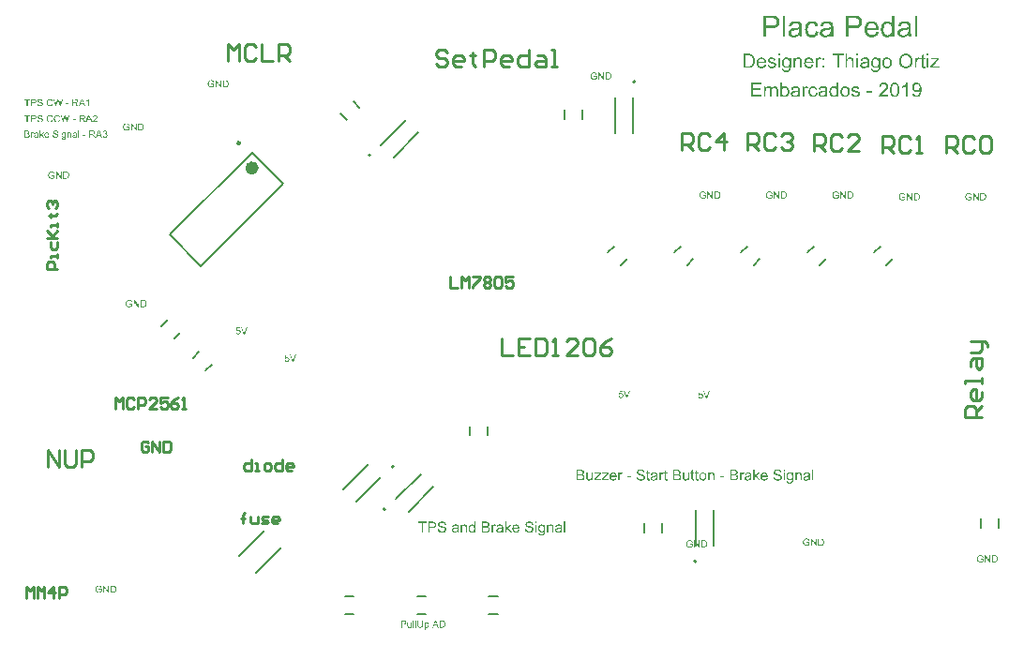
<source format=gto>
G04*
G04 #@! TF.GenerationSoftware,Altium Limited,Altium Designer,19.0.10 (269)*
G04*
G04 Layer_Color=65535*
%FSLAX44Y44*%
%MOMM*%
G71*
G01*
G75*
%ADD10C,0.2500*%
%ADD11C,0.6000*%
%ADD12C,0.2000*%
%ADD13C,0.1270*%
%ADD14C,0.2540*%
G36*
X285058Y710011D02*
X284268D01*
Y710908D01*
X285058D01*
Y710011D01*
D02*
G37*
G36*
X280785Y711006D02*
X280854D01*
X281019Y710986D01*
X281215Y710957D01*
X281429Y710918D01*
X281644Y710859D01*
X281849Y710781D01*
X281858D01*
X281868Y710772D01*
X281897Y710762D01*
X281936Y710742D01*
X282034Y710684D01*
X282161Y710615D01*
X282297Y710518D01*
X282434Y710401D01*
X282570Y710264D01*
X282687Y710108D01*
X282697Y710089D01*
X282736Y710030D01*
X282785Y709933D01*
X282834Y709816D01*
X282892Y709669D01*
X282951Y709494D01*
X282990Y709308D01*
X283009Y709104D01*
X282200Y709045D01*
Y709055D01*
Y709074D01*
X282190Y709104D01*
X282180Y709143D01*
X282161Y709250D01*
X282122Y709387D01*
X282063Y709533D01*
X281985Y709679D01*
X281878Y709826D01*
X281751Y709952D01*
X281731Y709962D01*
X281683Y710001D01*
X281595Y710050D01*
X281478Y710108D01*
X281322Y710167D01*
X281127Y710216D01*
X280903Y710255D01*
X280639Y710264D01*
X280512D01*
X280454Y710255D01*
X280376D01*
X280210Y710225D01*
X280025Y710196D01*
X279839Y710147D01*
X279664Y710079D01*
X279586Y710030D01*
X279517Y709982D01*
X279508Y709972D01*
X279469Y709933D01*
X279410Y709874D01*
X279352Y709787D01*
X279283Y709689D01*
X279235Y709572D01*
X279196Y709445D01*
X279176Y709299D01*
Y709279D01*
Y709240D01*
X279186Y709172D01*
X279205Y709094D01*
X279235Y709006D01*
X279283Y708909D01*
X279342Y708821D01*
X279420Y708733D01*
X279430Y708723D01*
X279478Y708694D01*
X279508Y708675D01*
X279547Y708645D01*
X279605Y708626D01*
X279674Y708596D01*
X279752Y708558D01*
X279839Y708519D01*
X279937Y708489D01*
X280054Y708450D01*
X280191Y708401D01*
X280337Y708362D01*
X280503Y708323D01*
X280688Y708275D01*
X280698D01*
X280737Y708265D01*
X280785Y708255D01*
X280854Y708236D01*
X280942Y708216D01*
X281039Y708187D01*
X281254Y708138D01*
X281488Y708070D01*
X281722Y708002D01*
X281839Y707972D01*
X281936Y707933D01*
X282034Y707894D01*
X282112Y707865D01*
X282122D01*
X282141Y707855D01*
X282161Y707836D01*
X282200Y707816D01*
X282297Y707758D01*
X282424Y707689D01*
X282561Y707592D01*
X282697Y707475D01*
X282824Y707348D01*
X282931Y707212D01*
X282941Y707192D01*
X282970Y707143D01*
X283019Y707065D01*
X283068Y706948D01*
X283117Y706821D01*
X283165Y706665D01*
X283195Y706490D01*
X283204Y706304D01*
Y706295D01*
Y706285D01*
Y706256D01*
Y706217D01*
X283185Y706119D01*
X283165Y705992D01*
X283136Y705846D01*
X283078Y705680D01*
X283009Y705505D01*
X282912Y705339D01*
X282902Y705319D01*
X282853Y705261D01*
X282795Y705183D01*
X282697Y705085D01*
X282580Y704968D01*
X282434Y704851D01*
X282258Y704744D01*
X282063Y704637D01*
X282053D01*
X282034Y704627D01*
X282005Y704617D01*
X281966Y704597D01*
X281917Y704578D01*
X281858Y704558D01*
X281702Y704520D01*
X281527Y704471D01*
X281312Y704432D01*
X281088Y704402D01*
X280834Y704393D01*
X280688D01*
X280620Y704402D01*
X280532D01*
X280434Y704412D01*
X280327Y704422D01*
X280103Y704451D01*
X279859Y704500D01*
X279615Y704558D01*
X279381Y704637D01*
X279371D01*
X279352Y704646D01*
X279322Y704666D01*
X279283Y704685D01*
X279176Y704744D01*
X279049Y704832D01*
X278893Y704939D01*
X278747Y705066D01*
X278591Y705222D01*
X278454Y705397D01*
Y705407D01*
X278445Y705417D01*
X278425Y705446D01*
X278406Y705485D01*
X278376Y705534D01*
X278347Y705592D01*
X278288Y705739D01*
X278230Y705904D01*
X278172Y706109D01*
X278132Y706324D01*
X278113Y706558D01*
X278913Y706626D01*
Y706617D01*
Y706607D01*
X278923Y706548D01*
X278942Y706460D01*
X278962Y706343D01*
X279000Y706217D01*
X279039Y706080D01*
X279098Y705953D01*
X279166Y705826D01*
X279176Y705817D01*
X279205Y705778D01*
X279254Y705719D01*
X279332Y705651D01*
X279420Y705573D01*
X279527Y705485D01*
X279664Y705407D01*
X279810Y705329D01*
X279820D01*
X279830Y705319D01*
X279888Y705300D01*
X279976Y705270D01*
X280103Y705241D01*
X280239Y705202D01*
X280415Y705173D01*
X280600Y705154D01*
X280795Y705144D01*
X280873D01*
X280971Y705154D01*
X281078Y705163D01*
X281215Y705173D01*
X281351Y705202D01*
X281497Y705231D01*
X281644Y705280D01*
X281663Y705290D01*
X281702Y705310D01*
X281771Y705339D01*
X281849Y705388D01*
X281946Y705446D01*
X282034Y705514D01*
X282122Y705592D01*
X282200Y705680D01*
X282209Y705690D01*
X282229Y705729D01*
X282258Y705778D01*
X282297Y705846D01*
X282327Y705924D01*
X282356Y706022D01*
X282375Y706119D01*
X282385Y706226D01*
Y706236D01*
Y706275D01*
X282375Y706334D01*
X282365Y706402D01*
X282346Y706490D01*
X282307Y706578D01*
X282268Y706665D01*
X282209Y706753D01*
X282200Y706763D01*
X282180Y706792D01*
X282131Y706831D01*
X282073Y706890D01*
X281995Y706948D01*
X281897Y707007D01*
X281771Y707075D01*
X281634Y707133D01*
X281624Y707143D01*
X281585Y707153D01*
X281507Y707172D01*
X281458Y707192D01*
X281400Y707212D01*
X281322Y707231D01*
X281244Y707251D01*
X281146Y707280D01*
X281049Y707309D01*
X280932Y707338D01*
X280795Y707368D01*
X280649Y707407D01*
X280493Y707446D01*
X280483D01*
X280454Y707455D01*
X280405Y707465D01*
X280347Y707485D01*
X280278Y707504D01*
X280200Y707524D01*
X280015Y707572D01*
X279810Y707641D01*
X279605Y707709D01*
X279420Y707777D01*
X279332Y707806D01*
X279264Y707846D01*
X279254D01*
X279244Y707855D01*
X279186Y707894D01*
X279108Y707943D01*
X279010Y708011D01*
X278893Y708099D01*
X278786Y708197D01*
X278679Y708314D01*
X278581Y708440D01*
X278571Y708460D01*
X278542Y708509D01*
X278513Y708577D01*
X278474Y708675D01*
X278425Y708792D01*
X278396Y708928D01*
X278367Y709084D01*
X278357Y709240D01*
Y709250D01*
Y709260D01*
Y709289D01*
Y709328D01*
X278376Y709416D01*
X278396Y709533D01*
X278425Y709679D01*
X278474Y709826D01*
X278542Y709991D01*
X278630Y710147D01*
Y710157D01*
X278640Y710167D01*
X278679Y710216D01*
X278747Y710294D01*
X278835Y710391D01*
X278942Y710489D01*
X279079Y710596D01*
X279244Y710703D01*
X279430Y710791D01*
X279439D01*
X279449Y710801D01*
X279478Y710811D01*
X279527Y710830D01*
X279576Y710840D01*
X279634Y710859D01*
X279771Y710908D01*
X279947Y710947D01*
X280142Y710976D01*
X280366Y711006D01*
X280600Y711015D01*
X280717D01*
X280785Y711006D01*
D02*
G37*
G36*
X293563Y709240D02*
X293660Y709230D01*
X293777Y709211D01*
X293914Y709182D01*
X294041Y709143D01*
X294177Y709094D01*
X294197Y709084D01*
X294236Y709065D01*
X294294Y709035D01*
X294372Y708987D01*
X294460Y708928D01*
X294548Y708860D01*
X294636Y708782D01*
X294704Y708694D01*
X294714Y708684D01*
X294733Y708655D01*
X294762Y708596D01*
X294801Y708528D01*
X294840Y708450D01*
X294879Y708353D01*
X294918Y708236D01*
X294948Y708119D01*
Y708109D01*
X294957Y708080D01*
X294967Y708021D01*
X294977Y707943D01*
Y707836D01*
X294987Y707699D01*
X294996Y707543D01*
Y707348D01*
Y704500D01*
X294206D01*
Y707319D01*
Y707329D01*
Y707338D01*
Y707397D01*
Y707485D01*
X294197Y707592D01*
X294187Y707699D01*
X294167Y707826D01*
X294138Y707933D01*
X294109Y708031D01*
Y708041D01*
X294089Y708070D01*
X294070Y708119D01*
X294041Y708167D01*
X293992Y708236D01*
X293933Y708294D01*
X293865Y708362D01*
X293787Y708421D01*
X293777Y708431D01*
X293748Y708440D01*
X293699Y708470D01*
X293631Y708499D01*
X293553Y708519D01*
X293455Y708548D01*
X293358Y708558D01*
X293241Y708567D01*
X293153D01*
X293065Y708548D01*
X292938Y708528D01*
X292802Y708489D01*
X292665Y708431D01*
X292509Y708353D01*
X292373Y708245D01*
X292353Y708226D01*
X292314Y708177D01*
X292256Y708099D01*
X292226Y708041D01*
X292197Y707972D01*
X292158Y707894D01*
X292129Y707806D01*
X292100Y707709D01*
X292070Y707602D01*
X292041Y707475D01*
X292031Y707338D01*
X292012Y707192D01*
Y707036D01*
Y704500D01*
X291222D01*
Y709143D01*
X291934D01*
Y708480D01*
X291944Y708489D01*
X291953Y708509D01*
X291983Y708548D01*
X292031Y708596D01*
X292080Y708655D01*
X292148Y708723D01*
X292217Y708792D01*
X292304Y708870D01*
X292412Y708938D01*
X292519Y709006D01*
X292636Y709074D01*
X292773Y709133D01*
X292909Y709182D01*
X293065Y709221D01*
X293231Y709240D01*
X293407Y709250D01*
X293475D01*
X293563Y709240D01*
D02*
G37*
G36*
X260254D02*
X260361Y709221D01*
X260478Y709182D01*
X260615Y709143D01*
X260761Y709074D01*
X260917Y708987D01*
X260634Y708265D01*
X260625Y708275D01*
X260586Y708294D01*
X260527Y708323D01*
X260459Y708353D01*
X260371Y708382D01*
X260274Y708411D01*
X260166Y708431D01*
X260059Y708440D01*
X260020D01*
X259971Y708431D01*
X259903Y708421D01*
X259835Y708401D01*
X259757Y708372D01*
X259679Y708333D01*
X259601Y708284D01*
X259591Y708275D01*
X259571Y708255D01*
X259532Y708216D01*
X259493Y708167D01*
X259445Y708109D01*
X259396Y708031D01*
X259357Y707943D01*
X259318Y707846D01*
X259308Y707826D01*
X259298Y707777D01*
X259279Y707689D01*
X259259Y707572D01*
X259230Y707436D01*
X259210Y707280D01*
X259201Y707114D01*
X259191Y706929D01*
Y704500D01*
X258401D01*
Y709143D01*
X259113D01*
Y708450D01*
X259123Y708460D01*
X259162Y708519D01*
X259210Y708606D01*
X259269Y708704D01*
X259347Y708811D01*
X259435Y708918D01*
X259513Y709016D01*
X259601Y709084D01*
X259610Y709094D01*
X259640Y709113D01*
X259688Y709133D01*
X259757Y709172D01*
X259825Y709201D01*
X259913Y709221D01*
X260010Y709240D01*
X260108Y709250D01*
X260176D01*
X260254Y709240D01*
D02*
G37*
G36*
X325516Y710928D02*
X325642Y710908D01*
X325789Y710879D01*
X325954Y710840D01*
X326120Y710781D01*
X326286Y710703D01*
X326296D01*
X326306Y710694D01*
X326364Y710664D01*
X326442Y710615D01*
X326540Y710547D01*
X326647Y710460D01*
X326764Y710352D01*
X326871Y710225D01*
X326969Y710089D01*
X326978Y710069D01*
X327008Y710021D01*
X327047Y709942D01*
X327086Y709845D01*
X327125Y709718D01*
X327164Y709582D01*
X327193Y709435D01*
X327203Y709269D01*
Y709250D01*
Y709201D01*
X327193Y709123D01*
X327174Y709026D01*
X327144Y708909D01*
X327105Y708782D01*
X327057Y708645D01*
X326978Y708519D01*
X326969Y708499D01*
X326940Y708460D01*
X326881Y708401D01*
X326813Y708323D01*
X326715Y708236D01*
X326608Y708148D01*
X326471Y708050D01*
X326315Y707972D01*
X326325D01*
X326344Y707962D01*
X326374D01*
X326413Y707943D01*
X326510Y707914D01*
X326637Y707855D01*
X326774Y707787D01*
X326920Y707689D01*
X327066Y707572D01*
X327193Y707426D01*
X327203Y707407D01*
X327242Y707348D01*
X327291Y707260D01*
X327359Y707143D01*
X327417Y706997D01*
X327466Y706821D01*
X327505Y706617D01*
X327515Y706392D01*
Y706383D01*
Y706353D01*
Y706314D01*
X327505Y706256D01*
X327495Y706178D01*
X327486Y706100D01*
X327466Y706002D01*
X327437Y705904D01*
X327369Y705680D01*
X327320Y705553D01*
X327252Y705436D01*
X327183Y705319D01*
X327105Y705202D01*
X327008Y705085D01*
X326900Y704968D01*
X326891Y704958D01*
X326871Y704939D01*
X326842Y704919D01*
X326793Y704880D01*
X326735Y704832D01*
X326657Y704783D01*
X326569Y704734D01*
X326481Y704685D01*
X326374Y704627D01*
X326257Y704578D01*
X326130Y704529D01*
X325993Y704481D01*
X325847Y704442D01*
X325691Y704422D01*
X325525Y704402D01*
X325359Y704393D01*
X325281D01*
X325223Y704402D01*
X325145Y704412D01*
X325067Y704422D01*
X324969Y704432D01*
X324872Y704451D01*
X324647Y704510D01*
X324413Y704607D01*
X324296Y704656D01*
X324189Y704724D01*
X324072Y704802D01*
X323965Y704890D01*
X323955Y704900D01*
X323945Y704910D01*
X323916Y704939D01*
X323877Y704978D01*
X323838Y705036D01*
X323789Y705095D01*
X323731Y705163D01*
X323682Y705241D01*
X323565Y705436D01*
X323467Y705661D01*
X323379Y705914D01*
X323350Y706051D01*
X323331Y706197D01*
X324121Y706304D01*
Y706295D01*
X324130Y706275D01*
Y706236D01*
X324150Y706197D01*
X324179Y706080D01*
X324228Y705934D01*
X324286Y705778D01*
X324365Y705612D01*
X324462Y705466D01*
X324569Y705339D01*
X324589Y705329D01*
X324628Y705290D01*
X324696Y705251D01*
X324794Y705192D01*
X324901Y705144D01*
X325037Y705095D01*
X325194Y705056D01*
X325359Y705046D01*
X325418D01*
X325457Y705056D01*
X325555Y705066D01*
X325681Y705095D01*
X325837Y705144D01*
X325993Y705202D01*
X326149Y705300D01*
X326296Y705427D01*
X326315Y705446D01*
X326354Y705495D01*
X326413Y705573D01*
X326491Y705690D01*
X326559Y705826D01*
X326618Y705992D01*
X326657Y706178D01*
X326676Y706383D01*
Y706392D01*
Y706402D01*
Y706431D01*
X326666Y706470D01*
X326657Y706568D01*
X326627Y706695D01*
X326588Y706831D01*
X326520Y706987D01*
X326432Y707133D01*
X326315Y707270D01*
X326296Y707290D01*
X326257Y707329D01*
X326179Y707377D01*
X326071Y707446D01*
X325945Y707514D01*
X325789Y707563D01*
X325623Y707602D01*
X325428Y707621D01*
X325340D01*
X325272Y707611D01*
X325194Y707602D01*
X325096Y707592D01*
X324989Y707572D01*
X324872Y707543D01*
X324959Y708236D01*
X325008D01*
X325047Y708226D01*
X325174D01*
X325262Y708236D01*
X325389Y708255D01*
X325525Y708284D01*
X325672Y708333D01*
X325828Y708392D01*
X325984Y708480D01*
X326003Y708489D01*
X326052Y708528D01*
X326110Y708596D01*
X326189Y708684D01*
X326267Y708792D01*
X326325Y708928D01*
X326374Y709094D01*
X326393Y709289D01*
Y709299D01*
Y709308D01*
Y709357D01*
X326374Y709435D01*
X326354Y709543D01*
X326325Y709650D01*
X326267Y709767D01*
X326198Y709894D01*
X326101Y710001D01*
X326091Y710011D01*
X326052Y710050D01*
X325984Y710099D01*
X325896Y710147D01*
X325789Y710206D01*
X325662Y710245D01*
X325516Y710284D01*
X325350Y710294D01*
X325272D01*
X325184Y710274D01*
X325086Y710255D01*
X324959Y710225D01*
X324833Y710167D01*
X324706Y710099D01*
X324579Y710001D01*
X324569Y709991D01*
X324530Y709952D01*
X324482Y709884D01*
X324423Y709787D01*
X324355Y709669D01*
X324296Y709523D01*
X324238Y709348D01*
X324199Y709143D01*
X323409Y709279D01*
Y709289D01*
X323418Y709318D01*
X323428Y709357D01*
X323438Y709406D01*
X323457Y709474D01*
X323477Y709552D01*
X323545Y709728D01*
X323623Y709923D01*
X323740Y710128D01*
X323877Y710323D01*
X324052Y710499D01*
X324062Y710508D01*
X324072Y710518D01*
X324101Y710537D01*
X324150Y710567D01*
X324199Y710596D01*
X324257Y710635D01*
X324403Y710723D01*
X324589Y710801D01*
X324813Y710869D01*
X325057Y710918D01*
X325194Y710937D01*
X325418D01*
X325516Y710928D01*
D02*
G37*
G36*
X307754Y706422D02*
X305345D01*
Y707212D01*
X307754D01*
Y706422D01*
D02*
G37*
G36*
X322950Y704500D02*
X321994D01*
X321253Y706441D01*
X318561D01*
X317869Y704500D01*
X316971D01*
X319419Y710908D01*
X320346D01*
X322950Y704500D01*
D02*
G37*
G36*
X314279Y710898D02*
X314357D01*
X314552Y710889D01*
X314757Y710869D01*
X314972Y710830D01*
X315177Y710791D01*
X315274Y710762D01*
X315362Y710733D01*
X315372D01*
X315382Y710723D01*
X315440Y710703D01*
X315518Y710655D01*
X315616Y710586D01*
X315733Y710508D01*
X315850Y710401D01*
X315967Y710274D01*
X316074Y710118D01*
X316084Y710099D01*
X316113Y710040D01*
X316162Y709952D01*
X316210Y709835D01*
X316259Y709689D01*
X316308Y709523D01*
X316337Y709348D01*
X316347Y709153D01*
Y709143D01*
Y709123D01*
Y709084D01*
X316337Y709035D01*
Y708977D01*
X316328Y708909D01*
X316289Y708753D01*
X316240Y708567D01*
X316162Y708382D01*
X316045Y708187D01*
X315976Y708089D01*
X315898Y708002D01*
X315879Y707982D01*
X315850Y707962D01*
X315820Y707924D01*
X315772Y707894D01*
X315713Y707846D01*
X315645Y707806D01*
X315567Y707758D01*
X315479Y707709D01*
X315372Y707660D01*
X315264Y707611D01*
X315138Y707563D01*
X315011Y707514D01*
X314865Y707475D01*
X314708Y707446D01*
X314543Y707416D01*
X314562Y707407D01*
X314601Y707387D01*
X314660Y707358D01*
X314728Y707319D01*
X314894Y707212D01*
X314982Y707153D01*
X315050Y707094D01*
X315069Y707075D01*
X315118Y707036D01*
X315186Y706958D01*
X315274Y706860D01*
X315382Y706734D01*
X315499Y706587D01*
X315625Y706422D01*
X315752Y706236D01*
X316864Y704500D01*
X315801D01*
X314952Y705826D01*
Y705836D01*
X314933Y705856D01*
X314913Y705885D01*
X314894Y705924D01*
X314825Y706022D01*
X314738Y706148D01*
X314640Y706295D01*
X314533Y706441D01*
X314435Y706578D01*
X314338Y706704D01*
X314328Y706714D01*
X314299Y706753D01*
X314250Y706812D01*
X314201Y706880D01*
X314055Y707016D01*
X313987Y707085D01*
X313909Y707133D01*
X313899Y707143D01*
X313879Y707153D01*
X313840Y707172D01*
X313792Y707202D01*
X313675Y707260D01*
X313528Y707309D01*
X313519D01*
X313499Y707319D01*
X313460D01*
X313411Y707329D01*
X313343Y707338D01*
X313265D01*
X313167Y707348D01*
X312075D01*
Y704500D01*
X311226D01*
Y710908D01*
X314201D01*
X314279Y710898D01*
D02*
G37*
G36*
X301951Y704500D02*
X301161D01*
Y710908D01*
X301951D01*
Y704500D01*
D02*
G37*
G36*
X298361Y709240D02*
X298498Y709230D01*
X298654Y709211D01*
X298820Y709192D01*
X298976Y709153D01*
X299122Y709104D01*
X299142Y709094D01*
X299181Y709084D01*
X299249Y709045D01*
X299327Y709006D01*
X299415Y708957D01*
X299512Y708899D01*
X299590Y708831D01*
X299668Y708753D01*
X299678Y708743D01*
X299698Y708714D01*
X299727Y708675D01*
X299766Y708606D01*
X299805Y708528D01*
X299844Y708440D01*
X299883Y708333D01*
X299912Y708216D01*
Y708206D01*
X299922Y708177D01*
X299932Y708128D01*
X299942Y708050D01*
Y707953D01*
X299951Y707826D01*
X299961Y707680D01*
Y707494D01*
Y706441D01*
Y706431D01*
Y706392D01*
Y706334D01*
Y706265D01*
Y706178D01*
Y706080D01*
X299971Y705856D01*
Y705612D01*
X299981Y705388D01*
X299990Y705280D01*
Y705192D01*
X300000Y705115D01*
X300010Y705046D01*
Y705036D01*
X300019Y704997D01*
X300029Y704939D01*
X300049Y704871D01*
X300078Y704793D01*
X300117Y704695D01*
X300205Y704500D01*
X299386D01*
X299376Y704510D01*
X299366Y704539D01*
X299347Y704597D01*
X299317Y704666D01*
X299288Y704754D01*
X299268Y704851D01*
X299249Y704958D01*
X299230Y705085D01*
X299210Y705066D01*
X299151Y705027D01*
X299073Y704958D01*
X298956Y704880D01*
X298830Y704783D01*
X298683Y704695D01*
X298537Y704617D01*
X298381Y704549D01*
X298361Y704539D01*
X298313Y704529D01*
X298235Y704500D01*
X298127Y704471D01*
X297991Y704442D01*
X297845Y704422D01*
X297688Y704402D01*
X297513Y704393D01*
X297445D01*
X297386Y704402D01*
X297327D01*
X297250Y704412D01*
X297084Y704442D01*
X296889Y704481D01*
X296703Y704549D01*
X296508Y704637D01*
X296342Y704763D01*
X296323Y704783D01*
X296274Y704832D01*
X296216Y704910D01*
X296138Y705027D01*
X296060Y705163D01*
X296001Y705319D01*
X295952Y705514D01*
X295933Y705719D01*
Y705739D01*
Y705778D01*
X295942Y705846D01*
X295952Y705924D01*
X295972Y706022D01*
X295991Y706129D01*
X296030Y706236D01*
X296079Y706343D01*
X296089Y706353D01*
X296108Y706392D01*
X296138Y706441D01*
X296186Y706509D01*
X296245Y706578D01*
X296323Y706656D01*
X296401Y706724D01*
X296489Y706792D01*
X296499Y706802D01*
X296537Y706821D01*
X296586Y706851D01*
X296655Y706890D01*
X296742Y706938D01*
X296830Y706977D01*
X296937Y707016D01*
X297054Y707056D01*
X297064D01*
X297103Y707065D01*
X297152Y707075D01*
X297230Y707094D01*
X297327Y707114D01*
X297454Y707133D01*
X297591Y707153D01*
X297757Y707172D01*
X297766D01*
X297796Y707182D01*
X297845D01*
X297913Y707192D01*
X297991Y707202D01*
X298079Y707212D01*
X298293Y707251D01*
X298517Y707290D01*
X298752Y707329D01*
X298976Y707387D01*
X299073Y707416D01*
X299161Y707446D01*
Y707455D01*
Y707475D01*
X299171Y707533D01*
Y707602D01*
Y707631D01*
Y707650D01*
Y707660D01*
Y707670D01*
Y707729D01*
X299161Y707816D01*
X299142Y707914D01*
X299112Y708021D01*
X299073Y708138D01*
X299025Y708236D01*
X298947Y708323D01*
X298937Y708333D01*
X298888Y708362D01*
X298820Y708411D01*
X298722Y708460D01*
X298596Y708509D01*
X298440Y708558D01*
X298254Y708587D01*
X298049Y708596D01*
X297962D01*
X297864Y708587D01*
X297737Y708577D01*
X297601Y708548D01*
X297474Y708519D01*
X297337Y708470D01*
X297230Y708401D01*
X297220Y708392D01*
X297191Y708362D01*
X297142Y708314D01*
X297084Y708245D01*
X297015Y708148D01*
X296957Y708031D01*
X296889Y707885D01*
X296840Y707719D01*
X296069Y707826D01*
Y707836D01*
X296079Y707846D01*
X296089Y707904D01*
X296118Y707992D01*
X296147Y708109D01*
X296196Y708236D01*
X296255Y708362D01*
X296323Y708499D01*
X296411Y708616D01*
X296420Y708626D01*
X296460Y708665D01*
X296508Y708723D01*
X296586Y708792D01*
X296684Y708860D01*
X296811Y708938D01*
X296947Y709016D01*
X297103Y709084D01*
X297113D01*
X297123Y709094D01*
X297152Y709104D01*
X297181Y709113D01*
X297279Y709133D01*
X297406Y709172D01*
X297562Y709201D01*
X297737Y709221D01*
X297942Y709240D01*
X298157Y709250D01*
X298254D01*
X298361Y709240D01*
D02*
G37*
G36*
X285058Y704500D02*
X284268D01*
Y709143D01*
X285058D01*
Y704500D01*
D02*
G37*
G36*
X267140Y707260D02*
X269003Y709143D01*
X270027D01*
X268252Y707416D01*
X270203Y704500D01*
X269227D01*
X267686Y706870D01*
X267140Y706343D01*
Y704500D01*
X266350D01*
Y710908D01*
X267140D01*
Y707260D01*
D02*
G37*
G36*
X263541Y709240D02*
X263678Y709230D01*
X263834Y709211D01*
X264000Y709192D01*
X264156Y709153D01*
X264302Y709104D01*
X264321Y709094D01*
X264360Y709084D01*
X264429Y709045D01*
X264507Y709006D01*
X264594Y708957D01*
X264692Y708899D01*
X264770Y708831D01*
X264848Y708753D01*
X264858Y708743D01*
X264877Y708714D01*
X264907Y708675D01*
X264946Y708606D01*
X264985Y708528D01*
X265024Y708440D01*
X265063Y708333D01*
X265092Y708216D01*
Y708206D01*
X265102Y708177D01*
X265111Y708128D01*
X265121Y708050D01*
Y707953D01*
X265131Y707826D01*
X265141Y707680D01*
Y707494D01*
Y706441D01*
Y706431D01*
Y706392D01*
Y706334D01*
Y706265D01*
Y706178D01*
Y706080D01*
X265150Y705856D01*
Y705612D01*
X265160Y705388D01*
X265170Y705280D01*
Y705192D01*
X265180Y705115D01*
X265189Y705046D01*
Y705036D01*
X265199Y704997D01*
X265209Y704939D01*
X265229Y704871D01*
X265258Y704793D01*
X265297Y704695D01*
X265385Y704500D01*
X264565D01*
X264555Y704510D01*
X264546Y704539D01*
X264526Y704597D01*
X264497Y704666D01*
X264468Y704754D01*
X264448Y704851D01*
X264429Y704958D01*
X264409Y705085D01*
X264390Y705066D01*
X264331Y705027D01*
X264253Y704958D01*
X264136Y704880D01*
X264009Y704783D01*
X263863Y704695D01*
X263717Y704617D01*
X263561Y704549D01*
X263541Y704539D01*
X263492Y704529D01*
X263414Y704500D01*
X263307Y704471D01*
X263170Y704442D01*
X263024Y704422D01*
X262868Y704402D01*
X262693Y704393D01*
X262624D01*
X262566Y704402D01*
X262507D01*
X262429Y704412D01*
X262263Y704442D01*
X262068Y704481D01*
X261883Y704549D01*
X261688Y704637D01*
X261522Y704763D01*
X261503Y704783D01*
X261454Y704832D01*
X261395Y704910D01*
X261317Y705027D01*
X261239Y705163D01*
X261181Y705319D01*
X261132Y705514D01*
X261112Y705719D01*
Y705739D01*
Y705778D01*
X261122Y705846D01*
X261132Y705924D01*
X261151Y706022D01*
X261171Y706129D01*
X261210Y706236D01*
X261259Y706343D01*
X261269Y706353D01*
X261288Y706392D01*
X261317Y706441D01*
X261366Y706509D01*
X261425Y706578D01*
X261503Y706656D01*
X261581Y706724D01*
X261668Y706792D01*
X261678Y706802D01*
X261717Y706821D01*
X261766Y706851D01*
X261834Y706890D01*
X261922Y706938D01*
X262010Y706977D01*
X262117Y707016D01*
X262234Y707056D01*
X262244D01*
X262283Y707065D01*
X262332Y707075D01*
X262410Y707094D01*
X262507Y707114D01*
X262634Y707133D01*
X262771Y707153D01*
X262936Y707172D01*
X262946D01*
X262975Y707182D01*
X263024D01*
X263092Y707192D01*
X263170Y707202D01*
X263258Y707212D01*
X263473Y707251D01*
X263697Y707290D01*
X263931Y707329D01*
X264156Y707387D01*
X264253Y707416D01*
X264341Y707446D01*
Y707455D01*
Y707475D01*
X264351Y707533D01*
Y707602D01*
Y707631D01*
Y707650D01*
Y707660D01*
Y707670D01*
Y707729D01*
X264341Y707816D01*
X264321Y707914D01*
X264292Y708021D01*
X264253Y708138D01*
X264204Y708236D01*
X264126Y708323D01*
X264116Y708333D01*
X264068Y708362D01*
X264000Y708411D01*
X263902Y708460D01*
X263775Y708509D01*
X263619Y708558D01*
X263434Y708587D01*
X263229Y708596D01*
X263141D01*
X263044Y708587D01*
X262917Y708577D01*
X262780Y708548D01*
X262654Y708519D01*
X262517Y708470D01*
X262410Y708401D01*
X262400Y708392D01*
X262371Y708362D01*
X262322Y708314D01*
X262263Y708245D01*
X262195Y708148D01*
X262137Y708031D01*
X262068Y707885D01*
X262020Y707719D01*
X261249Y707826D01*
Y707836D01*
X261259Y707846D01*
X261269Y707904D01*
X261298Y707992D01*
X261327Y708109D01*
X261376Y708236D01*
X261434Y708362D01*
X261503Y708499D01*
X261590Y708616D01*
X261600Y708626D01*
X261639Y708665D01*
X261688Y708723D01*
X261766Y708792D01*
X261863Y708860D01*
X261990Y708938D01*
X262127Y709016D01*
X262283Y709084D01*
X262293D01*
X262302Y709094D01*
X262332Y709104D01*
X262361Y709113D01*
X262458Y709133D01*
X262585Y709172D01*
X262741Y709201D01*
X262917Y709221D01*
X263122Y709240D01*
X263336Y709250D01*
X263434D01*
X263541Y709240D01*
D02*
G37*
G36*
X255085Y710898D02*
X255153D01*
X255319Y710889D01*
X255504Y710859D01*
X255699Y710830D01*
X255894Y710781D01*
X256070Y710713D01*
X256080D01*
X256089Y710703D01*
X256148Y710674D01*
X256226Y710625D01*
X256323Y710567D01*
X256441Y710479D01*
X256558Y710372D01*
X256665Y710255D01*
X256772Y710108D01*
X256782Y710089D01*
X256811Y710040D01*
X256850Y709952D01*
X256899Y709845D01*
X256948Y709718D01*
X256987Y709582D01*
X257016Y709426D01*
X257026Y709260D01*
Y709240D01*
Y709192D01*
X257016Y709113D01*
X256996Y709006D01*
X256967Y708889D01*
X256928Y708762D01*
X256879Y708616D01*
X256801Y708480D01*
X256792Y708460D01*
X256762Y708421D01*
X256704Y708353D01*
X256635Y708275D01*
X256538Y708177D01*
X256421Y708089D01*
X256284Y707992D01*
X256119Y707904D01*
X256128D01*
X256148Y707894D01*
X256177Y707885D01*
X256216Y707875D01*
X256323Y707826D01*
X256450Y707767D01*
X256597Y707680D01*
X256743Y707582D01*
X256889Y707465D01*
X257016Y707319D01*
X257026Y707299D01*
X257065Y707251D01*
X257113Y707163D01*
X257182Y707046D01*
X257240Y706899D01*
X257289Y706743D01*
X257328Y706558D01*
X257338Y706353D01*
Y706334D01*
Y706275D01*
X257328Y706187D01*
X257318Y706080D01*
X257289Y705953D01*
X257260Y705807D01*
X257211Y705661D01*
X257143Y705514D01*
X257133Y705495D01*
X257113Y705446D01*
X257065Y705378D01*
X257016Y705290D01*
X256948Y705192D01*
X256870Y705095D01*
X256772Y704997D01*
X256674Y704910D01*
X256665Y704900D01*
X256626Y704880D01*
X256567Y704841D01*
X256479Y704793D01*
X256382Y704744D01*
X256255Y704695D01*
X256119Y704646D01*
X255972Y704597D01*
X255953D01*
X255894Y704578D01*
X255807Y704568D01*
X255689Y704549D01*
X255533Y704529D01*
X255358Y704520D01*
X255163Y704500D01*
X252500D01*
Y710908D01*
X255016D01*
X255085Y710898D01*
D02*
G37*
G36*
X272885Y709240D02*
X272963Y709230D01*
X273061Y709221D01*
X273158Y709201D01*
X273275Y709172D01*
X273509Y709094D01*
X273636Y709045D01*
X273763Y708977D01*
X273890Y708909D01*
X274016Y708821D01*
X274133Y708723D01*
X274251Y708606D01*
X274260Y708596D01*
X274280Y708577D01*
X274309Y708538D01*
X274348Y708489D01*
X274387Y708421D01*
X274436Y708343D01*
X274494Y708255D01*
X274553Y708148D01*
X274602Y708021D01*
X274660Y707894D01*
X274709Y707748D01*
X274758Y707582D01*
X274787Y707416D01*
X274816Y707231D01*
X274836Y707036D01*
X274846Y706821D01*
Y706812D01*
Y706773D01*
Y706704D01*
X274836Y706617D01*
X271383D01*
Y706607D01*
Y706587D01*
X271393Y706538D01*
Y706490D01*
X271402Y706422D01*
X271412Y706353D01*
X271451Y706178D01*
X271510Y705992D01*
X271578Y705797D01*
X271685Y705602D01*
X271812Y705436D01*
X271832Y705417D01*
X271880Y705378D01*
X271968Y705310D01*
X272076Y705241D01*
X272222Y705163D01*
X272388Y705095D01*
X272573Y705056D01*
X272778Y705036D01*
X272856D01*
X272934Y705046D01*
X273031Y705066D01*
X273148Y705095D01*
X273275Y705134D01*
X273402Y705183D01*
X273519Y705261D01*
X273529Y705270D01*
X273568Y705310D01*
X273626Y705358D01*
X273695Y705446D01*
X273773Y705544D01*
X273851Y705670D01*
X273929Y705826D01*
X274007Y706002D01*
X274816Y705895D01*
Y705885D01*
X274806Y705865D01*
X274797Y705826D01*
X274777Y705778D01*
X274758Y705719D01*
X274729Y705651D01*
X274650Y705485D01*
X274553Y705310D01*
X274436Y705124D01*
X274280Y704939D01*
X274104Y704783D01*
X274095D01*
X274085Y704763D01*
X274056Y704744D01*
X274007Y704724D01*
X273958Y704695D01*
X273899Y704656D01*
X273831Y704627D01*
X273743Y704588D01*
X273558Y704520D01*
X273324Y704451D01*
X273070Y704412D01*
X272778Y704393D01*
X272680D01*
X272612Y704402D01*
X272524Y704412D01*
X272427Y704422D01*
X272319Y704442D01*
X272192Y704471D01*
X271939Y704549D01*
X271802Y704597D01*
X271676Y704656D01*
X271539Y704724D01*
X271412Y704812D01*
X271285Y704910D01*
X271168Y705017D01*
X271159Y705027D01*
X271139Y705046D01*
X271110Y705085D01*
X271081Y705134D01*
X271032Y705192D01*
X270983Y705270D01*
X270925Y705368D01*
X270876Y705475D01*
X270817Y705592D01*
X270759Y705719D01*
X270710Y705865D01*
X270671Y706022D01*
X270632Y706187D01*
X270603Y706373D01*
X270583Y706568D01*
X270573Y706773D01*
Y706782D01*
Y706821D01*
Y706890D01*
X270583Y706968D01*
X270593Y707065D01*
X270603Y707182D01*
X270622Y707309D01*
X270651Y707446D01*
X270720Y707738D01*
X270769Y707885D01*
X270827Y708041D01*
X270895Y708187D01*
X270973Y708333D01*
X271061Y708470D01*
X271168Y708596D01*
X271178Y708606D01*
X271198Y708626D01*
X271227Y708655D01*
X271276Y708704D01*
X271334Y708753D01*
X271412Y708801D01*
X271490Y708860D01*
X271588Y708928D01*
X271695Y708987D01*
X271812Y709045D01*
X271939Y709094D01*
X272085Y709153D01*
X272232Y709192D01*
X272388Y709221D01*
X272553Y709240D01*
X272729Y709250D01*
X272817D01*
X272885Y709240D01*
D02*
G37*
G36*
X288091D02*
X288159Y709230D01*
X288247Y709211D01*
X288432Y709162D01*
X288540Y709133D01*
X288647Y709084D01*
X288764Y709035D01*
X288881Y708967D01*
X288988Y708889D01*
X289105Y708801D01*
X289213Y708694D01*
X289310Y708577D01*
Y709143D01*
X290032D01*
Y705124D01*
Y705115D01*
Y705076D01*
Y705027D01*
Y704949D01*
X290022Y704861D01*
Y704763D01*
X290012Y704646D01*
X290003Y704529D01*
X289973Y704285D01*
X289934Y704032D01*
X289886Y703798D01*
X289846Y703690D01*
X289807Y703603D01*
Y703593D01*
X289798Y703583D01*
X289769Y703525D01*
X289710Y703447D01*
X289642Y703339D01*
X289544Y703222D01*
X289427Y703105D01*
X289281Y702988D01*
X289115Y702881D01*
X289105D01*
X289095Y702871D01*
X289066Y702861D01*
X289027Y702842D01*
X288930Y702793D01*
X288793Y702754D01*
X288618Y702705D01*
X288413Y702657D01*
X288188Y702627D01*
X287935Y702618D01*
X287857D01*
X287798Y702627D01*
X287730D01*
X287642Y702637D01*
X287457Y702666D01*
X287242Y702715D01*
X287018Y702774D01*
X286794Y702871D01*
X286589Y702998D01*
X286579D01*
X286569Y703018D01*
X286511Y703066D01*
X286433Y703154D01*
X286335Y703281D01*
X286248Y703437D01*
X286169Y703632D01*
X286121Y703856D01*
X286101Y703983D01*
Y704120D01*
X286862Y704012D01*
Y703993D01*
X286872Y703954D01*
X286891Y703895D01*
X286911Y703817D01*
X286950Y703729D01*
X286999Y703642D01*
X287057Y703564D01*
X287135Y703495D01*
X287145Y703486D01*
X287194Y703456D01*
X287252Y703427D01*
X287350Y703388D01*
X287457Y703339D01*
X287593Y703310D01*
X287759Y703281D01*
X287935Y703271D01*
X288023D01*
X288120Y703281D01*
X288247Y703300D01*
X288384Y703330D01*
X288520Y703369D01*
X288657Y703417D01*
X288774Y703495D01*
X288783Y703505D01*
X288822Y703534D01*
X288871Y703583D01*
X288939Y703652D01*
X289008Y703739D01*
X289066Y703837D01*
X289125Y703964D01*
X289174Y704100D01*
Y704110D01*
X289183Y704149D01*
X289193Y704217D01*
X289203Y704315D01*
X289222Y704451D01*
Y704539D01*
X289232Y704627D01*
Y704734D01*
Y704841D01*
Y704968D01*
Y705105D01*
X289222Y705095D01*
X289213Y705076D01*
X289183Y705046D01*
X289144Y705007D01*
X289086Y704968D01*
X289027Y704910D01*
X288881Y704802D01*
X288696Y704695D01*
X288471Y704597D01*
X288354Y704558D01*
X288227Y704529D01*
X288091Y704510D01*
X287954Y704500D01*
X287867D01*
X287798Y704510D01*
X287720Y704520D01*
X287623Y704539D01*
X287525Y704558D01*
X287408Y704588D01*
X287291Y704617D01*
X287174Y704666D01*
X287047Y704724D01*
X286930Y704793D01*
X286803Y704871D01*
X286686Y704958D01*
X286579Y705066D01*
X286472Y705183D01*
X286462Y705192D01*
X286452Y705212D01*
X286423Y705251D01*
X286394Y705310D01*
X286355Y705378D01*
X286306Y705456D01*
X286257Y705544D01*
X286208Y705651D01*
X286160Y705768D01*
X286111Y705895D01*
X286072Y706031D01*
X286023Y706178D01*
X285965Y706490D01*
X285955Y706665D01*
X285945Y706841D01*
Y706851D01*
Y706870D01*
Y706909D01*
Y706958D01*
X285955Y707016D01*
Y707085D01*
X285974Y707241D01*
X286004Y707436D01*
X286043Y707641D01*
X286101Y707855D01*
X286179Y708070D01*
Y708080D01*
X286189Y708099D01*
X286208Y708128D01*
X286228Y708167D01*
X286277Y708265D01*
X286355Y708392D01*
X286462Y708528D01*
X286579Y708675D01*
X286716Y708811D01*
X286881Y708938D01*
X286891D01*
X286901Y708948D01*
X286930Y708967D01*
X286959Y708987D01*
X287057Y709035D01*
X287184Y709094D01*
X287350Y709153D01*
X287525Y709201D01*
X287730Y709240D01*
X287954Y709250D01*
X288032D01*
X288091Y709240D01*
D02*
G37*
G36*
X266799Y725006D02*
X266867D01*
X267033Y724986D01*
X267228Y724957D01*
X267442Y724918D01*
X267657Y724859D01*
X267862Y724781D01*
X267872D01*
X267881Y724772D01*
X267911Y724762D01*
X267950Y724742D01*
X268047Y724684D01*
X268174Y724615D01*
X268311Y724518D01*
X268447Y724401D01*
X268584Y724264D01*
X268701Y724108D01*
X268710Y724089D01*
X268750Y724030D01*
X268798Y723933D01*
X268847Y723816D01*
X268906Y723669D01*
X268964Y723494D01*
X269003Y723308D01*
X269023Y723104D01*
X268213Y723045D01*
Y723055D01*
Y723074D01*
X268203Y723104D01*
X268193Y723143D01*
X268174Y723250D01*
X268135Y723387D01*
X268076Y723533D01*
X267999Y723679D01*
X267891Y723826D01*
X267764Y723952D01*
X267745Y723962D01*
X267696Y724001D01*
X267608Y724050D01*
X267491Y724108D01*
X267335Y724167D01*
X267140Y724216D01*
X266916Y724255D01*
X266653Y724264D01*
X266526D01*
X266467Y724255D01*
X266389D01*
X266223Y724225D01*
X266038Y724196D01*
X265853Y724147D01*
X265677Y724079D01*
X265599Y724030D01*
X265531Y723981D01*
X265521Y723972D01*
X265482Y723933D01*
X265424Y723874D01*
X265365Y723786D01*
X265297Y723689D01*
X265248Y723572D01*
X265209Y723445D01*
X265189Y723299D01*
Y723279D01*
Y723240D01*
X265199Y723172D01*
X265219Y723094D01*
X265248Y723006D01*
X265297Y722909D01*
X265355Y722821D01*
X265433Y722733D01*
X265443Y722723D01*
X265492Y722694D01*
X265521Y722675D01*
X265560Y722645D01*
X265619Y722626D01*
X265687Y722597D01*
X265765Y722558D01*
X265853Y722518D01*
X265950Y722489D01*
X266067Y722450D01*
X266204Y722402D01*
X266350Y722362D01*
X266516Y722323D01*
X266701Y722275D01*
X266711D01*
X266750Y722265D01*
X266799Y722255D01*
X266867Y722236D01*
X266955Y722216D01*
X267052Y722187D01*
X267267Y722138D01*
X267501Y722070D01*
X267735Y722002D01*
X267852Y721972D01*
X267950Y721933D01*
X268047Y721894D01*
X268125Y721865D01*
X268135D01*
X268155Y721855D01*
X268174Y721836D01*
X268213Y721816D01*
X268311Y721758D01*
X268437Y721689D01*
X268574Y721592D01*
X268710Y721475D01*
X268837Y721348D01*
X268945Y721211D01*
X268954Y721192D01*
X268984Y721143D01*
X269032Y721065D01*
X269081Y720948D01*
X269130Y720821D01*
X269179Y720665D01*
X269208Y720490D01*
X269218Y720304D01*
Y720295D01*
Y720285D01*
Y720256D01*
Y720217D01*
X269198Y720119D01*
X269179Y719992D01*
X269149Y719846D01*
X269091Y719680D01*
X269023Y719505D01*
X268925Y719339D01*
X268915Y719319D01*
X268867Y719261D01*
X268808Y719183D01*
X268710Y719085D01*
X268593Y718968D01*
X268447Y718851D01*
X268272Y718744D01*
X268076Y718637D01*
X268067D01*
X268047Y718627D01*
X268018Y718617D01*
X267979Y718597D01*
X267930Y718578D01*
X267872Y718559D01*
X267716Y718520D01*
X267540Y718471D01*
X267325Y718432D01*
X267101Y718402D01*
X266847Y718393D01*
X266701D01*
X266633Y718402D01*
X266545D01*
X266448Y718412D01*
X266340Y718422D01*
X266116Y718451D01*
X265872Y718500D01*
X265628Y718559D01*
X265394Y718637D01*
X265385D01*
X265365Y718646D01*
X265336Y718666D01*
X265297Y718685D01*
X265189Y718744D01*
X265063Y718832D01*
X264907Y718939D01*
X264760Y719066D01*
X264604Y719222D01*
X264468Y719397D01*
Y719407D01*
X264458Y719417D01*
X264438Y719446D01*
X264419Y719485D01*
X264390Y719534D01*
X264360Y719592D01*
X264302Y719739D01*
X264243Y719904D01*
X264185Y720109D01*
X264146Y720324D01*
X264126Y720558D01*
X264926Y720626D01*
Y720617D01*
Y720607D01*
X264936Y720548D01*
X264955Y720461D01*
X264975Y720343D01*
X265014Y720217D01*
X265053Y720080D01*
X265111Y719953D01*
X265180Y719827D01*
X265189Y719817D01*
X265219Y719778D01*
X265268Y719719D01*
X265345Y719651D01*
X265433Y719573D01*
X265541Y719485D01*
X265677Y719407D01*
X265823Y719329D01*
X265833D01*
X265843Y719319D01*
X265901Y719300D01*
X265989Y719270D01*
X266116Y719241D01*
X266253Y719202D01*
X266428Y719173D01*
X266614Y719154D01*
X266808Y719144D01*
X266887D01*
X266984Y719154D01*
X267091Y719163D01*
X267228Y719173D01*
X267365Y719202D01*
X267511Y719231D01*
X267657Y719280D01*
X267677Y719290D01*
X267716Y719310D01*
X267784Y719339D01*
X267862Y719388D01*
X267959Y719446D01*
X268047Y719514D01*
X268135Y719592D01*
X268213Y719680D01*
X268223Y719690D01*
X268242Y719729D01*
X268272Y719778D01*
X268311Y719846D01*
X268340Y719924D01*
X268369Y720022D01*
X268389Y720119D01*
X268398Y720226D01*
Y720236D01*
Y720275D01*
X268389Y720334D01*
X268379Y720402D01*
X268359Y720490D01*
X268320Y720577D01*
X268281Y720665D01*
X268223Y720753D01*
X268213Y720763D01*
X268193Y720792D01*
X268145Y720831D01*
X268086Y720890D01*
X268008Y720948D01*
X267911Y721007D01*
X267784Y721075D01*
X267647Y721133D01*
X267638Y721143D01*
X267599Y721153D01*
X267521Y721172D01*
X267472Y721192D01*
X267413Y721211D01*
X267335Y721231D01*
X267257Y721251D01*
X267160Y721280D01*
X267062Y721309D01*
X266945Y721338D01*
X266808Y721368D01*
X266662Y721407D01*
X266506Y721446D01*
X266496D01*
X266467Y721455D01*
X266418Y721465D01*
X266360Y721485D01*
X266292Y721504D01*
X266214Y721524D01*
X266028Y721572D01*
X265823Y721641D01*
X265619Y721709D01*
X265433Y721777D01*
X265345Y721806D01*
X265277Y721845D01*
X265268D01*
X265258Y721855D01*
X265199Y721894D01*
X265121Y721943D01*
X265024Y722011D01*
X264907Y722099D01*
X264799Y722197D01*
X264692Y722314D01*
X264594Y722440D01*
X264585Y722460D01*
X264555Y722509D01*
X264526Y722577D01*
X264487Y722675D01*
X264438Y722792D01*
X264409Y722928D01*
X264380Y723084D01*
X264370Y723240D01*
Y723250D01*
Y723260D01*
Y723289D01*
Y723328D01*
X264390Y723416D01*
X264409Y723533D01*
X264438Y723679D01*
X264487Y723826D01*
X264555Y723991D01*
X264643Y724147D01*
Y724157D01*
X264653Y724167D01*
X264692Y724216D01*
X264760Y724294D01*
X264848Y724391D01*
X264955Y724489D01*
X265092Y724596D01*
X265258Y724703D01*
X265443Y724791D01*
X265453D01*
X265462Y724801D01*
X265492Y724811D01*
X265541Y724830D01*
X265589Y724840D01*
X265648Y724859D01*
X265784Y724908D01*
X265960Y724947D01*
X266155Y724976D01*
X266379Y725006D01*
X266614Y725015D01*
X266730D01*
X266799Y725006D01*
D02*
G37*
G36*
X282258D02*
X282336Y724996D01*
X282434Y724986D01*
X282541Y724976D01*
X282658Y724957D01*
X282912Y724898D01*
X283185Y724811D01*
X283321Y724752D01*
X283458Y724684D01*
X283585Y724606D01*
X283711Y724518D01*
X283721Y724508D01*
X283741Y724499D01*
X283770Y724469D01*
X283819Y724430D01*
X283868Y724381D01*
X283936Y724313D01*
X284004Y724245D01*
X284072Y724167D01*
X284150Y724069D01*
X284219Y723972D01*
X284297Y723855D01*
X284375Y723728D01*
X284443Y723601D01*
X284511Y723455D01*
X284628Y723143D01*
X283790Y722948D01*
Y722957D01*
X283780Y722977D01*
X283770Y723016D01*
X283750Y723065D01*
X283721Y723123D01*
X283692Y723192D01*
X283624Y723338D01*
X283536Y723504D01*
X283419Y723679D01*
X283292Y723835D01*
X283136Y723972D01*
X283117Y723981D01*
X283058Y724020D01*
X282970Y724069D01*
X282843Y724138D01*
X282697Y724196D01*
X282512Y724245D01*
X282307Y724284D01*
X282073Y724294D01*
X282005D01*
X281956Y724284D01*
X281888D01*
X281819Y724274D01*
X281644Y724245D01*
X281449Y724206D01*
X281244Y724138D01*
X281039Y724050D01*
X280844Y723933D01*
X280834D01*
X280825Y723913D01*
X280766Y723865D01*
X280678Y723786D01*
X280571Y723679D01*
X280464Y723543D01*
X280347Y723387D01*
X280239Y723192D01*
X280152Y722977D01*
Y722967D01*
X280142Y722948D01*
X280132Y722918D01*
X280122Y722870D01*
X280103Y722821D01*
X280093Y722753D01*
X280054Y722597D01*
X280015Y722411D01*
X279986Y722206D01*
X279966Y721982D01*
X279956Y721748D01*
Y721738D01*
Y721709D01*
Y721670D01*
Y721611D01*
X279966Y721543D01*
Y721455D01*
X279976Y721368D01*
X279986Y721270D01*
X280015Y721046D01*
X280054Y720802D01*
X280112Y720558D01*
X280191Y720324D01*
Y720314D01*
X280200Y720295D01*
X280220Y720265D01*
X280239Y720226D01*
X280288Y720109D01*
X280366Y719983D01*
X280473Y719827D01*
X280600Y719680D01*
X280746Y719534D01*
X280922Y719407D01*
X280932D01*
X280942Y719397D01*
X280971Y719378D01*
X281010Y719358D01*
X281117Y719319D01*
X281254Y719261D01*
X281410Y719212D01*
X281595Y719163D01*
X281800Y719124D01*
X282014Y719115D01*
X282083D01*
X282131Y719124D01*
X282190D01*
X282268Y719134D01*
X282434Y719163D01*
X282619Y719212D01*
X282824Y719290D01*
X283019Y719388D01*
X283214Y719524D01*
X283224Y719534D01*
X283234Y719544D01*
X283292Y719602D01*
X283380Y719700D01*
X283487Y719827D01*
X283594Y720002D01*
X283711Y720207D01*
X283809Y720461D01*
X283887Y720743D01*
X284736Y720529D01*
Y720519D01*
X284726Y720480D01*
X284706Y720431D01*
X284687Y720353D01*
X284648Y720275D01*
X284609Y720168D01*
X284570Y720061D01*
X284511Y719943D01*
X284384Y719680D01*
X284209Y719417D01*
X284014Y719163D01*
X283897Y719046D01*
X283770Y718939D01*
X283760Y718929D01*
X283741Y718919D01*
X283702Y718890D01*
X283643Y718851D01*
X283575Y718812D01*
X283497Y718763D01*
X283409Y718715D01*
X283302Y718666D01*
X283185Y718617D01*
X283058Y718568D01*
X282912Y718520D01*
X282765Y718481D01*
X282444Y718412D01*
X282268Y718402D01*
X282083Y718393D01*
X281985D01*
X281907Y718402D01*
X281819D01*
X281722Y718412D01*
X281605Y718432D01*
X281488Y718441D01*
X281215Y718500D01*
X280932Y718568D01*
X280659Y718676D01*
X280522Y718734D01*
X280395Y718812D01*
X280385Y718822D01*
X280366Y718832D01*
X280337Y718861D01*
X280288Y718890D01*
X280171Y718988D01*
X280034Y719124D01*
X279869Y719290D01*
X279713Y719505D01*
X279547Y719749D01*
X279410Y720031D01*
Y720041D01*
X279400Y720070D01*
X279381Y720109D01*
X279361Y720168D01*
X279332Y720246D01*
X279303Y720334D01*
X279274Y720431D01*
X279244Y720548D01*
X279215Y720665D01*
X279186Y720802D01*
X279127Y721095D01*
X279088Y721407D01*
X279079Y721748D01*
Y721758D01*
Y721797D01*
Y721845D01*
X279088Y721914D01*
Y722002D01*
X279098Y722109D01*
X279108Y722216D01*
X279127Y722343D01*
X279176Y722616D01*
X279235Y722909D01*
X279332Y723211D01*
X279459Y723494D01*
Y723504D01*
X279478Y723523D01*
X279498Y723562D01*
X279527Y723621D01*
X279566Y723679D01*
X279615Y723747D01*
X279742Y723913D01*
X279888Y724099D01*
X280073Y724284D01*
X280298Y724469D01*
X280542Y724625D01*
X280551D01*
X280571Y724645D01*
X280610Y724664D01*
X280668Y724684D01*
X280727Y724713D01*
X280805Y724752D01*
X280903Y724781D01*
X281000Y724820D01*
X281107Y724859D01*
X281224Y724889D01*
X281488Y724957D01*
X281780Y724996D01*
X282092Y725015D01*
X282190D01*
X282258Y725006D01*
D02*
G37*
G36*
X275801D02*
X275879Y724996D01*
X275977Y724986D01*
X276084Y724976D01*
X276201Y724957D01*
X276455Y724898D01*
X276728Y724811D01*
X276864Y724752D01*
X277001Y724684D01*
X277128Y724606D01*
X277255Y724518D01*
X277264Y724508D01*
X277284Y724499D01*
X277313Y724469D01*
X277362Y724430D01*
X277411Y724381D01*
X277479Y724313D01*
X277547Y724245D01*
X277616Y724167D01*
X277694Y724069D01*
X277762Y723972D01*
X277840Y723855D01*
X277918Y723728D01*
X277986Y723601D01*
X278054Y723455D01*
X278172Y723143D01*
X277333Y722948D01*
Y722957D01*
X277323Y722977D01*
X277313Y723016D01*
X277294Y723065D01*
X277264Y723123D01*
X277235Y723192D01*
X277167Y723338D01*
X277079Y723504D01*
X276962Y723679D01*
X276835Y723835D01*
X276679Y723972D01*
X276660Y723981D01*
X276601Y724020D01*
X276513Y724069D01*
X276387Y724138D01*
X276240Y724196D01*
X276055Y724245D01*
X275850Y724284D01*
X275616Y724294D01*
X275548D01*
X275499Y724284D01*
X275431D01*
X275362Y724274D01*
X275187Y724245D01*
X274992Y724206D01*
X274787Y724138D01*
X274582Y724050D01*
X274387Y723933D01*
X274377D01*
X274368Y723913D01*
X274309Y723865D01*
X274221Y723786D01*
X274114Y723679D01*
X274007Y723543D01*
X273890Y723387D01*
X273782Y723192D01*
X273695Y722977D01*
Y722967D01*
X273685Y722948D01*
X273675Y722918D01*
X273665Y722870D01*
X273646Y722821D01*
X273636Y722753D01*
X273597Y722597D01*
X273558Y722411D01*
X273529Y722206D01*
X273509Y721982D01*
X273500Y721748D01*
Y721738D01*
Y721709D01*
Y721670D01*
Y721611D01*
X273509Y721543D01*
Y721455D01*
X273519Y721368D01*
X273529Y721270D01*
X273558Y721046D01*
X273597Y720802D01*
X273656Y720558D01*
X273734Y720324D01*
Y720314D01*
X273743Y720295D01*
X273763Y720265D01*
X273782Y720226D01*
X273831Y720109D01*
X273909Y719983D01*
X274016Y719827D01*
X274143Y719680D01*
X274289Y719534D01*
X274465Y719407D01*
X274475D01*
X274485Y719397D01*
X274514Y719378D01*
X274553Y719358D01*
X274660Y719319D01*
X274797Y719261D01*
X274953Y719212D01*
X275138Y719163D01*
X275343Y719124D01*
X275557Y719115D01*
X275626D01*
X275675Y719124D01*
X275733D01*
X275811Y719134D01*
X275977Y719163D01*
X276162Y719212D01*
X276367Y719290D01*
X276562Y719388D01*
X276757Y719524D01*
X276767Y719534D01*
X276777Y719544D01*
X276835Y719602D01*
X276923Y719700D01*
X277030Y719827D01*
X277138Y720002D01*
X277255Y720207D01*
X277352Y720461D01*
X277430Y720743D01*
X278279Y720529D01*
Y720519D01*
X278269Y720480D01*
X278249Y720431D01*
X278230Y720353D01*
X278191Y720275D01*
X278152Y720168D01*
X278113Y720061D01*
X278054Y719943D01*
X277928Y719680D01*
X277752Y719417D01*
X277557Y719163D01*
X277440Y719046D01*
X277313Y718939D01*
X277303Y718929D01*
X277284Y718919D01*
X277245Y718890D01*
X277186Y718851D01*
X277118Y718812D01*
X277040Y718763D01*
X276952Y718715D01*
X276845Y718666D01*
X276728Y718617D01*
X276601Y718568D01*
X276455Y718520D01*
X276308Y718481D01*
X275987Y718412D01*
X275811Y718402D01*
X275626Y718393D01*
X275528D01*
X275450Y718402D01*
X275362D01*
X275265Y718412D01*
X275148Y718432D01*
X275031Y718441D01*
X274758Y718500D01*
X274475Y718568D01*
X274202Y718676D01*
X274065Y718734D01*
X273938Y718812D01*
X273929Y718822D01*
X273909Y718832D01*
X273880Y718861D01*
X273831Y718890D01*
X273714Y718988D01*
X273577Y719124D01*
X273412Y719290D01*
X273256Y719505D01*
X273090Y719749D01*
X272953Y720031D01*
Y720041D01*
X272943Y720070D01*
X272924Y720109D01*
X272904Y720168D01*
X272875Y720246D01*
X272846Y720334D01*
X272817Y720431D01*
X272787Y720548D01*
X272758Y720665D01*
X272729Y720802D01*
X272670Y721095D01*
X272631Y721407D01*
X272622Y721748D01*
Y721758D01*
Y721797D01*
Y721845D01*
X272631Y721914D01*
Y722002D01*
X272641Y722109D01*
X272651Y722216D01*
X272670Y722343D01*
X272719Y722616D01*
X272778Y722909D01*
X272875Y723211D01*
X273002Y723494D01*
Y723504D01*
X273022Y723523D01*
X273041Y723562D01*
X273070Y723621D01*
X273109Y723679D01*
X273158Y723747D01*
X273285Y723913D01*
X273431Y724099D01*
X273617Y724284D01*
X273841Y724469D01*
X274085Y724625D01*
X274095D01*
X274114Y724645D01*
X274153Y724664D01*
X274212Y724684D01*
X274270Y724713D01*
X274348Y724752D01*
X274446Y724781D01*
X274543Y724820D01*
X274650Y724859D01*
X274767Y724889D01*
X275031Y724957D01*
X275323Y724996D01*
X275636Y725015D01*
X275733D01*
X275801Y725006D01*
D02*
G37*
G36*
X298713Y720422D02*
X296303D01*
Y721211D01*
X298713D01*
Y720422D01*
D02*
G37*
G36*
X291680Y718500D02*
X290851D01*
X289505Y723377D01*
Y723387D01*
X289495Y723406D01*
X289486Y723435D01*
X289476Y723474D01*
X289447Y723582D01*
X289417Y723699D01*
X289378Y723835D01*
X289349Y723952D01*
X289320Y724060D01*
X289310Y724099D01*
X289300Y724128D01*
Y724108D01*
X289281Y724060D01*
X289261Y723972D01*
X289232Y723874D01*
X289203Y723747D01*
X289174Y723630D01*
X289135Y723504D01*
X289105Y723377D01*
X287759Y718500D01*
X286872D01*
X285194Y724908D01*
X286062D01*
X287028Y720695D01*
Y720685D01*
X287038Y720665D01*
X287047Y720626D01*
X287057Y720587D01*
X287067Y720519D01*
X287086Y720451D01*
X287125Y720285D01*
X287164Y720090D01*
X287213Y719865D01*
X287252Y719631D01*
X287301Y719388D01*
Y719397D01*
X287311Y719436D01*
X287320Y719485D01*
X287340Y719553D01*
X287359Y719631D01*
X287379Y719719D01*
X287437Y719924D01*
X287486Y720129D01*
X287535Y720324D01*
X287554Y720402D01*
X287574Y720480D01*
X287584Y720538D01*
X287593Y720577D01*
X288813Y724908D01*
X289837D01*
X290754Y721660D01*
Y721650D01*
X290773Y721602D01*
X290783Y721543D01*
X290812Y721455D01*
X290832Y721348D01*
X290871Y721221D01*
X290900Y721075D01*
X290939Y720919D01*
X290978Y720753D01*
X291017Y720577D01*
X291105Y720187D01*
X291183Y719788D01*
X291251Y719388D01*
Y719397D01*
X291261Y719417D01*
Y719446D01*
X291271Y719495D01*
X291290Y719553D01*
X291300Y719622D01*
X291319Y719700D01*
X291339Y719788D01*
X291388Y719992D01*
X291436Y720236D01*
X291505Y720499D01*
X291573Y720782D01*
X292568Y724908D01*
X293426D01*
X291680Y718500D01*
D02*
G37*
G36*
X316552Y724928D02*
X316630Y724918D01*
X316718Y724908D01*
X316815Y724898D01*
X316922Y724869D01*
X317157Y724811D01*
X317400Y724723D01*
X317527Y724664D01*
X317644Y724596D01*
X317752Y724508D01*
X317859Y724420D01*
X317869Y724411D01*
X317878Y724401D01*
X317908Y724372D01*
X317947Y724333D01*
X317986Y724274D01*
X318034Y724216D01*
X318132Y724069D01*
X318230Y723884D01*
X318317Y723669D01*
X318386Y723426D01*
X318395Y723289D01*
X318405Y723152D01*
Y723133D01*
Y723084D01*
X318395Y723006D01*
X318386Y722909D01*
X318366Y722792D01*
X318337Y722665D01*
X318298Y722528D01*
X318239Y722392D01*
X318230Y722372D01*
X318210Y722323D01*
X318171Y722255D01*
X318113Y722158D01*
X318044Y722041D01*
X317956Y721904D01*
X317839Y721768D01*
X317713Y721611D01*
X317693Y721592D01*
X317644Y721533D01*
X317556Y721446D01*
X317498Y721387D01*
X317430Y721319D01*
X317352Y721241D01*
X317254Y721153D01*
X317157Y721065D01*
X317049Y720958D01*
X316932Y720851D01*
X316796Y720734D01*
X316659Y720617D01*
X316503Y720480D01*
X316493Y720470D01*
X316474Y720451D01*
X316435Y720422D01*
X316386Y720383D01*
X316269Y720285D01*
X316123Y720158D01*
X315976Y720022D01*
X315820Y719885D01*
X315694Y719768D01*
X315645Y719719D01*
X315596Y719670D01*
X315586Y719661D01*
X315567Y719631D01*
X315528Y719592D01*
X315479Y719534D01*
X315372Y719407D01*
X315264Y719251D01*
X318415D01*
Y718500D01*
X314172D01*
Y718510D01*
Y718549D01*
Y718607D01*
X314182Y718676D01*
X314191Y718754D01*
X314201Y718841D01*
X314230Y718939D01*
X314260Y719036D01*
Y719046D01*
X314270Y719056D01*
X314289Y719115D01*
X314328Y719193D01*
X314387Y719310D01*
X314455Y719436D01*
X314552Y719583D01*
X314650Y719729D01*
X314777Y719885D01*
Y719895D01*
X314796Y719904D01*
X314845Y719963D01*
X314923Y720051D01*
X315040Y720168D01*
X315186Y720304D01*
X315362Y720470D01*
X315576Y720656D01*
X315811Y720860D01*
X315820Y720870D01*
X315859Y720899D01*
X315908Y720938D01*
X315976Y721007D01*
X316064Y721075D01*
X316162Y721163D01*
X316376Y721348D01*
X316610Y721572D01*
X316845Y721797D01*
X316961Y721904D01*
X317059Y722011D01*
X317147Y722119D01*
X317225Y722216D01*
Y722226D01*
X317244Y722236D01*
X317264Y722265D01*
X317283Y722304D01*
X317342Y722402D01*
X317410Y722528D01*
X317479Y722675D01*
X317537Y722831D01*
X317576Y723006D01*
X317596Y723172D01*
Y723182D01*
Y723192D01*
X317586Y723250D01*
X317576Y723338D01*
X317556Y723445D01*
X317508Y723572D01*
X317449Y723699D01*
X317371Y723835D01*
X317254Y723962D01*
X317235Y723972D01*
X317196Y724011D01*
X317118Y724060D01*
X317020Y724128D01*
X316893Y724186D01*
X316747Y724235D01*
X316571Y724274D01*
X316376Y724284D01*
X316318D01*
X316279Y724274D01*
X316181Y724264D01*
X316054Y724245D01*
X315908Y724196D01*
X315752Y724138D01*
X315606Y724050D01*
X315469Y723933D01*
X315459Y723913D01*
X315420Y723874D01*
X315362Y723796D01*
X315303Y723689D01*
X315235Y723552D01*
X315186Y723396D01*
X315147Y723211D01*
X315128Y722996D01*
X314318Y723084D01*
Y723094D01*
Y723123D01*
X314328Y723172D01*
X314338Y723231D01*
X314357Y723308D01*
X314367Y723396D01*
X314426Y723591D01*
X314504Y723816D01*
X314611Y724040D01*
X314757Y724264D01*
X314835Y724362D01*
X314933Y724460D01*
X314943Y724469D01*
X314962Y724479D01*
X314991Y724508D01*
X315030Y724538D01*
X315089Y724567D01*
X315157Y724615D01*
X315235Y724654D01*
X315323Y724703D01*
X315420Y724742D01*
X315528Y724791D01*
X315655Y724830D01*
X315781Y724859D01*
X316074Y724918D01*
X316230Y724928D01*
X316396Y724937D01*
X316484D01*
X316552Y724928D01*
D02*
G37*
G36*
X313909Y718500D02*
X312953D01*
X312211Y720441D01*
X309520D01*
X308827Y718500D01*
X307930D01*
X310378Y724908D01*
X311304D01*
X313909Y718500D01*
D02*
G37*
G36*
X305238Y724898D02*
X305316D01*
X305511Y724889D01*
X305716Y724869D01*
X305930Y724830D01*
X306135Y724791D01*
X306233Y724762D01*
X306320Y724733D01*
X306330D01*
X306340Y724723D01*
X306398Y724703D01*
X306476Y724654D01*
X306574Y724586D01*
X306691Y724508D01*
X306808Y724401D01*
X306925Y724274D01*
X307032Y724118D01*
X307042Y724099D01*
X307071Y724040D01*
X307120Y723952D01*
X307169Y723835D01*
X307218Y723689D01*
X307267Y723523D01*
X307296Y723347D01*
X307306Y723152D01*
Y723143D01*
Y723123D01*
Y723084D01*
X307296Y723035D01*
Y722977D01*
X307286Y722909D01*
X307247Y722753D01*
X307198Y722567D01*
X307120Y722382D01*
X307003Y722187D01*
X306935Y722089D01*
X306857Y722002D01*
X306837Y721982D01*
X306808Y721963D01*
X306779Y721924D01*
X306730Y721894D01*
X306672Y721845D01*
X306603Y721806D01*
X306525Y721758D01*
X306437Y721709D01*
X306330Y721660D01*
X306223Y721611D01*
X306096Y721563D01*
X305969Y721514D01*
X305823Y721475D01*
X305667Y721446D01*
X305501Y721416D01*
X305521Y721407D01*
X305560Y721387D01*
X305618Y721358D01*
X305686Y721319D01*
X305852Y721211D01*
X305940Y721153D01*
X306008Y721095D01*
X306028Y721075D01*
X306077Y721036D01*
X306145Y720958D01*
X306233Y720860D01*
X306340Y720734D01*
X306457Y720587D01*
X306584Y720422D01*
X306710Y720236D01*
X307822Y718500D01*
X306759D01*
X305911Y719827D01*
Y719836D01*
X305891Y719856D01*
X305872Y719885D01*
X305852Y719924D01*
X305784Y720022D01*
X305696Y720148D01*
X305599Y720295D01*
X305491Y720441D01*
X305394Y720577D01*
X305296Y720704D01*
X305287Y720714D01*
X305257Y720753D01*
X305208Y720812D01*
X305160Y720880D01*
X305013Y721016D01*
X304945Y721085D01*
X304867Y721133D01*
X304857Y721143D01*
X304838Y721153D01*
X304799Y721172D01*
X304750Y721202D01*
X304633Y721260D01*
X304487Y721309D01*
X304477D01*
X304457Y721319D01*
X304418D01*
X304370Y721329D01*
X304301Y721338D01*
X304223D01*
X304126Y721348D01*
X303033D01*
Y718500D01*
X302185D01*
Y724908D01*
X305160D01*
X305238Y724898D01*
D02*
G37*
G36*
X261210D02*
X261366Y724889D01*
X261532Y724879D01*
X261688Y724859D01*
X261824Y724840D01*
X261844D01*
X261903Y724820D01*
X261990Y724801D01*
X262097Y724772D01*
X262224Y724733D01*
X262351Y724684D01*
X262488Y724615D01*
X262614Y724538D01*
X262624Y724528D01*
X262673Y724499D01*
X262731Y724450D01*
X262800Y724381D01*
X262878Y724294D01*
X262966Y724186D01*
X263053Y724069D01*
X263131Y723923D01*
X263141Y723904D01*
X263161Y723855D01*
X263190Y723777D01*
X263229Y723669D01*
X263268Y723543D01*
X263297Y723396D01*
X263317Y723231D01*
X263326Y723055D01*
Y723045D01*
Y723016D01*
Y722977D01*
X263317Y722918D01*
X263307Y722850D01*
X263297Y722762D01*
X263288Y722675D01*
X263258Y722577D01*
X263200Y722353D01*
X263102Y722128D01*
X263044Y722011D01*
X262975Y721894D01*
X262897Y721777D01*
X262800Y721670D01*
X262790Y721660D01*
X262771Y721650D01*
X262741Y721621D01*
X262702Y721582D01*
X262634Y721543D01*
X262566Y721494D01*
X262478Y721446D01*
X262371Y721397D01*
X262254Y721338D01*
X262117Y721290D01*
X261961Y721241D01*
X261795Y721202D01*
X261600Y721163D01*
X261395Y721133D01*
X261171Y721124D01*
X260927Y721114D01*
X259289D01*
Y718500D01*
X258440D01*
Y724908D01*
X261064D01*
X261210Y724898D01*
D02*
G37*
G36*
X257562Y724157D02*
X255455D01*
Y718500D01*
X254607D01*
Y724157D01*
X252500D01*
Y724908D01*
X257562D01*
Y724157D01*
D02*
G37*
G36*
X266799Y739506D02*
X266867D01*
X267033Y739486D01*
X267228Y739457D01*
X267442Y739418D01*
X267657Y739359D01*
X267862Y739281D01*
X267872D01*
X267881Y739272D01*
X267911Y739262D01*
X267950Y739242D01*
X268047Y739184D01*
X268174Y739116D01*
X268311Y739018D01*
X268447Y738901D01*
X268584Y738764D01*
X268701Y738608D01*
X268710Y738589D01*
X268750Y738530D01*
X268798Y738433D01*
X268847Y738316D01*
X268906Y738169D01*
X268964Y737994D01*
X269003Y737809D01*
X269023Y737604D01*
X268213Y737545D01*
Y737555D01*
Y737574D01*
X268203Y737604D01*
X268193Y737643D01*
X268174Y737750D01*
X268135Y737887D01*
X268076Y738033D01*
X267999Y738179D01*
X267891Y738326D01*
X267764Y738452D01*
X267745Y738462D01*
X267696Y738501D01*
X267608Y738550D01*
X267491Y738608D01*
X267335Y738667D01*
X267140Y738716D01*
X266916Y738755D01*
X266653Y738764D01*
X266526D01*
X266467Y738755D01*
X266389D01*
X266223Y738725D01*
X266038Y738696D01*
X265853Y738647D01*
X265677Y738579D01*
X265599Y738530D01*
X265531Y738482D01*
X265521Y738472D01*
X265482Y738433D01*
X265424Y738374D01*
X265365Y738287D01*
X265297Y738189D01*
X265248Y738072D01*
X265209Y737945D01*
X265189Y737799D01*
Y737779D01*
Y737740D01*
X265199Y737672D01*
X265219Y737594D01*
X265248Y737506D01*
X265297Y737409D01*
X265355Y737321D01*
X265433Y737233D01*
X265443Y737223D01*
X265492Y737194D01*
X265521Y737175D01*
X265560Y737145D01*
X265619Y737126D01*
X265687Y737096D01*
X265765Y737057D01*
X265853Y737019D01*
X265950Y736989D01*
X266067Y736950D01*
X266204Y736901D01*
X266350Y736862D01*
X266516Y736823D01*
X266701Y736775D01*
X266711D01*
X266750Y736765D01*
X266799Y736755D01*
X266867Y736736D01*
X266955Y736716D01*
X267052Y736687D01*
X267267Y736638D01*
X267501Y736570D01*
X267735Y736501D01*
X267852Y736472D01*
X267950Y736433D01*
X268047Y736394D01*
X268125Y736365D01*
X268135D01*
X268155Y736355D01*
X268174Y736336D01*
X268213Y736316D01*
X268311Y736258D01*
X268437Y736189D01*
X268574Y736092D01*
X268710Y735975D01*
X268837Y735848D01*
X268945Y735712D01*
X268954Y735692D01*
X268984Y735643D01*
X269032Y735565D01*
X269081Y735448D01*
X269130Y735321D01*
X269179Y735165D01*
X269208Y734990D01*
X269218Y734804D01*
Y734795D01*
Y734785D01*
Y734756D01*
Y734717D01*
X269198Y734619D01*
X269179Y734492D01*
X269149Y734346D01*
X269091Y734180D01*
X269023Y734005D01*
X268925Y733839D01*
X268915Y733819D01*
X268867Y733761D01*
X268808Y733683D01*
X268710Y733585D01*
X268593Y733468D01*
X268447Y733351D01*
X268272Y733244D01*
X268076Y733137D01*
X268067D01*
X268047Y733127D01*
X268018Y733117D01*
X267979Y733098D01*
X267930Y733078D01*
X267872Y733058D01*
X267716Y733019D01*
X267540Y732971D01*
X267325Y732932D01*
X267101Y732903D01*
X266847Y732893D01*
X266701D01*
X266633Y732903D01*
X266545D01*
X266448Y732912D01*
X266340Y732922D01*
X266116Y732951D01*
X265872Y733000D01*
X265628Y733058D01*
X265394Y733137D01*
X265385D01*
X265365Y733146D01*
X265336Y733166D01*
X265297Y733185D01*
X265189Y733244D01*
X265063Y733332D01*
X264907Y733439D01*
X264760Y733566D01*
X264604Y733722D01*
X264468Y733897D01*
Y733907D01*
X264458Y733917D01*
X264438Y733946D01*
X264419Y733985D01*
X264390Y734034D01*
X264360Y734092D01*
X264302Y734239D01*
X264243Y734405D01*
X264185Y734609D01*
X264146Y734824D01*
X264126Y735058D01*
X264926Y735126D01*
Y735117D01*
Y735107D01*
X264936Y735048D01*
X264955Y734960D01*
X264975Y734843D01*
X265014Y734717D01*
X265053Y734580D01*
X265111Y734453D01*
X265180Y734326D01*
X265189Y734317D01*
X265219Y734278D01*
X265268Y734219D01*
X265345Y734151D01*
X265433Y734073D01*
X265541Y733985D01*
X265677Y733907D01*
X265823Y733829D01*
X265833D01*
X265843Y733819D01*
X265901Y733800D01*
X265989Y733771D01*
X266116Y733741D01*
X266253Y733702D01*
X266428Y733673D01*
X266614Y733653D01*
X266808Y733644D01*
X266887D01*
X266984Y733653D01*
X267091Y733663D01*
X267228Y733673D01*
X267365Y733702D01*
X267511Y733732D01*
X267657Y733780D01*
X267677Y733790D01*
X267716Y733810D01*
X267784Y733839D01*
X267862Y733888D01*
X267959Y733946D01*
X268047Y734014D01*
X268135Y734092D01*
X268213Y734180D01*
X268223Y734190D01*
X268242Y734229D01*
X268272Y734278D01*
X268311Y734346D01*
X268340Y734424D01*
X268369Y734522D01*
X268389Y734619D01*
X268398Y734726D01*
Y734736D01*
Y734775D01*
X268389Y734834D01*
X268379Y734902D01*
X268359Y734990D01*
X268320Y735078D01*
X268281Y735165D01*
X268223Y735253D01*
X268213Y735263D01*
X268193Y735292D01*
X268145Y735331D01*
X268086Y735390D01*
X268008Y735448D01*
X267911Y735507D01*
X267784Y735575D01*
X267647Y735633D01*
X267638Y735643D01*
X267599Y735653D01*
X267521Y735673D01*
X267472Y735692D01*
X267413Y735712D01*
X267335Y735731D01*
X267257Y735751D01*
X267160Y735780D01*
X267062Y735809D01*
X266945Y735838D01*
X266808Y735868D01*
X266662Y735907D01*
X266506Y735946D01*
X266496D01*
X266467Y735955D01*
X266418Y735965D01*
X266360Y735985D01*
X266292Y736004D01*
X266214Y736024D01*
X266028Y736072D01*
X265823Y736141D01*
X265619Y736209D01*
X265433Y736277D01*
X265345Y736307D01*
X265277Y736346D01*
X265268D01*
X265258Y736355D01*
X265199Y736394D01*
X265121Y736443D01*
X265024Y736511D01*
X264907Y736599D01*
X264799Y736697D01*
X264692Y736814D01*
X264594Y736941D01*
X264585Y736960D01*
X264555Y737009D01*
X264526Y737077D01*
X264487Y737175D01*
X264438Y737292D01*
X264409Y737428D01*
X264380Y737584D01*
X264370Y737740D01*
Y737750D01*
Y737760D01*
Y737789D01*
Y737828D01*
X264390Y737916D01*
X264409Y738033D01*
X264438Y738179D01*
X264487Y738326D01*
X264555Y738491D01*
X264643Y738647D01*
Y738657D01*
X264653Y738667D01*
X264692Y738716D01*
X264760Y738794D01*
X264848Y738891D01*
X264955Y738989D01*
X265092Y739096D01*
X265258Y739203D01*
X265443Y739291D01*
X265453D01*
X265462Y739301D01*
X265492Y739311D01*
X265541Y739330D01*
X265589Y739340D01*
X265648Y739359D01*
X265784Y739408D01*
X265960Y739447D01*
X266155Y739476D01*
X266379Y739506D01*
X266614Y739515D01*
X266730D01*
X266799Y739506D01*
D02*
G37*
G36*
X275801D02*
X275879Y739496D01*
X275977Y739486D01*
X276084Y739476D01*
X276201Y739457D01*
X276455Y739398D01*
X276728Y739311D01*
X276864Y739252D01*
X277001Y739184D01*
X277128Y739106D01*
X277255Y739018D01*
X277264Y739008D01*
X277284Y738998D01*
X277313Y738969D01*
X277362Y738930D01*
X277411Y738881D01*
X277479Y738813D01*
X277547Y738745D01*
X277616Y738667D01*
X277694Y738569D01*
X277762Y738472D01*
X277840Y738355D01*
X277918Y738228D01*
X277986Y738101D01*
X278054Y737955D01*
X278172Y737643D01*
X277333Y737448D01*
Y737457D01*
X277323Y737477D01*
X277313Y737516D01*
X277294Y737565D01*
X277264Y737623D01*
X277235Y737691D01*
X277167Y737838D01*
X277079Y738004D01*
X276962Y738179D01*
X276835Y738335D01*
X276679Y738472D01*
X276660Y738482D01*
X276601Y738521D01*
X276513Y738569D01*
X276387Y738638D01*
X276240Y738696D01*
X276055Y738745D01*
X275850Y738784D01*
X275616Y738794D01*
X275548D01*
X275499Y738784D01*
X275431D01*
X275362Y738774D01*
X275187Y738745D01*
X274992Y738706D01*
X274787Y738638D01*
X274582Y738550D01*
X274387Y738433D01*
X274377D01*
X274368Y738413D01*
X274309Y738364D01*
X274221Y738287D01*
X274114Y738179D01*
X274007Y738043D01*
X273890Y737887D01*
X273782Y737691D01*
X273695Y737477D01*
Y737467D01*
X273685Y737448D01*
X273675Y737418D01*
X273665Y737370D01*
X273646Y737321D01*
X273636Y737253D01*
X273597Y737096D01*
X273558Y736911D01*
X273529Y736706D01*
X273509Y736482D01*
X273500Y736248D01*
Y736238D01*
Y736209D01*
Y736170D01*
Y736111D01*
X273509Y736043D01*
Y735955D01*
X273519Y735868D01*
X273529Y735770D01*
X273558Y735546D01*
X273597Y735302D01*
X273656Y735058D01*
X273734Y734824D01*
Y734814D01*
X273743Y734795D01*
X273763Y734765D01*
X273782Y734726D01*
X273831Y734609D01*
X273909Y734483D01*
X274016Y734326D01*
X274143Y734180D01*
X274289Y734034D01*
X274465Y733907D01*
X274475D01*
X274485Y733897D01*
X274514Y733878D01*
X274553Y733858D01*
X274660Y733819D01*
X274797Y733761D01*
X274953Y733712D01*
X275138Y733663D01*
X275343Y733624D01*
X275557Y733615D01*
X275626D01*
X275675Y733624D01*
X275733D01*
X275811Y733634D01*
X275977Y733663D01*
X276162Y733712D01*
X276367Y733790D01*
X276562Y733888D01*
X276757Y734024D01*
X276767Y734034D01*
X276777Y734044D01*
X276835Y734102D01*
X276923Y734200D01*
X277030Y734326D01*
X277138Y734502D01*
X277255Y734707D01*
X277352Y734960D01*
X277430Y735243D01*
X278279Y735029D01*
Y735019D01*
X278269Y734980D01*
X278249Y734931D01*
X278230Y734853D01*
X278191Y734775D01*
X278152Y734668D01*
X278113Y734561D01*
X278054Y734444D01*
X277928Y734180D01*
X277752Y733917D01*
X277557Y733663D01*
X277440Y733546D01*
X277313Y733439D01*
X277303Y733429D01*
X277284Y733419D01*
X277245Y733390D01*
X277186Y733351D01*
X277118Y733312D01*
X277040Y733263D01*
X276952Y733215D01*
X276845Y733166D01*
X276728Y733117D01*
X276601Y733068D01*
X276455Y733019D01*
X276308Y732980D01*
X275987Y732912D01*
X275811Y732903D01*
X275626Y732893D01*
X275528D01*
X275450Y732903D01*
X275362D01*
X275265Y732912D01*
X275148Y732932D01*
X275031Y732942D01*
X274758Y733000D01*
X274475Y733068D01*
X274202Y733176D01*
X274065Y733234D01*
X273938Y733312D01*
X273929Y733322D01*
X273909Y733332D01*
X273880Y733361D01*
X273831Y733390D01*
X273714Y733488D01*
X273577Y733624D01*
X273412Y733790D01*
X273256Y734005D01*
X273090Y734249D01*
X272953Y734531D01*
Y734541D01*
X272943Y734570D01*
X272924Y734609D01*
X272904Y734668D01*
X272875Y734746D01*
X272846Y734834D01*
X272817Y734931D01*
X272787Y735048D01*
X272758Y735165D01*
X272729Y735302D01*
X272670Y735594D01*
X272631Y735907D01*
X272622Y736248D01*
Y736258D01*
Y736297D01*
Y736346D01*
X272631Y736414D01*
Y736501D01*
X272641Y736609D01*
X272651Y736716D01*
X272670Y736843D01*
X272719Y737116D01*
X272778Y737409D01*
X272875Y737711D01*
X273002Y737994D01*
Y738004D01*
X273022Y738023D01*
X273041Y738062D01*
X273070Y738121D01*
X273109Y738179D01*
X273158Y738247D01*
X273285Y738413D01*
X273431Y738599D01*
X273617Y738784D01*
X273841Y738969D01*
X274085Y739125D01*
X274095D01*
X274114Y739145D01*
X274153Y739164D01*
X274212Y739184D01*
X274270Y739213D01*
X274348Y739252D01*
X274446Y739281D01*
X274543Y739320D01*
X274650Y739359D01*
X274767Y739389D01*
X275031Y739457D01*
X275323Y739496D01*
X275636Y739515D01*
X275733D01*
X275801Y739506D01*
D02*
G37*
G36*
X292256Y734921D02*
X289846D01*
Y735712D01*
X292256D01*
Y734921D01*
D02*
G37*
G36*
X285223Y733000D02*
X284394D01*
X283048Y737877D01*
Y737887D01*
X283039Y737906D01*
X283029Y737935D01*
X283019Y737974D01*
X282990Y738082D01*
X282960Y738199D01*
X282922Y738335D01*
X282892Y738452D01*
X282863Y738560D01*
X282853Y738599D01*
X282843Y738628D01*
Y738608D01*
X282824Y738560D01*
X282804Y738472D01*
X282775Y738374D01*
X282746Y738247D01*
X282717Y738130D01*
X282678Y738004D01*
X282648Y737877D01*
X281302Y733000D01*
X280415D01*
X278737Y739408D01*
X279605D01*
X280571Y735195D01*
Y735185D01*
X280581Y735165D01*
X280590Y735126D01*
X280600Y735087D01*
X280610Y735019D01*
X280629Y734951D01*
X280668Y734785D01*
X280707Y734590D01*
X280756Y734365D01*
X280795Y734131D01*
X280844Y733888D01*
Y733897D01*
X280854Y733936D01*
X280863Y733985D01*
X280883Y734053D01*
X280903Y734131D01*
X280922Y734219D01*
X280980Y734424D01*
X281029Y734629D01*
X281078Y734824D01*
X281098Y734902D01*
X281117Y734980D01*
X281127Y735039D01*
X281137Y735078D01*
X282356Y739408D01*
X283380D01*
X284297Y736160D01*
Y736150D01*
X284316Y736102D01*
X284326Y736043D01*
X284355Y735955D01*
X284375Y735848D01*
X284414Y735721D01*
X284443Y735575D01*
X284482Y735419D01*
X284521Y735253D01*
X284560Y735078D01*
X284648Y734687D01*
X284726Y734287D01*
X284794Y733888D01*
Y733897D01*
X284804Y733917D01*
Y733946D01*
X284814Y733995D01*
X284833Y734053D01*
X284843Y734122D01*
X284862Y734200D01*
X284882Y734287D01*
X284931Y734492D01*
X284979Y734736D01*
X285048Y734999D01*
X285116Y735282D01*
X286111Y739408D01*
X286969D01*
X285223Y733000D01*
D02*
G37*
G36*
X310788D02*
X309998D01*
Y738013D01*
X309988Y738004D01*
X309949Y737965D01*
X309880Y737916D01*
X309793Y737848D01*
X309685Y737760D01*
X309559Y737672D01*
X309412Y737565D01*
X309246Y737467D01*
X309237D01*
X309227Y737457D01*
X309168Y737418D01*
X309081Y737370D01*
X308973Y737311D01*
X308847Y737243D01*
X308710Y737184D01*
X308564Y737116D01*
X308427Y737057D01*
Y737828D01*
X308437D01*
X308456Y737838D01*
X308495Y737857D01*
X308534Y737887D01*
X308593Y737916D01*
X308661Y737945D01*
X308817Y738033D01*
X308993Y738140D01*
X309188Y738267D01*
X309383Y738413D01*
X309568Y738569D01*
X309578Y738579D01*
X309588Y738589D01*
X309646Y738647D01*
X309734Y738735D01*
X309841Y738842D01*
X309958Y738979D01*
X310075Y739125D01*
X310183Y739281D01*
X310271Y739437D01*
X310788D01*
Y733000D01*
D02*
G37*
G36*
X307452D02*
X306496D01*
X305755Y734941D01*
X303063D01*
X302370Y733000D01*
X301473D01*
X303921Y739408D01*
X304848D01*
X307452Y733000D01*
D02*
G37*
G36*
X298781Y739398D02*
X298859D01*
X299054Y739389D01*
X299259Y739369D01*
X299473Y739330D01*
X299678Y739291D01*
X299776Y739262D01*
X299863Y739233D01*
X299873D01*
X299883Y739223D01*
X299942Y739203D01*
X300019Y739155D01*
X300117Y739086D01*
X300234Y739008D01*
X300351Y738901D01*
X300468Y738774D01*
X300576Y738618D01*
X300585Y738599D01*
X300614Y738540D01*
X300663Y738452D01*
X300712Y738335D01*
X300761Y738189D01*
X300810Y738023D01*
X300839Y737848D01*
X300849Y737653D01*
Y737643D01*
Y737623D01*
Y737584D01*
X300839Y737535D01*
Y737477D01*
X300829Y737409D01*
X300790Y737253D01*
X300741Y737067D01*
X300663Y736882D01*
X300546Y736687D01*
X300478Y736589D01*
X300400Y736501D01*
X300380Y736482D01*
X300351Y736462D01*
X300322Y736423D01*
X300273Y736394D01*
X300215Y736346D01*
X300146Y736307D01*
X300068Y736258D01*
X299981Y736209D01*
X299873Y736160D01*
X299766Y736111D01*
X299639Y736063D01*
X299512Y736014D01*
X299366Y735975D01*
X299210Y735946D01*
X299044Y735916D01*
X299064Y735907D01*
X299103Y735887D01*
X299161Y735858D01*
X299230Y735819D01*
X299395Y735712D01*
X299483Y735653D01*
X299551Y735594D01*
X299571Y735575D01*
X299620Y735536D01*
X299688Y735458D01*
X299776Y735360D01*
X299883Y735234D01*
X300000Y735087D01*
X300127Y734921D01*
X300254Y734736D01*
X301366Y733000D01*
X300302D01*
X299454Y734326D01*
Y734336D01*
X299434Y734356D01*
X299415Y734385D01*
X299395Y734424D01*
X299327Y734522D01*
X299239Y734648D01*
X299142Y734795D01*
X299034Y734941D01*
X298937Y735078D01*
X298839Y735204D01*
X298830Y735214D01*
X298800Y735253D01*
X298752Y735312D01*
X298703Y735380D01*
X298556Y735516D01*
X298488Y735585D01*
X298410Y735633D01*
X298400Y735643D01*
X298381Y735653D01*
X298342Y735673D01*
X298293Y735702D01*
X298176Y735760D01*
X298030Y735809D01*
X298020D01*
X298001Y735819D01*
X297962D01*
X297913Y735829D01*
X297845Y735838D01*
X297766D01*
X297669Y735848D01*
X296576D01*
Y733000D01*
X295728D01*
Y739408D01*
X298703D01*
X298781Y739398D01*
D02*
G37*
G36*
X261210D02*
X261366Y739389D01*
X261532Y739379D01*
X261688Y739359D01*
X261824Y739340D01*
X261844D01*
X261903Y739320D01*
X261990Y739301D01*
X262097Y739272D01*
X262224Y739233D01*
X262351Y739184D01*
X262488Y739116D01*
X262614Y739037D01*
X262624Y739028D01*
X262673Y738998D01*
X262731Y738950D01*
X262800Y738881D01*
X262878Y738794D01*
X262966Y738686D01*
X263053Y738569D01*
X263131Y738423D01*
X263141Y738403D01*
X263161Y738355D01*
X263190Y738277D01*
X263229Y738169D01*
X263268Y738043D01*
X263297Y737896D01*
X263317Y737730D01*
X263326Y737555D01*
Y737545D01*
Y737516D01*
Y737477D01*
X263317Y737418D01*
X263307Y737350D01*
X263297Y737262D01*
X263288Y737175D01*
X263258Y737077D01*
X263200Y736853D01*
X263102Y736628D01*
X263044Y736511D01*
X262975Y736394D01*
X262897Y736277D01*
X262800Y736170D01*
X262790Y736160D01*
X262771Y736150D01*
X262741Y736121D01*
X262702Y736082D01*
X262634Y736043D01*
X262566Y735994D01*
X262478Y735946D01*
X262371Y735897D01*
X262254Y735838D01*
X262117Y735789D01*
X261961Y735741D01*
X261795Y735702D01*
X261600Y735663D01*
X261395Y735633D01*
X261171Y735624D01*
X260927Y735614D01*
X259289D01*
Y733000D01*
X258440D01*
Y739408D01*
X261064D01*
X261210Y739398D01*
D02*
G37*
G36*
X257562Y738657D02*
X255455D01*
Y733000D01*
X254607D01*
Y738657D01*
X252500D01*
Y739408D01*
X257562D01*
Y738657D01*
D02*
G37*
G36*
X319875Y300006D02*
X319953D01*
X320119Y299986D01*
X320304Y299957D01*
X320518Y299918D01*
X320733Y299859D01*
X320948Y299781D01*
X320957D01*
X320977Y299772D01*
X321006Y299762D01*
X321045Y299742D01*
X321143Y299694D01*
X321269Y299615D01*
X321416Y299528D01*
X321562Y299420D01*
X321708Y299303D01*
X321835Y299157D01*
X321845Y299138D01*
X321884Y299089D01*
X321942Y299001D01*
X322020Y298874D01*
X322099Y298728D01*
X322177Y298552D01*
X322255Y298347D01*
X322323Y298113D01*
X321552Y297899D01*
Y297909D01*
X321543Y297918D01*
X321533Y297977D01*
X321494Y298065D01*
X321455Y298182D01*
X321406Y298299D01*
X321348Y298426D01*
X321279Y298552D01*
X321201Y298669D01*
X321191Y298679D01*
X321162Y298718D01*
X321114Y298767D01*
X321045Y298835D01*
X320957Y298904D01*
X320850Y298981D01*
X320733Y299050D01*
X320587Y299118D01*
X320567Y299128D01*
X320518Y299147D01*
X320431Y299177D01*
X320323Y299206D01*
X320197Y299235D01*
X320050Y299264D01*
X319884Y299284D01*
X319709Y299294D01*
X319611D01*
X319504Y299284D01*
X319368Y299274D01*
X319212Y299245D01*
X319036Y299216D01*
X318870Y299167D01*
X318704Y299108D01*
X318685Y299099D01*
X318636Y299079D01*
X318558Y299040D01*
X318461Y298981D01*
X318353Y298913D01*
X318236Y298835D01*
X318129Y298747D01*
X318022Y298640D01*
X318012Y298630D01*
X317983Y298591D01*
X317934Y298533D01*
X317875Y298455D01*
X317807Y298357D01*
X317739Y298250D01*
X317680Y298133D01*
X317622Y298006D01*
Y297996D01*
X317612Y297977D01*
X317602Y297948D01*
X317583Y297899D01*
X317563Y297850D01*
X317544Y297782D01*
X317505Y297626D01*
X317456Y297431D01*
X317417Y297216D01*
X317388Y296972D01*
X317378Y296719D01*
Y296709D01*
Y296680D01*
Y296641D01*
X317388Y296572D01*
Y296504D01*
X317397Y296416D01*
X317407Y296319D01*
X317417Y296221D01*
X317446Y295987D01*
X317505Y295743D01*
X317573Y295509D01*
X317670Y295275D01*
Y295265D01*
X317680Y295246D01*
X317700Y295217D01*
X317729Y295178D01*
X317797Y295080D01*
X317885Y294953D01*
X318002Y294817D01*
X318148Y294670D01*
X318324Y294534D01*
X318519Y294417D01*
X318529D01*
X318548Y294407D01*
X318577Y294388D01*
X318617Y294378D01*
X318665Y294358D01*
X318734Y294329D01*
X318880Y294280D01*
X319065Y294231D01*
X319260Y294183D01*
X319485Y294153D01*
X319719Y294144D01*
X319816D01*
X319923Y294153D01*
X320060Y294173D01*
X320216Y294193D01*
X320401Y294231D01*
X320597Y294280D01*
X320792Y294349D01*
X320801D01*
X320811Y294358D01*
X320840Y294368D01*
X320879Y294388D01*
X320977Y294427D01*
X321094Y294485D01*
X321221Y294553D01*
X321348Y294631D01*
X321474Y294719D01*
X321591Y294807D01*
Y296016D01*
X319709D01*
Y296768D01*
X322420D01*
Y294388D01*
X322411Y294378D01*
X322391Y294368D01*
X322362Y294339D01*
X322313Y294310D01*
X322255Y294261D01*
X322186Y294222D01*
X322020Y294105D01*
X321825Y293988D01*
X321611Y293861D01*
X321367Y293744D01*
X321123Y293636D01*
X321114D01*
X321094Y293627D01*
X321055Y293617D01*
X321006Y293598D01*
X320948Y293578D01*
X320879Y293559D01*
X320792Y293539D01*
X320704Y293519D01*
X320499Y293471D01*
X320275Y293432D01*
X320021Y293403D01*
X319767Y293393D01*
X319680D01*
X319611Y293403D01*
X319524D01*
X319426Y293412D01*
X319319Y293422D01*
X319202Y293442D01*
X318929Y293490D01*
X318646Y293559D01*
X318343Y293656D01*
X318051Y293793D01*
X318041Y293802D01*
X318022Y293812D01*
X317973Y293832D01*
X317924Y293871D01*
X317856Y293910D01*
X317787Y293958D01*
X317622Y294085D01*
X317427Y294251D01*
X317241Y294456D01*
X317056Y294690D01*
X316890Y294953D01*
Y294963D01*
X316871Y294992D01*
X316851Y295031D01*
X316832Y295090D01*
X316802Y295158D01*
X316763Y295246D01*
X316734Y295343D01*
X316695Y295460D01*
X316656Y295578D01*
X316627Y295714D01*
X316558Y296007D01*
X316520Y296329D01*
X316500Y296670D01*
Y296680D01*
Y296709D01*
Y296758D01*
X316510Y296826D01*
Y296914D01*
X316520Y297011D01*
X316529Y297119D01*
X316549Y297236D01*
X316597Y297509D01*
X316666Y297801D01*
X316763Y298113D01*
X316890Y298416D01*
Y298426D01*
X316910Y298455D01*
X316929Y298494D01*
X316958Y298552D01*
X317007Y298621D01*
X317056Y298689D01*
X317173Y298874D01*
X317339Y299069D01*
X317524Y299264D01*
X317758Y299450D01*
X317875Y299538D01*
X318012Y299615D01*
X318022D01*
X318041Y299635D01*
X318090Y299655D01*
X318139Y299674D01*
X318207Y299713D01*
X318295Y299742D01*
X318392Y299781D01*
X318500Y299820D01*
X318617Y299850D01*
X318743Y299889D01*
X319036Y299957D01*
X319348Y299996D01*
X319699Y300015D01*
X319816D01*
X319875Y300006D01*
D02*
G37*
G36*
X328702Y293500D02*
X327834D01*
X324469Y298533D01*
Y293500D01*
X323659D01*
Y299908D01*
X324518D01*
X327892Y294875D01*
Y299908D01*
X328702D01*
Y293500D01*
D02*
G37*
G36*
X332749Y299898D02*
X332925Y299889D01*
X333120Y299869D01*
X333306Y299840D01*
X333461Y299811D01*
X333471D01*
X333491Y299801D01*
X333510D01*
X333549Y299781D01*
X333657Y299752D01*
X333783Y299703D01*
X333930Y299645D01*
X334086Y299567D01*
X334242Y299469D01*
X334398Y299352D01*
X334408D01*
X334417Y299333D01*
X334486Y299274D01*
X334573Y299177D01*
X334681Y299050D01*
X334808Y298894D01*
X334934Y298708D01*
X335051Y298494D01*
X335159Y298250D01*
Y298240D01*
X335168Y298221D01*
X335178Y298182D01*
X335198Y298133D01*
X335217Y298074D01*
X335237Y297996D01*
X335266Y297909D01*
X335285Y297811D01*
X335305Y297704D01*
X335334Y297587D01*
X335373Y297333D01*
X335402Y297050D01*
X335412Y296738D01*
Y296728D01*
Y296709D01*
Y296670D01*
Y296611D01*
X335402Y296553D01*
Y296475D01*
X335393Y296299D01*
X335373Y296104D01*
X335334Y295880D01*
X335295Y295655D01*
X335237Y295441D01*
Y295431D01*
X335227Y295412D01*
X335217Y295382D01*
X335207Y295343D01*
X335168Y295246D01*
X335120Y295109D01*
X335061Y294963D01*
X334983Y294807D01*
X334895Y294651D01*
X334798Y294505D01*
X334788Y294485D01*
X334749Y294446D01*
X334700Y294378D01*
X334622Y294290D01*
X334544Y294202D01*
X334437Y294105D01*
X334330Y294007D01*
X334212Y293919D01*
X334203Y293910D01*
X334154Y293890D01*
X334086Y293851D01*
X333998Y293802D01*
X333891Y293754D01*
X333764Y293705D01*
X333618Y293656D01*
X333452Y293607D01*
X333432D01*
X333374Y293588D01*
X333286Y293578D01*
X333159Y293559D01*
X333013Y293539D01*
X332837Y293519D01*
X332642Y293510D01*
X332428Y293500D01*
X330126D01*
Y299908D01*
X332584D01*
X332749Y299898D01*
D02*
G37*
G36*
X277375Y674006D02*
X277453D01*
X277619Y673986D01*
X277804Y673957D01*
X278018Y673918D01*
X278233Y673859D01*
X278448Y673781D01*
X278457D01*
X278477Y673772D01*
X278506Y673762D01*
X278545Y673742D01*
X278643Y673693D01*
X278769Y673615D01*
X278916Y673528D01*
X279062Y673420D01*
X279208Y673303D01*
X279335Y673157D01*
X279345Y673138D01*
X279384Y673089D01*
X279443Y673001D01*
X279520Y672874D01*
X279599Y672728D01*
X279677Y672552D01*
X279755Y672348D01*
X279823Y672113D01*
X279052Y671899D01*
Y671909D01*
X279043Y671918D01*
X279033Y671977D01*
X278994Y672065D01*
X278955Y672182D01*
X278906Y672299D01*
X278848Y672426D01*
X278779Y672552D01*
X278701Y672669D01*
X278692Y672679D01*
X278662Y672718D01*
X278613Y672767D01*
X278545Y672835D01*
X278457Y672904D01*
X278350Y672981D01*
X278233Y673050D01*
X278087Y673118D01*
X278067Y673128D01*
X278018Y673147D01*
X277931Y673177D01*
X277823Y673206D01*
X277697Y673235D01*
X277550Y673264D01*
X277384Y673284D01*
X277209Y673294D01*
X277111D01*
X277004Y673284D01*
X276868Y673274D01*
X276712Y673245D01*
X276536Y673216D01*
X276370Y673167D01*
X276204Y673108D01*
X276185Y673099D01*
X276136Y673079D01*
X276058Y673040D01*
X275961Y672981D01*
X275853Y672913D01*
X275736Y672835D01*
X275629Y672747D01*
X275522Y672640D01*
X275512Y672630D01*
X275483Y672591D01*
X275434Y672533D01*
X275375Y672455D01*
X275307Y672357D01*
X275239Y672250D01*
X275180Y672133D01*
X275122Y672006D01*
Y671996D01*
X275112Y671977D01*
X275102Y671948D01*
X275083Y671899D01*
X275063Y671850D01*
X275044Y671782D01*
X275005Y671626D01*
X274956Y671431D01*
X274917Y671216D01*
X274888Y670972D01*
X274878Y670719D01*
Y670709D01*
Y670680D01*
Y670641D01*
X274888Y670572D01*
Y670504D01*
X274897Y670416D01*
X274907Y670319D01*
X274917Y670221D01*
X274946Y669987D01*
X275005Y669743D01*
X275073Y669509D01*
X275170Y669275D01*
Y669265D01*
X275180Y669246D01*
X275200Y669217D01*
X275229Y669178D01*
X275297Y669080D01*
X275385Y668953D01*
X275502Y668817D01*
X275648Y668670D01*
X275824Y668534D01*
X276019Y668417D01*
X276029D01*
X276048Y668407D01*
X276077Y668388D01*
X276117Y668378D01*
X276165Y668358D01*
X276234Y668329D01*
X276380Y668280D01*
X276565Y668232D01*
X276760Y668183D01*
X276985Y668154D01*
X277219Y668144D01*
X277316D01*
X277423Y668154D01*
X277560Y668173D01*
X277716Y668193D01*
X277901Y668232D01*
X278097Y668280D01*
X278292Y668349D01*
X278301D01*
X278311Y668358D01*
X278340Y668368D01*
X278379Y668388D01*
X278477Y668427D01*
X278594Y668485D01*
X278721Y668553D01*
X278848Y668631D01*
X278974Y668719D01*
X279091Y668807D01*
Y670016D01*
X277209D01*
Y670768D01*
X279920D01*
Y668388D01*
X279911Y668378D01*
X279891Y668368D01*
X279862Y668339D01*
X279813Y668310D01*
X279755Y668261D01*
X279686Y668222D01*
X279520Y668105D01*
X279326Y667988D01*
X279111Y667861D01*
X278867Y667744D01*
X278623Y667637D01*
X278613D01*
X278594Y667627D01*
X278555Y667617D01*
X278506Y667598D01*
X278448Y667578D01*
X278379Y667559D01*
X278292Y667539D01*
X278204Y667520D01*
X277999Y667471D01*
X277775Y667432D01*
X277521Y667402D01*
X277267Y667393D01*
X277180D01*
X277111Y667402D01*
X277024D01*
X276926Y667412D01*
X276819Y667422D01*
X276702Y667441D01*
X276429Y667490D01*
X276146Y667559D01*
X275843Y667656D01*
X275551Y667793D01*
X275541Y667802D01*
X275522Y667812D01*
X275473Y667832D01*
X275424Y667871D01*
X275356Y667910D01*
X275287Y667958D01*
X275122Y668085D01*
X274927Y668251D01*
X274741Y668456D01*
X274556Y668690D01*
X274390Y668953D01*
Y668963D01*
X274371Y668992D01*
X274351Y669031D01*
X274332Y669090D01*
X274302Y669158D01*
X274263Y669246D01*
X274234Y669343D01*
X274195Y669461D01*
X274156Y669577D01*
X274127Y669714D01*
X274058Y670007D01*
X274020Y670329D01*
X274000Y670670D01*
Y670680D01*
Y670709D01*
Y670758D01*
X274010Y670826D01*
Y670914D01*
X274020Y671011D01*
X274029Y671119D01*
X274049Y671236D01*
X274097Y671509D01*
X274166Y671801D01*
X274263Y672113D01*
X274390Y672416D01*
Y672426D01*
X274410Y672455D01*
X274429Y672494D01*
X274458Y672552D01*
X274507Y672621D01*
X274556Y672689D01*
X274673Y672874D01*
X274839Y673069D01*
X275024Y673264D01*
X275258Y673450D01*
X275375Y673538D01*
X275512Y673615D01*
X275522D01*
X275541Y673635D01*
X275590Y673654D01*
X275639Y673674D01*
X275707Y673713D01*
X275795Y673742D01*
X275892Y673781D01*
X276000Y673820D01*
X276117Y673850D01*
X276243Y673889D01*
X276536Y673957D01*
X276848Y673996D01*
X277199Y674015D01*
X277316D01*
X277375Y674006D01*
D02*
G37*
G36*
X286202Y667500D02*
X285334D01*
X281969Y672533D01*
Y667500D01*
X281159D01*
Y673908D01*
X282017D01*
X285392Y668875D01*
Y673908D01*
X286202D01*
Y667500D01*
D02*
G37*
G36*
X290250Y673898D02*
X290425Y673889D01*
X290620Y673869D01*
X290805Y673840D01*
X290961Y673811D01*
X290971D01*
X290991Y673801D01*
X291010D01*
X291049Y673781D01*
X291157Y673752D01*
X291283Y673703D01*
X291430Y673645D01*
X291586Y673567D01*
X291742Y673469D01*
X291898Y673352D01*
X291908D01*
X291917Y673333D01*
X291986Y673274D01*
X292073Y673177D01*
X292181Y673050D01*
X292307Y672894D01*
X292434Y672708D01*
X292551Y672494D01*
X292659Y672250D01*
Y672240D01*
X292668Y672221D01*
X292678Y672182D01*
X292698Y672133D01*
X292717Y672074D01*
X292737Y671996D01*
X292766Y671909D01*
X292785Y671811D01*
X292805Y671704D01*
X292834Y671587D01*
X292873Y671333D01*
X292903Y671050D01*
X292912Y670738D01*
Y670729D01*
Y670709D01*
Y670670D01*
Y670611D01*
X292903Y670553D01*
Y670475D01*
X292893Y670299D01*
X292873Y670104D01*
X292834Y669880D01*
X292795Y669656D01*
X292737Y669441D01*
Y669431D01*
X292727Y669412D01*
X292717Y669382D01*
X292707Y669343D01*
X292668Y669246D01*
X292620Y669109D01*
X292561Y668963D01*
X292483Y668807D01*
X292395Y668651D01*
X292298Y668505D01*
X292288Y668485D01*
X292249Y668446D01*
X292200Y668378D01*
X292122Y668290D01*
X292044Y668202D01*
X291937Y668105D01*
X291830Y668007D01*
X291712Y667919D01*
X291703Y667910D01*
X291654Y667890D01*
X291586Y667851D01*
X291498Y667802D01*
X291391Y667754D01*
X291264Y667705D01*
X291118Y667656D01*
X290952Y667607D01*
X290932D01*
X290874Y667588D01*
X290786Y667578D01*
X290659Y667559D01*
X290513Y667539D01*
X290337Y667520D01*
X290142Y667510D01*
X289928Y667500D01*
X287626D01*
Y673908D01*
X290084D01*
X290250Y673898D01*
D02*
G37*
G36*
X868988Y469000D02*
X868120D01*
X865633Y475408D01*
X866560D01*
X868218Y470756D01*
Y470746D01*
X868227Y470726D01*
X868237Y470697D01*
X868257Y470658D01*
X868286Y470551D01*
X868335Y470414D01*
X868393Y470248D01*
X868452Y470073D01*
X868559Y469702D01*
Y469712D01*
X868569Y469722D01*
X868578Y469751D01*
X868588Y469790D01*
X868617Y469897D01*
X868657Y470034D01*
X868705Y470190D01*
X868764Y470365D01*
X868832Y470561D01*
X868900Y470756D01*
X870637Y475408D01*
X871495D01*
X868988Y469000D01*
D02*
G37*
G36*
X864940Y474560D02*
X862385D01*
X862034Y472833D01*
X862044Y472843D01*
X862063Y472853D01*
X862092Y472872D01*
X862131Y472901D01*
X862190Y472931D01*
X862248Y472960D01*
X862404Y473038D01*
X862580Y473116D01*
X862785Y473175D01*
X863009Y473223D01*
X863243Y473243D01*
X863321D01*
X863380Y473233D01*
X863458Y473223D01*
X863536Y473214D01*
X863633Y473194D01*
X863731Y473175D01*
X863955Y473097D01*
X864072Y473058D01*
X864189Y472999D01*
X864316Y472931D01*
X864433Y472853D01*
X864550Y472765D01*
X864658Y472658D01*
X864667Y472648D01*
X864687Y472628D01*
X864716Y472599D01*
X864745Y472550D01*
X864794Y472492D01*
X864843Y472424D01*
X864892Y472346D01*
X864950Y472258D01*
X865009Y472150D01*
X865058Y472043D01*
X865106Y471916D01*
X865155Y471790D01*
X865184Y471643D01*
X865213Y471497D01*
X865233Y471331D01*
X865243Y471165D01*
Y471156D01*
Y471126D01*
Y471077D01*
X865233Y471019D01*
X865223Y470941D01*
X865213Y470853D01*
X865204Y470756D01*
X865184Y470648D01*
X865116Y470414D01*
X865028Y470170D01*
X864970Y470034D01*
X864901Y469907D01*
X864823Y469780D01*
X864736Y469663D01*
X864726Y469654D01*
X864706Y469634D01*
X864667Y469595D01*
X864619Y469546D01*
X864560Y469488D01*
X864482Y469419D01*
X864394Y469351D01*
X864287Y469283D01*
X864180Y469205D01*
X864053Y469137D01*
X863907Y469068D01*
X863760Y469010D01*
X863594Y468961D01*
X863429Y468922D01*
X863243Y468903D01*
X863048Y468893D01*
X862961D01*
X862902Y468903D01*
X862834Y468912D01*
X862746Y468922D01*
X862648Y468932D01*
X862541Y468951D01*
X862317Y469010D01*
X862083Y469098D01*
X861966Y469156D01*
X861849Y469224D01*
X861731Y469293D01*
X861624Y469380D01*
X861615Y469390D01*
X861605Y469400D01*
X861575Y469429D01*
X861536Y469468D01*
X861497Y469517D01*
X861449Y469576D01*
X861400Y469644D01*
X861341Y469722D01*
X861234Y469907D01*
X861127Y470131D01*
X861049Y470385D01*
X861020Y470531D01*
X861000Y470678D01*
X861829Y470736D01*
Y470726D01*
Y470707D01*
X861839Y470678D01*
X861849Y470639D01*
X861878Y470531D01*
X861917Y470395D01*
X861966Y470248D01*
X862044Y470102D01*
X862131Y469956D01*
X862248Y469829D01*
X862268Y469819D01*
X862307Y469780D01*
X862375Y469741D01*
X862473Y469683D01*
X862590Y469634D01*
X862726Y469585D01*
X862882Y469546D01*
X863048Y469536D01*
X863107D01*
X863146Y469546D01*
X863253Y469556D01*
X863390Y469585D01*
X863536Y469644D01*
X863702Y469712D01*
X863858Y469819D01*
X863936Y469878D01*
X864014Y469956D01*
Y469966D01*
X864033Y469975D01*
X864072Y470034D01*
X864141Y470131D01*
X864209Y470258D01*
X864277Y470424D01*
X864345Y470619D01*
X864385Y470843D01*
X864404Y471097D01*
Y471107D01*
Y471126D01*
Y471165D01*
X864394Y471204D01*
Y471263D01*
X864385Y471331D01*
X864355Y471487D01*
X864316Y471653D01*
X864248Y471828D01*
X864150Y472004D01*
X864024Y472160D01*
X864004Y472180D01*
X863955Y472219D01*
X863877Y472287D01*
X863760Y472355D01*
X863624Y472424D01*
X863448Y472492D01*
X863253Y472531D01*
X863038Y472550D01*
X862970D01*
X862902Y472541D01*
X862804Y472531D01*
X862697Y472501D01*
X862580Y472472D01*
X862463Y472424D01*
X862346Y472365D01*
X862336Y472355D01*
X862297Y472336D01*
X862239Y472297D01*
X862170Y472248D01*
X862102Y472180D01*
X862024Y472102D01*
X861946Y472014D01*
X861878Y471916D01*
X861136Y472024D01*
X861761Y475311D01*
X864940D01*
Y474560D01*
D02*
G37*
G36*
X796988Y469500D02*
X796120D01*
X793633Y475908D01*
X794559D01*
X796218Y471256D01*
Y471246D01*
X796227Y471226D01*
X796237Y471197D01*
X796257Y471158D01*
X796286Y471051D01*
X796335Y470914D01*
X796393Y470748D01*
X796452Y470573D01*
X796559Y470202D01*
Y470212D01*
X796569Y470222D01*
X796579Y470251D01*
X796588Y470290D01*
X796618Y470397D01*
X796656Y470534D01*
X796705Y470690D01*
X796764Y470866D01*
X796832Y471061D01*
X796900Y471256D01*
X798636Y475908D01*
X799495D01*
X796988Y469500D01*
D02*
G37*
G36*
X792940Y475060D02*
X790385D01*
X790034Y473333D01*
X790044Y473343D01*
X790063Y473353D01*
X790092Y473372D01*
X790131Y473401D01*
X790190Y473431D01*
X790248Y473460D01*
X790405Y473538D01*
X790580Y473616D01*
X790785Y473675D01*
X791009Y473723D01*
X791243Y473743D01*
X791321D01*
X791380Y473733D01*
X791458Y473723D01*
X791536Y473714D01*
X791633Y473694D01*
X791731Y473675D01*
X791955Y473596D01*
X792072Y473558D01*
X792189Y473499D01*
X792316Y473431D01*
X792433Y473353D01*
X792550Y473265D01*
X792658Y473158D01*
X792667Y473148D01*
X792687Y473128D01*
X792716Y473099D01*
X792745Y473050D01*
X792794Y472992D01*
X792843Y472924D01*
X792892Y472845D01*
X792950Y472758D01*
X793009Y472650D01*
X793057Y472543D01*
X793106Y472416D01*
X793155Y472290D01*
X793184Y472143D01*
X793214Y471997D01*
X793233Y471831D01*
X793243Y471665D01*
Y471656D01*
Y471626D01*
Y471577D01*
X793233Y471519D01*
X793223Y471441D01*
X793214Y471353D01*
X793204Y471256D01*
X793184Y471148D01*
X793116Y470914D01*
X793028Y470670D01*
X792970Y470534D01*
X792901Y470407D01*
X792823Y470280D01*
X792736Y470163D01*
X792726Y470154D01*
X792706Y470134D01*
X792667Y470095D01*
X792619Y470046D01*
X792560Y469988D01*
X792482Y469919D01*
X792394Y469851D01*
X792287Y469783D01*
X792180Y469705D01*
X792053Y469637D01*
X791907Y469568D01*
X791760Y469510D01*
X791594Y469461D01*
X791429Y469422D01*
X791243Y469403D01*
X791048Y469393D01*
X790960D01*
X790902Y469403D01*
X790834Y469412D01*
X790746Y469422D01*
X790648Y469432D01*
X790541Y469451D01*
X790317Y469510D01*
X790083Y469598D01*
X789966Y469656D01*
X789848Y469724D01*
X789732Y469793D01*
X789624Y469880D01*
X789614Y469890D01*
X789605Y469900D01*
X789575Y469929D01*
X789536Y469968D01*
X789497Y470017D01*
X789449Y470075D01*
X789400Y470144D01*
X789341Y470222D01*
X789234Y470407D01*
X789127Y470631D01*
X789049Y470885D01*
X789019Y471031D01*
X789000Y471178D01*
X789829Y471236D01*
Y471226D01*
Y471207D01*
X789839Y471178D01*
X789848Y471139D01*
X789878Y471031D01*
X789917Y470895D01*
X789966Y470748D01*
X790044Y470602D01*
X790131Y470456D01*
X790248Y470329D01*
X790268Y470319D01*
X790307Y470280D01*
X790375Y470241D01*
X790473Y470183D01*
X790590Y470134D01*
X790726Y470085D01*
X790882Y470046D01*
X791048Y470036D01*
X791107D01*
X791146Y470046D01*
X791253Y470056D01*
X791390Y470085D01*
X791536Y470144D01*
X791702Y470212D01*
X791858Y470319D01*
X791936Y470378D01*
X792014Y470456D01*
Y470466D01*
X792033Y470475D01*
X792072Y470534D01*
X792141Y470631D01*
X792209Y470758D01*
X792277Y470924D01*
X792346Y471119D01*
X792384Y471343D01*
X792404Y471597D01*
Y471607D01*
Y471626D01*
Y471665D01*
X792394Y471704D01*
Y471763D01*
X792384Y471831D01*
X792355Y471987D01*
X792316Y472153D01*
X792248Y472328D01*
X792150Y472504D01*
X792024Y472660D01*
X792004Y472680D01*
X791955Y472719D01*
X791877Y472787D01*
X791760Y472855D01*
X791624Y472924D01*
X791448Y472992D01*
X791253Y473031D01*
X791039Y473050D01*
X790970D01*
X790902Y473041D01*
X790804Y473031D01*
X790697Y473002D01*
X790580Y472972D01*
X790463Y472924D01*
X790346Y472865D01*
X790336Y472855D01*
X790297Y472836D01*
X790239Y472797D01*
X790170Y472748D01*
X790102Y472680D01*
X790024Y472602D01*
X789946Y472514D01*
X789878Y472416D01*
X789137Y472524D01*
X789761Y475811D01*
X792940D01*
Y475060D01*
D02*
G37*
G36*
X451488Y526816D02*
X450620D01*
X448133Y533224D01*
X449059D01*
X450718Y528572D01*
Y528562D01*
X450727Y528543D01*
X450737Y528513D01*
X450757Y528474D01*
X450786Y528367D01*
X450835Y528230D01*
X450893Y528065D01*
X450952Y527889D01*
X451059Y527518D01*
Y527528D01*
X451069Y527538D01*
X451078Y527567D01*
X451088Y527606D01*
X451118Y527713D01*
X451157Y527850D01*
X451205Y528006D01*
X451264Y528182D01*
X451332Y528377D01*
X451400Y528572D01*
X453136Y533224D01*
X453995D01*
X451488Y526816D01*
D02*
G37*
G36*
X447440Y532376D02*
X444885D01*
X444534Y530649D01*
X444544Y530659D01*
X444563Y530669D01*
X444592Y530688D01*
X444631Y530718D01*
X444690Y530747D01*
X444748Y530776D01*
X444905Y530854D01*
X445080Y530932D01*
X445285Y530991D01*
X445509Y531039D01*
X445743Y531059D01*
X445821D01*
X445880Y531049D01*
X445958Y531039D01*
X446036Y531030D01*
X446133Y531010D01*
X446231Y530991D01*
X446455Y530913D01*
X446572Y530874D01*
X446689Y530815D01*
X446816Y530747D01*
X446933Y530669D01*
X447050Y530581D01*
X447158Y530474D01*
X447167Y530464D01*
X447187Y530444D01*
X447216Y530415D01*
X447245Y530366D01*
X447294Y530308D01*
X447343Y530240D01*
X447392Y530162D01*
X447450Y530074D01*
X447509Y529967D01*
X447557Y529859D01*
X447606Y529732D01*
X447655Y529606D01*
X447684Y529459D01*
X447714Y529313D01*
X447733Y529147D01*
X447743Y528981D01*
Y528972D01*
Y528942D01*
Y528894D01*
X447733Y528835D01*
X447723Y528757D01*
X447714Y528669D01*
X447704Y528572D01*
X447684Y528465D01*
X447616Y528230D01*
X447528Y527986D01*
X447470Y527850D01*
X447401Y527723D01*
X447323Y527596D01*
X447236Y527479D01*
X447226Y527470D01*
X447206Y527450D01*
X447167Y527411D01*
X447119Y527362D01*
X447060Y527304D01*
X446982Y527235D01*
X446894Y527167D01*
X446787Y527099D01*
X446680Y527021D01*
X446553Y526953D01*
X446407Y526884D01*
X446260Y526826D01*
X446094Y526777D01*
X445929Y526738D01*
X445743Y526719D01*
X445548Y526709D01*
X445461D01*
X445402Y526719D01*
X445334Y526728D01*
X445246Y526738D01*
X445148Y526748D01*
X445041Y526767D01*
X444817Y526826D01*
X444583Y526914D01*
X444466Y526972D01*
X444348Y527040D01*
X444231Y527109D01*
X444124Y527197D01*
X444114Y527206D01*
X444105Y527216D01*
X444075Y527245D01*
X444036Y527284D01*
X443997Y527333D01*
X443949Y527392D01*
X443900Y527460D01*
X443841Y527538D01*
X443734Y527723D01*
X443627Y527948D01*
X443549Y528201D01*
X443520Y528347D01*
X443500Y528494D01*
X444329Y528552D01*
Y528543D01*
Y528523D01*
X444339Y528494D01*
X444348Y528455D01*
X444378Y528347D01*
X444417Y528211D01*
X444466Y528065D01*
X444544Y527918D01*
X444631Y527772D01*
X444748Y527645D01*
X444768Y527635D01*
X444807Y527596D01*
X444875Y527557D01*
X444973Y527499D01*
X445090Y527450D01*
X445226Y527401D01*
X445382Y527362D01*
X445548Y527353D01*
X445607D01*
X445646Y527362D01*
X445753Y527372D01*
X445890Y527401D01*
X446036Y527460D01*
X446202Y527528D01*
X446358Y527635D01*
X446436Y527694D01*
X446514Y527772D01*
Y527782D01*
X446533Y527791D01*
X446572Y527850D01*
X446641Y527948D01*
X446709Y528074D01*
X446777Y528240D01*
X446846Y528435D01*
X446884Y528660D01*
X446904Y528913D01*
Y528923D01*
Y528942D01*
Y528981D01*
X446894Y529020D01*
Y529079D01*
X446884Y529147D01*
X446855Y529303D01*
X446816Y529469D01*
X446748Y529645D01*
X446650Y529820D01*
X446524Y529976D01*
X446504Y529996D01*
X446455Y530035D01*
X446377Y530103D01*
X446260Y530171D01*
X446124Y530240D01*
X445948Y530308D01*
X445753Y530347D01*
X445538Y530366D01*
X445470D01*
X445402Y530357D01*
X445304Y530347D01*
X445197Y530318D01*
X445080Y530288D01*
X444963Y530240D01*
X444846Y530181D01*
X444836Y530171D01*
X444797Y530152D01*
X444739Y530113D01*
X444670Y530064D01*
X444602Y529996D01*
X444524Y529918D01*
X444446Y529830D01*
X444378Y529732D01*
X443637Y529840D01*
X444261Y533127D01*
X447440D01*
Y532376D01*
D02*
G37*
G36*
X495488Y502000D02*
X494620D01*
X492133Y508408D01*
X493060D01*
X494718Y503756D01*
Y503746D01*
X494727Y503726D01*
X494737Y503697D01*
X494757Y503658D01*
X494786Y503551D01*
X494835Y503414D01*
X494893Y503248D01*
X494952Y503073D01*
X495059Y502702D01*
Y502712D01*
X495069Y502722D01*
X495079Y502751D01*
X495088Y502790D01*
X495118Y502897D01*
X495157Y503034D01*
X495205Y503190D01*
X495264Y503366D01*
X495332Y503561D01*
X495400Y503756D01*
X497136Y508408D01*
X497995D01*
X495488Y502000D01*
D02*
G37*
G36*
X491440Y507560D02*
X488885D01*
X488534Y505833D01*
X488544Y505843D01*
X488563Y505853D01*
X488592Y505872D01*
X488631Y505901D01*
X488690Y505931D01*
X488749Y505960D01*
X488904Y506038D01*
X489080Y506116D01*
X489285Y506175D01*
X489509Y506223D01*
X489743Y506243D01*
X489821D01*
X489880Y506233D01*
X489958Y506223D01*
X490036Y506214D01*
X490134Y506194D01*
X490231Y506175D01*
X490455Y506096D01*
X490572Y506058D01*
X490689Y505999D01*
X490816Y505931D01*
X490933Y505853D01*
X491050Y505765D01*
X491158Y505658D01*
X491167Y505648D01*
X491187Y505628D01*
X491216Y505599D01*
X491245Y505550D01*
X491294Y505492D01*
X491343Y505424D01*
X491392Y505345D01*
X491450Y505258D01*
X491509Y505150D01*
X491558Y505043D01*
X491606Y504916D01*
X491655Y504790D01*
X491684Y504643D01*
X491713Y504497D01*
X491733Y504331D01*
X491743Y504165D01*
Y504156D01*
Y504126D01*
Y504077D01*
X491733Y504019D01*
X491723Y503941D01*
X491713Y503853D01*
X491704Y503756D01*
X491684Y503648D01*
X491616Y503414D01*
X491528Y503170D01*
X491470Y503034D01*
X491401Y502907D01*
X491323Y502780D01*
X491236Y502663D01*
X491226Y502654D01*
X491206Y502634D01*
X491167Y502595D01*
X491119Y502546D01*
X491060Y502488D01*
X490982Y502419D01*
X490894Y502351D01*
X490787Y502283D01*
X490680Y502205D01*
X490553Y502137D01*
X490407Y502068D01*
X490260Y502010D01*
X490094Y501961D01*
X489929Y501922D01*
X489743Y501903D01*
X489548Y501893D01*
X489460D01*
X489402Y501903D01*
X489334Y501912D01*
X489246Y501922D01*
X489148Y501932D01*
X489041Y501951D01*
X488817Y502010D01*
X488583Y502098D01*
X488466Y502156D01*
X488349Y502224D01*
X488232Y502293D01*
X488124Y502380D01*
X488115Y502390D01*
X488105Y502400D01*
X488075Y502429D01*
X488036Y502468D01*
X487997Y502517D01*
X487949Y502575D01*
X487900Y502644D01*
X487841Y502722D01*
X487734Y502907D01*
X487627Y503131D01*
X487549Y503385D01*
X487519Y503531D01*
X487500Y503678D01*
X488329Y503736D01*
Y503726D01*
Y503707D01*
X488339Y503678D01*
X488349Y503639D01*
X488378Y503531D01*
X488417Y503395D01*
X488466Y503248D01*
X488544Y503102D01*
X488631Y502956D01*
X488749Y502829D01*
X488768Y502819D01*
X488807Y502780D01*
X488875Y502741D01*
X488973Y502683D01*
X489090Y502634D01*
X489226Y502585D01*
X489382Y502546D01*
X489548Y502537D01*
X489607D01*
X489646Y502546D01*
X489753Y502556D01*
X489890Y502585D01*
X490036Y502644D01*
X490202Y502712D01*
X490358Y502819D01*
X490436Y502878D01*
X490514Y502956D01*
Y502966D01*
X490533Y502975D01*
X490572Y503034D01*
X490641Y503131D01*
X490709Y503258D01*
X490777Y503424D01*
X490845Y503619D01*
X490885Y503843D01*
X490904Y504097D01*
Y504107D01*
Y504126D01*
Y504165D01*
X490894Y504204D01*
Y504263D01*
X490885Y504331D01*
X490855Y504487D01*
X490816Y504653D01*
X490748Y504829D01*
X490650Y505004D01*
X490524Y505160D01*
X490504Y505180D01*
X490455Y505219D01*
X490377Y505287D01*
X490260Y505355D01*
X490124Y505424D01*
X489948Y505492D01*
X489753Y505531D01*
X489538Y505550D01*
X489470D01*
X489402Y505541D01*
X489304Y505531D01*
X489197Y505502D01*
X489080Y505472D01*
X488963Y505424D01*
X488846Y505365D01*
X488836Y505355D01*
X488797Y505336D01*
X488739Y505297D01*
X488670Y505248D01*
X488602Y505180D01*
X488524Y505102D01*
X488446Y505014D01*
X488378Y504916D01*
X487636Y505024D01*
X488261Y508311D01*
X491440D01*
Y507560D01*
D02*
G37*
G36*
X421375Y756506D02*
X421453D01*
X421619Y756486D01*
X421804Y756457D01*
X422019Y756418D01*
X422233Y756359D01*
X422448Y756281D01*
X422457D01*
X422477Y756272D01*
X422506Y756262D01*
X422545Y756242D01*
X422643Y756193D01*
X422770Y756115D01*
X422916Y756028D01*
X423062Y755920D01*
X423208Y755803D01*
X423335Y755657D01*
X423345Y755638D01*
X423384Y755589D01*
X423442Y755501D01*
X423521Y755374D01*
X423599Y755228D01*
X423677Y755052D01*
X423755Y754847D01*
X423823Y754613D01*
X423052Y754399D01*
Y754409D01*
X423043Y754418D01*
X423033Y754477D01*
X422994Y754565D01*
X422955Y754682D01*
X422906Y754799D01*
X422848Y754926D01*
X422779Y755052D01*
X422701Y755169D01*
X422691Y755179D01*
X422662Y755218D01*
X422613Y755267D01*
X422545Y755335D01*
X422457Y755404D01*
X422350Y755481D01*
X422233Y755550D01*
X422087Y755618D01*
X422067Y755628D01*
X422019Y755647D01*
X421931Y755677D01*
X421823Y755706D01*
X421697Y755735D01*
X421550Y755764D01*
X421385Y755784D01*
X421209Y755794D01*
X421111D01*
X421004Y755784D01*
X420868Y755774D01*
X420712Y755745D01*
X420536Y755716D01*
X420370Y755667D01*
X420204Y755608D01*
X420185Y755599D01*
X420136Y755579D01*
X420058Y755540D01*
X419961Y755481D01*
X419853Y755413D01*
X419736Y755335D01*
X419629Y755247D01*
X419522Y755140D01*
X419512Y755130D01*
X419482Y755091D01*
X419434Y755033D01*
X419375Y754955D01*
X419307Y754857D01*
X419239Y754750D01*
X419180Y754633D01*
X419122Y754506D01*
Y754496D01*
X419112Y754477D01*
X419102Y754448D01*
X419083Y754399D01*
X419063Y754350D01*
X419044Y754282D01*
X419005Y754126D01*
X418956Y753931D01*
X418917Y753716D01*
X418888Y753472D01*
X418878Y753219D01*
Y753209D01*
Y753180D01*
Y753141D01*
X418888Y753072D01*
Y753004D01*
X418897Y752916D01*
X418907Y752819D01*
X418917Y752721D01*
X418946Y752487D01*
X419005Y752243D01*
X419073Y752009D01*
X419170Y751775D01*
Y751765D01*
X419180Y751746D01*
X419200Y751717D01*
X419229Y751678D01*
X419297Y751580D01*
X419385Y751453D01*
X419502Y751317D01*
X419648Y751170D01*
X419824Y751034D01*
X420019Y750917D01*
X420029D01*
X420048Y750907D01*
X420078Y750888D01*
X420117Y750878D01*
X420165Y750858D01*
X420234Y750829D01*
X420380Y750780D01*
X420565Y750732D01*
X420760Y750683D01*
X420985Y750654D01*
X421219Y750644D01*
X421316D01*
X421423Y750654D01*
X421560Y750673D01*
X421716Y750693D01*
X421901Y750732D01*
X422096Y750780D01*
X422292Y750849D01*
X422301D01*
X422311Y750858D01*
X422340Y750868D01*
X422379Y750888D01*
X422477Y750927D01*
X422594Y750985D01*
X422721Y751053D01*
X422848Y751131D01*
X422974Y751219D01*
X423091Y751307D01*
Y752516D01*
X421209D01*
Y753268D01*
X423920D01*
Y750888D01*
X423911Y750878D01*
X423891Y750868D01*
X423862Y750839D01*
X423813Y750809D01*
X423755Y750761D01*
X423686Y750722D01*
X423521Y750605D01*
X423326Y750488D01*
X423111Y750361D01*
X422867Y750244D01*
X422623Y750136D01*
X422613D01*
X422594Y750127D01*
X422555Y750117D01*
X422506Y750098D01*
X422448Y750078D01*
X422379Y750059D01*
X422292Y750039D01*
X422204Y750020D01*
X421999Y749971D01*
X421775Y749932D01*
X421521Y749902D01*
X421268Y749893D01*
X421180D01*
X421111Y749902D01*
X421024D01*
X420926Y749912D01*
X420819Y749922D01*
X420702Y749941D01*
X420429Y749990D01*
X420146Y750059D01*
X419843Y750156D01*
X419551Y750293D01*
X419541Y750302D01*
X419522Y750312D01*
X419473Y750332D01*
X419424Y750371D01*
X419356Y750410D01*
X419287Y750458D01*
X419122Y750585D01*
X418927Y750751D01*
X418741Y750956D01*
X418556Y751190D01*
X418390Y751453D01*
Y751463D01*
X418371Y751492D01*
X418351Y751531D01*
X418332Y751590D01*
X418302Y751658D01*
X418263Y751746D01*
X418234Y751843D01*
X418195Y751961D01*
X418156Y752077D01*
X418127Y752214D01*
X418059Y752507D01*
X418019Y752829D01*
X418000Y753170D01*
Y753180D01*
Y753209D01*
Y753258D01*
X418010Y753326D01*
Y753414D01*
X418019Y753511D01*
X418029Y753619D01*
X418049Y753736D01*
X418097Y754009D01*
X418166Y754301D01*
X418263Y754613D01*
X418390Y754916D01*
Y754926D01*
X418410Y754955D01*
X418429Y754994D01*
X418458Y755052D01*
X418507Y755121D01*
X418556Y755189D01*
X418673Y755374D01*
X418839Y755569D01*
X419024Y755764D01*
X419258Y755950D01*
X419375Y756038D01*
X419512Y756115D01*
X419522D01*
X419541Y756135D01*
X419590Y756154D01*
X419639Y756174D01*
X419707Y756213D01*
X419795Y756242D01*
X419892Y756281D01*
X420000Y756320D01*
X420117Y756350D01*
X420243Y756389D01*
X420536Y756457D01*
X420848Y756496D01*
X421199Y756515D01*
X421316D01*
X421375Y756506D01*
D02*
G37*
G36*
X430202Y750000D02*
X429334D01*
X425969Y755033D01*
Y750000D01*
X425159D01*
Y756408D01*
X426017D01*
X429392Y751375D01*
Y756408D01*
X430202D01*
Y750000D01*
D02*
G37*
G36*
X434249Y756398D02*
X434425Y756389D01*
X434620Y756369D01*
X434805Y756340D01*
X434962Y756311D01*
X434971D01*
X434991Y756301D01*
X435010D01*
X435049Y756281D01*
X435157Y756252D01*
X435283Y756203D01*
X435430Y756145D01*
X435586Y756067D01*
X435742Y755969D01*
X435898Y755852D01*
X435908D01*
X435917Y755833D01*
X435986Y755774D01*
X436073Y755677D01*
X436181Y755550D01*
X436307Y755394D01*
X436434Y755208D01*
X436551Y754994D01*
X436659Y754750D01*
Y754740D01*
X436668Y754721D01*
X436678Y754682D01*
X436698Y754633D01*
X436717Y754574D01*
X436737Y754496D01*
X436766Y754409D01*
X436785Y754311D01*
X436805Y754204D01*
X436834Y754087D01*
X436873Y753833D01*
X436903Y753550D01*
X436912Y753238D01*
Y753228D01*
Y753209D01*
Y753170D01*
Y753111D01*
X436903Y753053D01*
Y752975D01*
X436893Y752799D01*
X436873Y752604D01*
X436834Y752380D01*
X436795Y752156D01*
X436737Y751941D01*
Y751931D01*
X436727Y751912D01*
X436717Y751882D01*
X436707Y751843D01*
X436668Y751746D01*
X436620Y751609D01*
X436561Y751463D01*
X436483Y751307D01*
X436395Y751151D01*
X436298Y751005D01*
X436288Y750985D01*
X436249Y750946D01*
X436200Y750878D01*
X436122Y750790D01*
X436044Y750702D01*
X435937Y750605D01*
X435830Y750507D01*
X435713Y750419D01*
X435703Y750410D01*
X435654Y750390D01*
X435586Y750351D01*
X435498Y750302D01*
X435391Y750254D01*
X435264Y750205D01*
X435118Y750156D01*
X434952Y750107D01*
X434932D01*
X434874Y750088D01*
X434786Y750078D01*
X434659Y750059D01*
X434513Y750039D01*
X434337Y750020D01*
X434142Y750010D01*
X433928Y750000D01*
X431626D01*
Y756408D01*
X434084D01*
X434249Y756398D01*
D02*
G37*
G36*
X344875Y717506D02*
X344953D01*
X345119Y717486D01*
X345304Y717457D01*
X345518Y717418D01*
X345733Y717359D01*
X345948Y717281D01*
X345957D01*
X345977Y717272D01*
X346006Y717262D01*
X346045Y717242D01*
X346143Y717194D01*
X346269Y717115D01*
X346416Y717028D01*
X346562Y716920D01*
X346708Y716803D01*
X346835Y716657D01*
X346845Y716638D01*
X346884Y716589D01*
X346942Y716501D01*
X347020Y716374D01*
X347099Y716228D01*
X347177Y716052D01*
X347255Y715847D01*
X347323Y715613D01*
X346552Y715399D01*
Y715409D01*
X346543Y715418D01*
X346533Y715477D01*
X346494Y715565D01*
X346455Y715682D01*
X346406Y715799D01*
X346348Y715926D01*
X346279Y716052D01*
X346201Y716169D01*
X346191Y716179D01*
X346162Y716218D01*
X346114Y716267D01*
X346045Y716335D01*
X345957Y716404D01*
X345850Y716481D01*
X345733Y716550D01*
X345587Y716618D01*
X345567Y716628D01*
X345518Y716647D01*
X345431Y716677D01*
X345323Y716706D01*
X345197Y716735D01*
X345050Y716764D01*
X344884Y716784D01*
X344709Y716794D01*
X344611D01*
X344504Y716784D01*
X344368Y716774D01*
X344212Y716745D01*
X344036Y716716D01*
X343870Y716667D01*
X343704Y716608D01*
X343685Y716599D01*
X343636Y716579D01*
X343558Y716540D01*
X343461Y716481D01*
X343353Y716413D01*
X343236Y716335D01*
X343129Y716247D01*
X343022Y716140D01*
X343012Y716130D01*
X342982Y716091D01*
X342934Y716033D01*
X342875Y715955D01*
X342807Y715857D01*
X342739Y715750D01*
X342680Y715633D01*
X342622Y715506D01*
Y715496D01*
X342612Y715477D01*
X342602Y715448D01*
X342583Y715399D01*
X342563Y715350D01*
X342544Y715282D01*
X342505Y715126D01*
X342456Y714931D01*
X342417Y714716D01*
X342388Y714472D01*
X342378Y714219D01*
Y714209D01*
Y714180D01*
Y714141D01*
X342388Y714072D01*
Y714004D01*
X342397Y713916D01*
X342407Y713819D01*
X342417Y713721D01*
X342446Y713487D01*
X342505Y713243D01*
X342573Y713009D01*
X342670Y712775D01*
Y712765D01*
X342680Y712746D01*
X342700Y712717D01*
X342729Y712678D01*
X342797Y712580D01*
X342885Y712453D01*
X343002Y712317D01*
X343148Y712170D01*
X343324Y712034D01*
X343519Y711917D01*
X343529D01*
X343548Y711907D01*
X343577Y711888D01*
X343616Y711878D01*
X343665Y711858D01*
X343734Y711829D01*
X343880Y711780D01*
X344065Y711731D01*
X344260Y711683D01*
X344485Y711654D01*
X344719Y711644D01*
X344816D01*
X344924Y711654D01*
X345060Y711673D01*
X345216Y711693D01*
X345401Y711731D01*
X345597Y711780D01*
X345792Y711849D01*
X345801D01*
X345811Y711858D01*
X345840Y711868D01*
X345879Y711888D01*
X345977Y711927D01*
X346094Y711985D01*
X346221Y712053D01*
X346348Y712131D01*
X346474Y712219D01*
X346591Y712307D01*
Y713516D01*
X344709D01*
Y714268D01*
X347420D01*
Y711888D01*
X347411Y711878D01*
X347391Y711868D01*
X347362Y711839D01*
X347313Y711809D01*
X347255Y711761D01*
X347186Y711722D01*
X347020Y711605D01*
X346825Y711488D01*
X346611Y711361D01*
X346367Y711244D01*
X346123Y711137D01*
X346114D01*
X346094Y711127D01*
X346055Y711117D01*
X346006Y711097D01*
X345948Y711078D01*
X345879Y711059D01*
X345792Y711039D01*
X345704Y711020D01*
X345499Y710971D01*
X345275Y710932D01*
X345021Y710902D01*
X344767Y710893D01*
X344680D01*
X344611Y710902D01*
X344524D01*
X344426Y710912D01*
X344319Y710922D01*
X344202Y710941D01*
X343929Y710990D01*
X343646Y711059D01*
X343343Y711156D01*
X343051Y711293D01*
X343041Y711302D01*
X343022Y711312D01*
X342973Y711332D01*
X342924Y711371D01*
X342856Y711410D01*
X342788Y711458D01*
X342622Y711585D01*
X342427Y711751D01*
X342241Y711956D01*
X342056Y712190D01*
X341890Y712453D01*
Y712463D01*
X341871Y712492D01*
X341851Y712531D01*
X341832Y712590D01*
X341802Y712658D01*
X341763Y712746D01*
X341734Y712843D01*
X341695Y712961D01*
X341656Y713077D01*
X341627Y713214D01*
X341558Y713507D01*
X341520Y713829D01*
X341500Y714170D01*
Y714180D01*
Y714209D01*
Y714258D01*
X341510Y714326D01*
Y714414D01*
X341520Y714511D01*
X341529Y714619D01*
X341549Y714736D01*
X341598Y715009D01*
X341666Y715301D01*
X341763Y715613D01*
X341890Y715916D01*
Y715926D01*
X341910Y715955D01*
X341929Y715994D01*
X341958Y716052D01*
X342007Y716121D01*
X342056Y716189D01*
X342173Y716374D01*
X342339Y716569D01*
X342524Y716764D01*
X342758Y716950D01*
X342875Y717038D01*
X343012Y717115D01*
X343022D01*
X343041Y717135D01*
X343090Y717154D01*
X343139Y717174D01*
X343207Y717213D01*
X343295Y717242D01*
X343392Y717281D01*
X343499Y717320D01*
X343616Y717350D01*
X343743Y717389D01*
X344036Y717457D01*
X344348Y717496D01*
X344699Y717515D01*
X344816D01*
X344875Y717506D01*
D02*
G37*
G36*
X353702Y711000D02*
X352834D01*
X349469Y716033D01*
Y711000D01*
X348659D01*
Y717408D01*
X349518D01*
X352892Y712375D01*
Y717408D01*
X353702D01*
Y711000D01*
D02*
G37*
G36*
X357749Y717398D02*
X357925Y717389D01*
X358120Y717369D01*
X358306Y717340D01*
X358461Y717311D01*
X358471D01*
X358491Y717301D01*
X358510D01*
X358549Y717281D01*
X358657Y717252D01*
X358783Y717203D01*
X358930Y717145D01*
X359086Y717067D01*
X359242Y716969D01*
X359398Y716852D01*
X359408D01*
X359417Y716833D01*
X359486Y716774D01*
X359573Y716677D01*
X359681Y716550D01*
X359808Y716394D01*
X359934Y716208D01*
X360051Y715994D01*
X360159Y715750D01*
Y715740D01*
X360168Y715721D01*
X360178Y715682D01*
X360198Y715633D01*
X360217Y715574D01*
X360237Y715496D01*
X360266Y715409D01*
X360285Y715311D01*
X360305Y715204D01*
X360334Y715087D01*
X360373Y714833D01*
X360402Y714550D01*
X360412Y714238D01*
Y714228D01*
Y714209D01*
Y714170D01*
Y714111D01*
X360402Y714053D01*
Y713975D01*
X360393Y713799D01*
X360373Y713604D01*
X360334Y713380D01*
X360295Y713156D01*
X360237Y712941D01*
Y712931D01*
X360227Y712912D01*
X360217Y712882D01*
X360207Y712843D01*
X360168Y712746D01*
X360120Y712609D01*
X360061Y712463D01*
X359983Y712307D01*
X359895Y712151D01*
X359798Y712005D01*
X359788Y711985D01*
X359749Y711946D01*
X359700Y711878D01*
X359622Y711790D01*
X359544Y711702D01*
X359437Y711605D01*
X359330Y711507D01*
X359212Y711419D01*
X359203Y711410D01*
X359154Y711390D01*
X359086Y711351D01*
X358998Y711302D01*
X358891Y711254D01*
X358764Y711205D01*
X358618Y711156D01*
X358452Y711107D01*
X358432D01*
X358374Y711088D01*
X358286Y711078D01*
X358159Y711059D01*
X358013Y711039D01*
X357837Y711020D01*
X357642Y711010D01*
X357428Y711000D01*
X355126D01*
Y717408D01*
X357584D01*
X357749Y717398D01*
D02*
G37*
G36*
X347375Y558006D02*
X347453D01*
X347619Y557986D01*
X347804Y557957D01*
X348018Y557918D01*
X348233Y557859D01*
X348448Y557781D01*
X348457D01*
X348477Y557772D01*
X348506Y557762D01*
X348545Y557742D01*
X348643Y557693D01*
X348769Y557616D01*
X348916Y557528D01*
X349062Y557420D01*
X349208Y557303D01*
X349335Y557157D01*
X349345Y557138D01*
X349384Y557089D01*
X349442Y557001D01*
X349520Y556874D01*
X349599Y556728D01*
X349677Y556552D01*
X349755Y556348D01*
X349823Y556113D01*
X349052Y555899D01*
Y555909D01*
X349043Y555918D01*
X349033Y555977D01*
X348994Y556065D01*
X348955Y556182D01*
X348906Y556299D01*
X348848Y556426D01*
X348779Y556552D01*
X348701Y556669D01*
X348691Y556679D01*
X348662Y556718D01*
X348614Y556767D01*
X348545Y556835D01*
X348457Y556903D01*
X348350Y556982D01*
X348233Y557050D01*
X348087Y557118D01*
X348067Y557128D01*
X348018Y557147D01*
X347931Y557177D01*
X347823Y557206D01*
X347697Y557235D01*
X347550Y557264D01*
X347384Y557284D01*
X347209Y557294D01*
X347111D01*
X347004Y557284D01*
X346868Y557274D01*
X346712Y557245D01*
X346536Y557216D01*
X346370Y557167D01*
X346204Y557108D01*
X346185Y557099D01*
X346136Y557079D01*
X346058Y557040D01*
X345961Y556982D01*
X345853Y556913D01*
X345736Y556835D01*
X345629Y556747D01*
X345522Y556640D01*
X345512Y556630D01*
X345482Y556591D01*
X345434Y556533D01*
X345375Y556455D01*
X345307Y556357D01*
X345239Y556250D01*
X345180Y556133D01*
X345122Y556006D01*
Y555996D01*
X345112Y555977D01*
X345102Y555948D01*
X345083Y555899D01*
X345063Y555850D01*
X345044Y555782D01*
X345005Y555626D01*
X344956Y555431D01*
X344917Y555216D01*
X344888Y554972D01*
X344878Y554719D01*
Y554709D01*
Y554680D01*
Y554641D01*
X344888Y554572D01*
Y554504D01*
X344897Y554416D01*
X344907Y554319D01*
X344917Y554221D01*
X344946Y553987D01*
X345005Y553743D01*
X345073Y553509D01*
X345170Y553275D01*
Y553265D01*
X345180Y553246D01*
X345200Y553217D01*
X345229Y553178D01*
X345297Y553080D01*
X345385Y552953D01*
X345502Y552817D01*
X345648Y552670D01*
X345824Y552534D01*
X346019Y552417D01*
X346029D01*
X346048Y552407D01*
X346077Y552388D01*
X346116Y552378D01*
X346165Y552358D01*
X346234Y552329D01*
X346380Y552280D01*
X346565Y552231D01*
X346760Y552183D01*
X346985Y552154D01*
X347219Y552144D01*
X347316D01*
X347424Y552154D01*
X347560Y552173D01*
X347716Y552192D01*
X347901Y552231D01*
X348097Y552280D01*
X348292Y552349D01*
X348301D01*
X348311Y552358D01*
X348340Y552368D01*
X348379Y552388D01*
X348477Y552427D01*
X348594Y552485D01*
X348721Y552553D01*
X348848Y552631D01*
X348974Y552719D01*
X349091Y552807D01*
Y554016D01*
X347209D01*
Y554767D01*
X349920D01*
Y552388D01*
X349911Y552378D01*
X349891Y552368D01*
X349862Y552339D01*
X349813Y552309D01*
X349755Y552261D01*
X349686Y552222D01*
X349520Y552105D01*
X349325Y551988D01*
X349111Y551861D01*
X348867Y551744D01*
X348623Y551637D01*
X348614D01*
X348594Y551627D01*
X348555Y551617D01*
X348506Y551598D01*
X348448Y551578D01*
X348379Y551558D01*
X348292Y551539D01*
X348204Y551520D01*
X347999Y551471D01*
X347775Y551432D01*
X347521Y551403D01*
X347267Y551393D01*
X347180D01*
X347111Y551403D01*
X347024D01*
X346926Y551412D01*
X346819Y551422D01*
X346702Y551441D01*
X346429Y551490D01*
X346146Y551558D01*
X345843Y551656D01*
X345551Y551793D01*
X345541Y551802D01*
X345522Y551812D01*
X345473Y551832D01*
X345424Y551871D01*
X345356Y551910D01*
X345288Y551958D01*
X345122Y552085D01*
X344927Y552251D01*
X344741Y552456D01*
X344556Y552690D01*
X344390Y552953D01*
Y552963D01*
X344371Y552992D01*
X344351Y553031D01*
X344332Y553090D01*
X344302Y553158D01*
X344263Y553246D01*
X344234Y553343D01*
X344195Y553461D01*
X344156Y553577D01*
X344127Y553714D01*
X344058Y554007D01*
X344020Y554328D01*
X344000Y554670D01*
Y554680D01*
Y554709D01*
Y554758D01*
X344010Y554826D01*
Y554914D01*
X344020Y555011D01*
X344029Y555119D01*
X344049Y555236D01*
X344098Y555509D01*
X344166Y555801D01*
X344263Y556113D01*
X344390Y556416D01*
Y556426D01*
X344410Y556455D01*
X344429Y556494D01*
X344458Y556552D01*
X344507Y556621D01*
X344556Y556689D01*
X344673Y556874D01*
X344839Y557069D01*
X345024Y557264D01*
X345258Y557450D01*
X345375Y557537D01*
X345512Y557616D01*
X345522D01*
X345541Y557635D01*
X345590Y557654D01*
X345639Y557674D01*
X345707Y557713D01*
X345795Y557742D01*
X345892Y557781D01*
X345999Y557820D01*
X346116Y557850D01*
X346243Y557889D01*
X346536Y557957D01*
X346848Y557996D01*
X347199Y558015D01*
X347316D01*
X347375Y558006D01*
D02*
G37*
G36*
X356202Y551500D02*
X355334D01*
X351969Y556533D01*
Y551500D01*
X351159D01*
Y557908D01*
X352018D01*
X355392Y552875D01*
Y557908D01*
X356202D01*
Y551500D01*
D02*
G37*
G36*
X360249Y557898D02*
X360425Y557889D01*
X360620Y557869D01*
X360806Y557840D01*
X360961Y557811D01*
X360971D01*
X360991Y557801D01*
X361010D01*
X361049Y557781D01*
X361157Y557752D01*
X361283Y557703D01*
X361430Y557645D01*
X361586Y557567D01*
X361742Y557469D01*
X361898Y557352D01*
X361908D01*
X361917Y557333D01*
X361986Y557274D01*
X362073Y557177D01*
X362181Y557050D01*
X362308Y556894D01*
X362434Y556708D01*
X362551Y556494D01*
X362659Y556250D01*
Y556240D01*
X362668Y556221D01*
X362678Y556182D01*
X362698Y556133D01*
X362717Y556074D01*
X362737Y555996D01*
X362766Y555909D01*
X362785Y555811D01*
X362805Y555704D01*
X362834Y555587D01*
X362873Y555333D01*
X362902Y555050D01*
X362912Y554738D01*
Y554728D01*
Y554709D01*
Y554670D01*
Y554611D01*
X362902Y554553D01*
Y554475D01*
X362893Y554299D01*
X362873Y554104D01*
X362834Y553880D01*
X362795Y553656D01*
X362737Y553441D01*
Y553431D01*
X362727Y553412D01*
X362717Y553382D01*
X362707Y553343D01*
X362668Y553246D01*
X362620Y553109D01*
X362561Y552963D01*
X362483Y552807D01*
X362395Y552651D01*
X362298Y552505D01*
X362288Y552485D01*
X362249Y552446D01*
X362200Y552378D01*
X362122Y552290D01*
X362044Y552202D01*
X361937Y552105D01*
X361830Y552007D01*
X361712Y551919D01*
X361703Y551910D01*
X361654Y551890D01*
X361586Y551851D01*
X361498Y551802D01*
X361391Y551754D01*
X361264Y551705D01*
X361118Y551656D01*
X360952Y551607D01*
X360932D01*
X360874Y551588D01*
X360786Y551578D01*
X360659Y551558D01*
X360513Y551539D01*
X360337Y551520D01*
X360142Y551510D01*
X359928Y551500D01*
X357626D01*
Y557908D01*
X360084D01*
X360249Y557898D01*
D02*
G37*
G36*
X1115875Y327506D02*
X1115953D01*
X1116119Y327486D01*
X1116304Y327457D01*
X1116518Y327418D01*
X1116733Y327359D01*
X1116948Y327281D01*
X1116957D01*
X1116977Y327272D01*
X1117006Y327262D01*
X1117045Y327242D01*
X1117143Y327193D01*
X1117270Y327116D01*
X1117416Y327028D01*
X1117562Y326920D01*
X1117709Y326803D01*
X1117835Y326657D01*
X1117845Y326638D01*
X1117884Y326589D01*
X1117943Y326501D01*
X1118021Y326374D01*
X1118099Y326228D01*
X1118177Y326052D01*
X1118255Y325848D01*
X1118323Y325613D01*
X1117552Y325399D01*
Y325409D01*
X1117543Y325418D01*
X1117533Y325477D01*
X1117494Y325565D01*
X1117455Y325682D01*
X1117406Y325799D01*
X1117348Y325926D01*
X1117279Y326052D01*
X1117201Y326169D01*
X1117191Y326179D01*
X1117162Y326218D01*
X1117113Y326267D01*
X1117045Y326335D01*
X1116957Y326404D01*
X1116850Y326482D01*
X1116733Y326550D01*
X1116587Y326618D01*
X1116567Y326628D01*
X1116518Y326647D01*
X1116431Y326677D01*
X1116323Y326706D01*
X1116197Y326735D01*
X1116050Y326764D01*
X1115885Y326784D01*
X1115709Y326794D01*
X1115611D01*
X1115504Y326784D01*
X1115368Y326774D01*
X1115212Y326745D01*
X1115036Y326716D01*
X1114870Y326667D01*
X1114704Y326608D01*
X1114685Y326599D01*
X1114636Y326579D01*
X1114558Y326540D01*
X1114461Y326482D01*
X1114353Y326413D01*
X1114236Y326335D01*
X1114129Y326247D01*
X1114022Y326140D01*
X1114012Y326130D01*
X1113983Y326091D01*
X1113934Y326033D01*
X1113875Y325955D01*
X1113807Y325857D01*
X1113739Y325750D01*
X1113680Y325633D01*
X1113622Y325506D01*
Y325496D01*
X1113612Y325477D01*
X1113602Y325448D01*
X1113583Y325399D01*
X1113563Y325350D01*
X1113544Y325282D01*
X1113505Y325126D01*
X1113456Y324931D01*
X1113417Y324716D01*
X1113388Y324472D01*
X1113378Y324219D01*
Y324209D01*
Y324180D01*
Y324141D01*
X1113388Y324072D01*
Y324004D01*
X1113397Y323916D01*
X1113407Y323819D01*
X1113417Y323721D01*
X1113446Y323487D01*
X1113505Y323243D01*
X1113573Y323009D01*
X1113671Y322775D01*
Y322765D01*
X1113680Y322746D01*
X1113700Y322717D01*
X1113729Y322678D01*
X1113797Y322580D01*
X1113885Y322453D01*
X1114002Y322317D01*
X1114148Y322170D01*
X1114324Y322034D01*
X1114519Y321917D01*
X1114529D01*
X1114548Y321907D01*
X1114578Y321888D01*
X1114617Y321878D01*
X1114665Y321858D01*
X1114734Y321829D01*
X1114880Y321780D01*
X1115065Y321731D01*
X1115260Y321683D01*
X1115485Y321654D01*
X1115719Y321644D01*
X1115816D01*
X1115924Y321654D01*
X1116060Y321673D01*
X1116216Y321693D01*
X1116402Y321731D01*
X1116597Y321780D01*
X1116792Y321849D01*
X1116801D01*
X1116811Y321858D01*
X1116840Y321868D01*
X1116879Y321888D01*
X1116977Y321927D01*
X1117094Y321985D01*
X1117221Y322053D01*
X1117348Y322131D01*
X1117474Y322219D01*
X1117591Y322307D01*
Y323516D01*
X1115709D01*
Y324267D01*
X1118420D01*
Y321888D01*
X1118411Y321878D01*
X1118391Y321868D01*
X1118362Y321839D01*
X1118313Y321810D01*
X1118255Y321761D01*
X1118186Y321722D01*
X1118021Y321605D01*
X1117825Y321488D01*
X1117611Y321361D01*
X1117367Y321244D01*
X1117123Y321137D01*
X1117113D01*
X1117094Y321127D01*
X1117055Y321117D01*
X1117006Y321097D01*
X1116948Y321078D01*
X1116879Y321059D01*
X1116792Y321039D01*
X1116704Y321020D01*
X1116499Y320971D01*
X1116275Y320932D01*
X1116021Y320902D01*
X1115768Y320893D01*
X1115680D01*
X1115611Y320902D01*
X1115524D01*
X1115426Y320912D01*
X1115319Y320922D01*
X1115202Y320942D01*
X1114929Y320990D01*
X1114646Y321059D01*
X1114343Y321156D01*
X1114051Y321293D01*
X1114041Y321302D01*
X1114022Y321312D01*
X1113973Y321332D01*
X1113924Y321371D01*
X1113856Y321410D01*
X1113788Y321458D01*
X1113622Y321585D01*
X1113427Y321751D01*
X1113241Y321956D01*
X1113056Y322190D01*
X1112890Y322453D01*
Y322463D01*
X1112871Y322492D01*
X1112851Y322531D01*
X1112832Y322590D01*
X1112802Y322658D01*
X1112763Y322746D01*
X1112734Y322843D01*
X1112695Y322961D01*
X1112656Y323078D01*
X1112627Y323214D01*
X1112559Y323507D01*
X1112520Y323829D01*
X1112500Y324170D01*
Y324180D01*
Y324209D01*
Y324258D01*
X1112510Y324326D01*
Y324414D01*
X1112520Y324511D01*
X1112529Y324619D01*
X1112549Y324736D01*
X1112598Y325009D01*
X1112666Y325301D01*
X1112763Y325613D01*
X1112890Y325916D01*
Y325926D01*
X1112910Y325955D01*
X1112929Y325994D01*
X1112959Y326052D01*
X1113007Y326121D01*
X1113056Y326189D01*
X1113173Y326374D01*
X1113339Y326569D01*
X1113524Y326764D01*
X1113758Y326950D01*
X1113875Y327038D01*
X1114012Y327116D01*
X1114022D01*
X1114041Y327135D01*
X1114090Y327155D01*
X1114139Y327174D01*
X1114207Y327213D01*
X1114295Y327242D01*
X1114392Y327281D01*
X1114500Y327320D01*
X1114617Y327350D01*
X1114743Y327389D01*
X1115036Y327457D01*
X1115348Y327496D01*
X1115699Y327515D01*
X1115816D01*
X1115875Y327506D01*
D02*
G37*
G36*
X1124702Y321000D02*
X1123834D01*
X1120469Y326033D01*
Y321000D01*
X1119659D01*
Y327408D01*
X1120518D01*
X1123892Y322375D01*
Y327408D01*
X1124702D01*
Y321000D01*
D02*
G37*
G36*
X1128750Y327398D02*
X1128925Y327389D01*
X1129120Y327369D01*
X1129305Y327340D01*
X1129462Y327311D01*
X1129471D01*
X1129491Y327301D01*
X1129510D01*
X1129549Y327281D01*
X1129657Y327252D01*
X1129783Y327203D01*
X1129930Y327145D01*
X1130086Y327067D01*
X1130242Y326969D01*
X1130398Y326852D01*
X1130408D01*
X1130417Y326833D01*
X1130486Y326774D01*
X1130574Y326677D01*
X1130681Y326550D01*
X1130808Y326394D01*
X1130934Y326208D01*
X1131051Y325994D01*
X1131159Y325750D01*
Y325740D01*
X1131169Y325721D01*
X1131178Y325682D01*
X1131198Y325633D01*
X1131217Y325574D01*
X1131237Y325496D01*
X1131266Y325409D01*
X1131285Y325311D01*
X1131305Y325204D01*
X1131334Y325087D01*
X1131373Y324833D01*
X1131403Y324550D01*
X1131412Y324238D01*
Y324228D01*
Y324209D01*
Y324170D01*
Y324111D01*
X1131403Y324053D01*
Y323975D01*
X1131393Y323799D01*
X1131373Y323604D01*
X1131334Y323380D01*
X1131295Y323156D01*
X1131237Y322941D01*
Y322931D01*
X1131227Y322912D01*
X1131217Y322882D01*
X1131208Y322843D01*
X1131169Y322746D01*
X1131120Y322609D01*
X1131061Y322463D01*
X1130983Y322307D01*
X1130895Y322151D01*
X1130798Y322005D01*
X1130788Y321985D01*
X1130749Y321946D01*
X1130700Y321878D01*
X1130622Y321790D01*
X1130544Y321702D01*
X1130437Y321605D01*
X1130330Y321507D01*
X1130213Y321419D01*
X1130203Y321410D01*
X1130154Y321390D01*
X1130086Y321351D01*
X1129998Y321302D01*
X1129891Y321254D01*
X1129764Y321205D01*
X1129618Y321156D01*
X1129452Y321107D01*
X1129432D01*
X1129374Y321088D01*
X1129286Y321078D01*
X1129159Y321059D01*
X1129013Y321039D01*
X1128837Y321020D01*
X1128642Y321010D01*
X1128428Y321000D01*
X1126126D01*
Y327408D01*
X1128584D01*
X1128750Y327398D01*
D02*
G37*
G36*
X958875Y342506D02*
X958953D01*
X959119Y342486D01*
X959304Y342457D01*
X959519Y342418D01*
X959733Y342359D01*
X959948Y342281D01*
X959957D01*
X959977Y342272D01*
X960006Y342262D01*
X960045Y342242D01*
X960143Y342193D01*
X960269Y342116D01*
X960416Y342028D01*
X960562Y341920D01*
X960708Y341803D01*
X960835Y341657D01*
X960845Y341638D01*
X960884Y341589D01*
X960943Y341501D01*
X961021Y341374D01*
X961099Y341228D01*
X961177Y341052D01*
X961255Y340848D01*
X961323Y340613D01*
X960552Y340399D01*
Y340409D01*
X960543Y340418D01*
X960533Y340477D01*
X960494Y340565D01*
X960455Y340682D01*
X960406Y340799D01*
X960348Y340926D01*
X960279Y341052D01*
X960201Y341169D01*
X960191Y341179D01*
X960162Y341218D01*
X960114Y341267D01*
X960045Y341335D01*
X959957Y341404D01*
X959850Y341482D01*
X959733Y341550D01*
X959587Y341618D01*
X959567Y341628D01*
X959519Y341647D01*
X959431Y341677D01*
X959323Y341706D01*
X959197Y341735D01*
X959050Y341764D01*
X958885Y341784D01*
X958709Y341794D01*
X958611D01*
X958504Y341784D01*
X958368Y341774D01*
X958212Y341745D01*
X958036Y341716D01*
X957870Y341667D01*
X957704Y341608D01*
X957685Y341599D01*
X957636Y341579D01*
X957558Y341540D01*
X957460Y341482D01*
X957353Y341413D01*
X957236Y341335D01*
X957129Y341247D01*
X957022Y341140D01*
X957012Y341130D01*
X956983Y341091D01*
X956934Y341033D01*
X956875Y340955D01*
X956807Y340857D01*
X956739Y340750D01*
X956680Y340633D01*
X956622Y340506D01*
Y340496D01*
X956612Y340477D01*
X956602Y340448D01*
X956583Y340399D01*
X956563Y340350D01*
X956544Y340282D01*
X956505Y340126D01*
X956456Y339931D01*
X956417Y339716D01*
X956388Y339472D01*
X956378Y339219D01*
Y339209D01*
Y339180D01*
Y339141D01*
X956388Y339072D01*
Y339004D01*
X956397Y338916D01*
X956407Y338819D01*
X956417Y338721D01*
X956446Y338487D01*
X956505Y338243D01*
X956573Y338009D01*
X956671Y337775D01*
Y337765D01*
X956680Y337746D01*
X956700Y337717D01*
X956729Y337678D01*
X956797Y337580D01*
X956885Y337453D01*
X957002Y337317D01*
X957148Y337170D01*
X957324Y337034D01*
X957519Y336917D01*
X957529D01*
X957548Y336907D01*
X957578Y336888D01*
X957617Y336878D01*
X957665Y336858D01*
X957734Y336829D01*
X957880Y336780D01*
X958065Y336731D01*
X958260Y336683D01*
X958485Y336654D01*
X958719Y336644D01*
X958816D01*
X958923Y336654D01*
X959060Y336673D01*
X959216Y336693D01*
X959401Y336731D01*
X959596Y336780D01*
X959792Y336849D01*
X959801D01*
X959811Y336858D01*
X959840Y336868D01*
X959879Y336888D01*
X959977Y336927D01*
X960094Y336985D01*
X960221Y337053D01*
X960348Y337131D01*
X960474Y337219D01*
X960591Y337307D01*
Y338516D01*
X958709D01*
Y339267D01*
X961421D01*
Y336888D01*
X961411Y336878D01*
X961391Y336868D01*
X961362Y336839D01*
X961313Y336810D01*
X961255Y336761D01*
X961186Y336722D01*
X961021Y336605D01*
X960826Y336488D01*
X960611Y336361D01*
X960367Y336244D01*
X960123Y336137D01*
X960114D01*
X960094Y336127D01*
X960055Y336117D01*
X960006Y336097D01*
X959948Y336078D01*
X959879Y336059D01*
X959792Y336039D01*
X959704Y336020D01*
X959499Y335971D01*
X959275Y335932D01*
X959021Y335902D01*
X958767Y335893D01*
X958680D01*
X958611Y335902D01*
X958524D01*
X958426Y335912D01*
X958319Y335922D01*
X958202Y335942D01*
X957929Y335990D01*
X957646Y336059D01*
X957343Y336156D01*
X957051Y336293D01*
X957041Y336302D01*
X957022Y336312D01*
X956973Y336332D01*
X956924Y336371D01*
X956856Y336410D01*
X956787Y336458D01*
X956622Y336585D01*
X956427Y336751D01*
X956241Y336956D01*
X956056Y337190D01*
X955890Y337453D01*
Y337463D01*
X955871Y337492D01*
X955851Y337531D01*
X955832Y337590D01*
X955802Y337658D01*
X955763Y337746D01*
X955734Y337843D01*
X955695Y337961D01*
X955656Y338078D01*
X955627Y338214D01*
X955558Y338507D01*
X955519Y338829D01*
X955500Y339170D01*
Y339180D01*
Y339209D01*
Y339258D01*
X955510Y339326D01*
Y339414D01*
X955519Y339511D01*
X955529Y339619D01*
X955549Y339736D01*
X955598Y340009D01*
X955666Y340301D01*
X955763Y340613D01*
X955890Y340916D01*
Y340926D01*
X955910Y340955D01*
X955929Y340994D01*
X955958Y341052D01*
X956007Y341121D01*
X956056Y341189D01*
X956173Y341374D01*
X956339Y341569D01*
X956524Y341764D01*
X956758Y341950D01*
X956875Y342038D01*
X957012Y342116D01*
X957022D01*
X957041Y342135D01*
X957090Y342155D01*
X957139Y342174D01*
X957207Y342213D01*
X957295Y342242D01*
X957392Y342281D01*
X957499Y342320D01*
X957617Y342350D01*
X957743Y342389D01*
X958036Y342457D01*
X958348Y342496D01*
X958699Y342515D01*
X958816D01*
X958875Y342506D01*
D02*
G37*
G36*
X967702Y336000D02*
X966834D01*
X963469Y341033D01*
Y336000D01*
X962659D01*
Y342408D01*
X963518D01*
X966892Y337375D01*
Y342408D01*
X967702D01*
Y336000D01*
D02*
G37*
G36*
X971749Y342398D02*
X971925Y342389D01*
X972120Y342369D01*
X972306Y342340D01*
X972461Y342311D01*
X972471D01*
X972491Y342301D01*
X972510D01*
X972549Y342281D01*
X972657Y342252D01*
X972783Y342203D01*
X972930Y342145D01*
X973086Y342067D01*
X973242Y341969D01*
X973398Y341852D01*
X973408D01*
X973417Y341833D01*
X973486Y341774D01*
X973573Y341677D01*
X973681Y341550D01*
X973808Y341394D01*
X973934Y341208D01*
X974051Y340994D01*
X974159Y340750D01*
Y340740D01*
X974168Y340721D01*
X974178Y340682D01*
X974198Y340633D01*
X974217Y340574D01*
X974237Y340496D01*
X974266Y340409D01*
X974286Y340311D01*
X974305Y340204D01*
X974334Y340087D01*
X974373Y339833D01*
X974402Y339550D01*
X974412Y339238D01*
Y339228D01*
Y339209D01*
Y339170D01*
Y339111D01*
X974402Y339053D01*
Y338975D01*
X974393Y338799D01*
X974373Y338604D01*
X974334Y338380D01*
X974295Y338156D01*
X974237Y337941D01*
Y337931D01*
X974227Y337912D01*
X974217Y337882D01*
X974207Y337843D01*
X974168Y337746D01*
X974120Y337609D01*
X974061Y337463D01*
X973983Y337307D01*
X973895Y337151D01*
X973798Y337005D01*
X973788Y336985D01*
X973749Y336946D01*
X973700Y336878D01*
X973622Y336790D01*
X973544Y336702D01*
X973437Y336605D01*
X973330Y336507D01*
X973213Y336419D01*
X973203Y336410D01*
X973154Y336390D01*
X973086Y336351D01*
X972998Y336302D01*
X972891Y336254D01*
X972764Y336205D01*
X972618Y336156D01*
X972452Y336107D01*
X972432D01*
X972374Y336088D01*
X972286Y336078D01*
X972159Y336059D01*
X972013Y336039D01*
X971837Y336020D01*
X971642Y336010D01*
X971428Y336000D01*
X969126D01*
Y342408D01*
X971584D01*
X971749Y342398D01*
D02*
G37*
G36*
X853375Y341006D02*
X853453D01*
X853619Y340986D01*
X853804Y340957D01*
X854018Y340918D01*
X854233Y340859D01*
X854448Y340781D01*
X854457D01*
X854477Y340772D01*
X854506Y340762D01*
X854545Y340742D01*
X854643Y340694D01*
X854770Y340616D01*
X854916Y340528D01*
X855062Y340420D01*
X855208Y340303D01*
X855335Y340157D01*
X855345Y340138D01*
X855384Y340089D01*
X855443Y340001D01*
X855521Y339874D01*
X855599Y339728D01*
X855677Y339552D01*
X855755Y339347D01*
X855823Y339113D01*
X855052Y338899D01*
Y338909D01*
X855043Y338918D01*
X855033Y338977D01*
X854994Y339065D01*
X854955Y339182D01*
X854906Y339299D01*
X854848Y339426D01*
X854779Y339552D01*
X854701Y339669D01*
X854691Y339679D01*
X854662Y339718D01*
X854613Y339767D01*
X854545Y339835D01*
X854457Y339903D01*
X854350Y339981D01*
X854233Y340050D01*
X854087Y340118D01*
X854067Y340128D01*
X854018Y340147D01*
X853931Y340177D01*
X853823Y340206D01*
X853697Y340235D01*
X853550Y340264D01*
X853384Y340284D01*
X853209Y340294D01*
X853111D01*
X853004Y340284D01*
X852868Y340274D01*
X852711Y340245D01*
X852536Y340216D01*
X852370Y340167D01*
X852204Y340108D01*
X852185Y340099D01*
X852136Y340079D01*
X852058Y340040D01*
X851961Y339981D01*
X851853Y339913D01*
X851736Y339835D01*
X851629Y339747D01*
X851522Y339640D01*
X851512Y339630D01*
X851483Y339591D01*
X851434Y339533D01*
X851375Y339455D01*
X851307Y339357D01*
X851239Y339250D01*
X851180Y339133D01*
X851122Y339006D01*
Y338996D01*
X851112Y338977D01*
X851102Y338948D01*
X851083Y338899D01*
X851063Y338850D01*
X851044Y338782D01*
X851005Y338626D01*
X850956Y338431D01*
X850917Y338216D01*
X850888Y337972D01*
X850878Y337719D01*
Y337709D01*
Y337680D01*
Y337641D01*
X850888Y337572D01*
Y337504D01*
X850897Y337416D01*
X850907Y337319D01*
X850917Y337221D01*
X850946Y336987D01*
X851005Y336743D01*
X851073Y336509D01*
X851171Y336275D01*
Y336265D01*
X851180Y336246D01*
X851200Y336217D01*
X851229Y336178D01*
X851297Y336080D01*
X851385Y335953D01*
X851502Y335817D01*
X851648Y335670D01*
X851824Y335534D01*
X852019Y335417D01*
X852029D01*
X852048Y335407D01*
X852077Y335388D01*
X852117Y335378D01*
X852165Y335358D01*
X852234Y335329D01*
X852380Y335280D01*
X852565Y335232D01*
X852760Y335183D01*
X852985Y335154D01*
X853219Y335144D01*
X853316D01*
X853423Y335154D01*
X853560Y335173D01*
X853716Y335192D01*
X853902Y335232D01*
X854097Y335280D01*
X854292Y335349D01*
X854301D01*
X854311Y335358D01*
X854340Y335368D01*
X854379Y335388D01*
X854477Y335427D01*
X854594Y335485D01*
X854721Y335553D01*
X854848Y335631D01*
X854974Y335719D01*
X855091Y335807D01*
Y337016D01*
X853209D01*
Y337767D01*
X855920D01*
Y335388D01*
X855911Y335378D01*
X855891Y335368D01*
X855862Y335339D01*
X855813Y335309D01*
X855755Y335261D01*
X855686Y335222D01*
X855521Y335105D01*
X855325Y334988D01*
X855111Y334861D01*
X854867Y334744D01*
X854623Y334636D01*
X854613D01*
X854594Y334627D01*
X854555Y334617D01*
X854506Y334598D01*
X854448Y334578D01*
X854379Y334558D01*
X854292Y334539D01*
X854204Y334520D01*
X853999Y334471D01*
X853775Y334432D01*
X853521Y334403D01*
X853268Y334393D01*
X853180D01*
X853111Y334403D01*
X853024D01*
X852926Y334412D01*
X852819Y334422D01*
X852702Y334441D01*
X852429Y334490D01*
X852146Y334558D01*
X851843Y334656D01*
X851551Y334793D01*
X851541Y334802D01*
X851522Y334812D01*
X851473Y334832D01*
X851424Y334871D01*
X851356Y334910D01*
X851288Y334958D01*
X851122Y335085D01*
X850927Y335251D01*
X850741Y335456D01*
X850556Y335690D01*
X850390Y335953D01*
Y335963D01*
X850371Y335992D01*
X850351Y336031D01*
X850332Y336090D01*
X850302Y336158D01*
X850263Y336246D01*
X850234Y336343D01*
X850195Y336460D01*
X850156Y336577D01*
X850127Y336714D01*
X850059Y337007D01*
X850020Y337328D01*
X850000Y337670D01*
Y337680D01*
Y337709D01*
Y337758D01*
X850010Y337826D01*
Y337914D01*
X850020Y338011D01*
X850029Y338119D01*
X850049Y338236D01*
X850098Y338509D01*
X850166Y338801D01*
X850263Y339113D01*
X850390Y339416D01*
Y339426D01*
X850410Y339455D01*
X850429Y339494D01*
X850458Y339552D01*
X850507Y339621D01*
X850556Y339689D01*
X850673Y339874D01*
X850839Y340069D01*
X851024Y340264D01*
X851258Y340450D01*
X851375Y340537D01*
X851512Y340616D01*
X851522D01*
X851541Y340635D01*
X851590Y340654D01*
X851639Y340674D01*
X851707Y340713D01*
X851795Y340742D01*
X851892Y340781D01*
X852000Y340820D01*
X852117Y340850D01*
X852243Y340889D01*
X852536Y340957D01*
X852848Y340996D01*
X853199Y341015D01*
X853316D01*
X853375Y341006D01*
D02*
G37*
G36*
X862202Y334500D02*
X861334D01*
X857969Y339533D01*
Y334500D01*
X857159D01*
Y340908D01*
X858018D01*
X861392Y335875D01*
Y340908D01*
X862202D01*
Y334500D01*
D02*
G37*
G36*
X866249Y340898D02*
X866425Y340889D01*
X866620Y340869D01*
X866805Y340840D01*
X866962Y340811D01*
X866971D01*
X866991Y340801D01*
X867010D01*
X867049Y340781D01*
X867157Y340752D01*
X867283Y340703D01*
X867430Y340645D01*
X867586Y340567D01*
X867742Y340469D01*
X867898Y340352D01*
X867908D01*
X867917Y340333D01*
X867986Y340274D01*
X868073Y340177D01*
X868181Y340050D01*
X868307Y339894D01*
X868434Y339708D01*
X868551Y339494D01*
X868659Y339250D01*
Y339240D01*
X868668Y339221D01*
X868678Y339182D01*
X868698Y339133D01*
X868717Y339074D01*
X868737Y338996D01*
X868766Y338909D01*
X868785Y338811D01*
X868805Y338704D01*
X868834Y338587D01*
X868873Y338333D01*
X868903Y338050D01*
X868912Y337738D01*
Y337728D01*
Y337709D01*
Y337670D01*
Y337611D01*
X868903Y337553D01*
Y337475D01*
X868893Y337299D01*
X868873Y337104D01*
X868834Y336880D01*
X868795Y336656D01*
X868737Y336441D01*
Y336431D01*
X868727Y336412D01*
X868717Y336382D01*
X868707Y336343D01*
X868668Y336246D01*
X868620Y336109D01*
X868561Y335963D01*
X868483Y335807D01*
X868395Y335651D01*
X868298Y335505D01*
X868288Y335485D01*
X868249Y335446D01*
X868200Y335378D01*
X868122Y335290D01*
X868044Y335202D01*
X867937Y335105D01*
X867830Y335007D01*
X867713Y334919D01*
X867703Y334910D01*
X867654Y334890D01*
X867586Y334851D01*
X867498Y334802D01*
X867391Y334754D01*
X867264Y334705D01*
X867118Y334656D01*
X866952Y334607D01*
X866932D01*
X866874Y334588D01*
X866786Y334578D01*
X866659Y334558D01*
X866513Y334539D01*
X866337Y334520D01*
X866142Y334510D01*
X865928Y334500D01*
X863626D01*
Y340908D01*
X866084D01*
X866249Y340898D01*
D02*
G37*
G36*
X1105375Y654506D02*
X1105453D01*
X1105619Y654486D01*
X1105804Y654457D01*
X1106019Y654418D01*
X1106233Y654359D01*
X1106448Y654281D01*
X1106457D01*
X1106477Y654272D01*
X1106506Y654262D01*
X1106545Y654242D01*
X1106643Y654194D01*
X1106769Y654116D01*
X1106916Y654028D01*
X1107062Y653921D01*
X1107208Y653803D01*
X1107335Y653657D01*
X1107345Y653638D01*
X1107384Y653589D01*
X1107442Y653501D01*
X1107521Y653374D01*
X1107599Y653228D01*
X1107677Y653052D01*
X1107755Y652848D01*
X1107823Y652614D01*
X1107052Y652399D01*
Y652409D01*
X1107043Y652418D01*
X1107033Y652477D01*
X1106994Y652565D01*
X1106955Y652682D01*
X1106906Y652799D01*
X1106848Y652926D01*
X1106779Y653052D01*
X1106701Y653169D01*
X1106692Y653179D01*
X1106662Y653218D01*
X1106613Y653267D01*
X1106545Y653335D01*
X1106457Y653403D01*
X1106350Y653482D01*
X1106233Y653550D01*
X1106087Y653618D01*
X1106067Y653628D01*
X1106019Y653647D01*
X1105931Y653677D01*
X1105823Y653706D01*
X1105697Y653735D01*
X1105550Y653764D01*
X1105385Y653784D01*
X1105209Y653794D01*
X1105111D01*
X1105004Y653784D01*
X1104868Y653774D01*
X1104712Y653745D01*
X1104536Y653716D01*
X1104370Y653667D01*
X1104204Y653608D01*
X1104185Y653599D01*
X1104136Y653579D01*
X1104058Y653540D01*
X1103960Y653482D01*
X1103853Y653413D01*
X1103736Y653335D01*
X1103629Y653248D01*
X1103522Y653140D01*
X1103512Y653130D01*
X1103483Y653091D01*
X1103434Y653033D01*
X1103375Y652955D01*
X1103307Y652857D01*
X1103239Y652750D01*
X1103180Y652633D01*
X1103122Y652506D01*
Y652496D01*
X1103112Y652477D01*
X1103102Y652448D01*
X1103083Y652399D01*
X1103063Y652350D01*
X1103044Y652282D01*
X1103005Y652126D01*
X1102956Y651931D01*
X1102917Y651716D01*
X1102888Y651472D01*
X1102878Y651219D01*
Y651209D01*
Y651180D01*
Y651141D01*
X1102888Y651072D01*
Y651004D01*
X1102897Y650916D01*
X1102907Y650819D01*
X1102917Y650721D01*
X1102946Y650487D01*
X1103005Y650243D01*
X1103073Y650009D01*
X1103170Y649775D01*
Y649765D01*
X1103180Y649746D01*
X1103200Y649717D01*
X1103229Y649678D01*
X1103297Y649580D01*
X1103385Y649453D01*
X1103502Y649317D01*
X1103648Y649171D01*
X1103824Y649034D01*
X1104019Y648917D01*
X1104029D01*
X1104048Y648907D01*
X1104078Y648888D01*
X1104117Y648878D01*
X1104165Y648858D01*
X1104234Y648829D01*
X1104380Y648780D01*
X1104565Y648732D01*
X1104760Y648683D01*
X1104985Y648653D01*
X1105219Y648644D01*
X1105316D01*
X1105424Y648653D01*
X1105560Y648673D01*
X1105716Y648692D01*
X1105901Y648732D01*
X1106096Y648780D01*
X1106292Y648849D01*
X1106301D01*
X1106311Y648858D01*
X1106340Y648868D01*
X1106379Y648888D01*
X1106477Y648927D01*
X1106594Y648985D01*
X1106721Y649053D01*
X1106848Y649131D01*
X1106974Y649219D01*
X1107091Y649307D01*
Y650517D01*
X1105209D01*
Y651267D01*
X1107921D01*
Y648888D01*
X1107911Y648878D01*
X1107891Y648868D01*
X1107862Y648839D01*
X1107813Y648810D01*
X1107755Y648761D01*
X1107686Y648722D01*
X1107521Y648605D01*
X1107326Y648488D01*
X1107111Y648361D01*
X1106867Y648244D01*
X1106623Y648137D01*
X1106613D01*
X1106594Y648127D01*
X1106555Y648117D01*
X1106506Y648098D01*
X1106448Y648078D01*
X1106379Y648058D01*
X1106292Y648039D01*
X1106204Y648019D01*
X1105999Y647971D01*
X1105775Y647932D01*
X1105521Y647903D01*
X1105267Y647893D01*
X1105180D01*
X1105111Y647903D01*
X1105024D01*
X1104926Y647912D01*
X1104819Y647922D01*
X1104702Y647942D01*
X1104429Y647990D01*
X1104146Y648058D01*
X1103844Y648156D01*
X1103551Y648293D01*
X1103541Y648302D01*
X1103522Y648312D01*
X1103473Y648332D01*
X1103424Y648371D01*
X1103356Y648410D01*
X1103288Y648458D01*
X1103122Y648585D01*
X1102927Y648751D01*
X1102741Y648956D01*
X1102556Y649190D01*
X1102390Y649453D01*
Y649463D01*
X1102371Y649492D01*
X1102351Y649531D01*
X1102332Y649590D01*
X1102302Y649658D01*
X1102263Y649746D01*
X1102234Y649844D01*
X1102195Y649960D01*
X1102156Y650078D01*
X1102127Y650214D01*
X1102059Y650507D01*
X1102020Y650829D01*
X1102000Y651170D01*
Y651180D01*
Y651209D01*
Y651258D01*
X1102010Y651326D01*
Y651414D01*
X1102020Y651511D01*
X1102029Y651619D01*
X1102049Y651736D01*
X1102098Y652009D01*
X1102166Y652301D01*
X1102263Y652614D01*
X1102390Y652916D01*
Y652926D01*
X1102410Y652955D01*
X1102429Y652994D01*
X1102458Y653052D01*
X1102507Y653121D01*
X1102556Y653189D01*
X1102673Y653374D01*
X1102839Y653569D01*
X1103024Y653764D01*
X1103258Y653950D01*
X1103375Y654037D01*
X1103512Y654116D01*
X1103522D01*
X1103541Y654135D01*
X1103590Y654155D01*
X1103639Y654174D01*
X1103707Y654213D01*
X1103795Y654242D01*
X1103892Y654281D01*
X1103999Y654320D01*
X1104117Y654350D01*
X1104243Y654389D01*
X1104536Y654457D01*
X1104848Y654496D01*
X1105199Y654515D01*
X1105316D01*
X1105375Y654506D01*
D02*
G37*
G36*
X1114202Y648000D02*
X1113334D01*
X1109969Y653033D01*
Y648000D01*
X1109159D01*
Y654408D01*
X1110017D01*
X1113392Y649375D01*
Y654408D01*
X1114202D01*
Y648000D01*
D02*
G37*
G36*
X1118250Y654398D02*
X1118425Y654389D01*
X1118620Y654369D01*
X1118805Y654340D01*
X1118961Y654311D01*
X1118971D01*
X1118991Y654301D01*
X1119010D01*
X1119049Y654281D01*
X1119157Y654252D01*
X1119283Y654203D01*
X1119430Y654145D01*
X1119586Y654067D01*
X1119742Y653969D01*
X1119898Y653852D01*
X1119908D01*
X1119917Y653833D01*
X1119986Y653774D01*
X1120073Y653677D01*
X1120181Y653550D01*
X1120307Y653394D01*
X1120434Y653208D01*
X1120551Y652994D01*
X1120659Y652750D01*
Y652740D01*
X1120668Y652721D01*
X1120678Y652682D01*
X1120698Y652633D01*
X1120717Y652574D01*
X1120737Y652496D01*
X1120766Y652409D01*
X1120786Y652311D01*
X1120805Y652204D01*
X1120834Y652087D01*
X1120873Y651833D01*
X1120902Y651550D01*
X1120912Y651238D01*
Y651228D01*
Y651209D01*
Y651170D01*
Y651111D01*
X1120902Y651053D01*
Y650975D01*
X1120893Y650799D01*
X1120873Y650604D01*
X1120834Y650380D01*
X1120795Y650156D01*
X1120737Y649941D01*
Y649931D01*
X1120727Y649912D01*
X1120717Y649883D01*
X1120707Y649844D01*
X1120668Y649746D01*
X1120620Y649609D01*
X1120561Y649463D01*
X1120483Y649307D01*
X1120395Y649151D01*
X1120298Y649005D01*
X1120288Y648985D01*
X1120249Y648946D01*
X1120200Y648878D01*
X1120122Y648790D01*
X1120044Y648702D01*
X1119937Y648605D01*
X1119830Y648507D01*
X1119713Y648419D01*
X1119703Y648410D01*
X1119654Y648390D01*
X1119586Y648351D01*
X1119498Y648302D01*
X1119391Y648254D01*
X1119264Y648205D01*
X1119118Y648156D01*
X1118952Y648107D01*
X1118932D01*
X1118874Y648088D01*
X1118786Y648078D01*
X1118659Y648058D01*
X1118513Y648039D01*
X1118337Y648019D01*
X1118142Y648010D01*
X1117928Y648000D01*
X1115626D01*
Y654408D01*
X1118084D01*
X1118250Y654398D01*
D02*
G37*
G36*
X1045375Y654506D02*
X1045453D01*
X1045619Y654486D01*
X1045804Y654457D01*
X1046019Y654418D01*
X1046233Y654359D01*
X1046448Y654281D01*
X1046457D01*
X1046477Y654272D01*
X1046506Y654262D01*
X1046545Y654242D01*
X1046643Y654193D01*
X1046769Y654116D01*
X1046916Y654028D01*
X1047062Y653920D01*
X1047208Y653803D01*
X1047335Y653657D01*
X1047345Y653638D01*
X1047384Y653589D01*
X1047442Y653501D01*
X1047521Y653374D01*
X1047598Y653228D01*
X1047677Y653052D01*
X1047755Y652848D01*
X1047823Y652614D01*
X1047052Y652399D01*
Y652409D01*
X1047043Y652418D01*
X1047033Y652477D01*
X1046994Y652565D01*
X1046955Y652682D01*
X1046906Y652799D01*
X1046848Y652926D01*
X1046779Y653052D01*
X1046701Y653169D01*
X1046692Y653179D01*
X1046662Y653218D01*
X1046613Y653267D01*
X1046545Y653335D01*
X1046457Y653403D01*
X1046350Y653482D01*
X1046233Y653550D01*
X1046087Y653618D01*
X1046067Y653628D01*
X1046019Y653647D01*
X1045931Y653677D01*
X1045823Y653706D01*
X1045697Y653735D01*
X1045550Y653764D01*
X1045385Y653784D01*
X1045209Y653794D01*
X1045111D01*
X1045004Y653784D01*
X1044867Y653774D01*
X1044712Y653745D01*
X1044536Y653716D01*
X1044370Y653667D01*
X1044204Y653608D01*
X1044185Y653599D01*
X1044136Y653579D01*
X1044058Y653540D01*
X1043960Y653482D01*
X1043853Y653413D01*
X1043736Y653335D01*
X1043629Y653247D01*
X1043521Y653140D01*
X1043512Y653130D01*
X1043483Y653091D01*
X1043434Y653033D01*
X1043375Y652955D01*
X1043307Y652857D01*
X1043239Y652750D01*
X1043180Y652633D01*
X1043122Y652506D01*
Y652496D01*
X1043112Y652477D01*
X1043102Y652448D01*
X1043083Y652399D01*
X1043063Y652350D01*
X1043044Y652282D01*
X1043005Y652126D01*
X1042956Y651931D01*
X1042917Y651716D01*
X1042888Y651472D01*
X1042878Y651219D01*
Y651209D01*
Y651180D01*
Y651141D01*
X1042888Y651072D01*
Y651004D01*
X1042897Y650916D01*
X1042907Y650819D01*
X1042917Y650721D01*
X1042946Y650487D01*
X1043005Y650243D01*
X1043073Y650009D01*
X1043170Y649775D01*
Y649765D01*
X1043180Y649746D01*
X1043200Y649717D01*
X1043229Y649678D01*
X1043297Y649580D01*
X1043385Y649453D01*
X1043502Y649317D01*
X1043648Y649170D01*
X1043824Y649034D01*
X1044019Y648917D01*
X1044029D01*
X1044048Y648907D01*
X1044078Y648888D01*
X1044117Y648878D01*
X1044165Y648858D01*
X1044233Y648829D01*
X1044380Y648780D01*
X1044565Y648732D01*
X1044760Y648683D01*
X1044985Y648653D01*
X1045219Y648644D01*
X1045316D01*
X1045424Y648653D01*
X1045560Y648673D01*
X1045716Y648692D01*
X1045901Y648732D01*
X1046096Y648780D01*
X1046292Y648849D01*
X1046301D01*
X1046311Y648858D01*
X1046340Y648868D01*
X1046379Y648888D01*
X1046477Y648927D01*
X1046594Y648985D01*
X1046721Y649053D01*
X1046848Y649131D01*
X1046974Y649219D01*
X1047091Y649307D01*
Y650516D01*
X1045209D01*
Y651267D01*
X1047920D01*
Y648888D01*
X1047911Y648878D01*
X1047891Y648868D01*
X1047862Y648839D01*
X1047813Y648810D01*
X1047755Y648761D01*
X1047686Y648722D01*
X1047521Y648605D01*
X1047325Y648488D01*
X1047111Y648361D01*
X1046867Y648244D01*
X1046623Y648137D01*
X1046613D01*
X1046594Y648127D01*
X1046555Y648117D01*
X1046506Y648098D01*
X1046448Y648078D01*
X1046379Y648058D01*
X1046292Y648039D01*
X1046204Y648019D01*
X1045999Y647971D01*
X1045775Y647932D01*
X1045521Y647903D01*
X1045267Y647893D01*
X1045180D01*
X1045111Y647903D01*
X1045024D01*
X1044926Y647912D01*
X1044819Y647922D01*
X1044702Y647942D01*
X1044429Y647990D01*
X1044146Y648058D01*
X1043843Y648156D01*
X1043551Y648293D01*
X1043541Y648302D01*
X1043521Y648312D01*
X1043473Y648332D01*
X1043424Y648371D01*
X1043356Y648410D01*
X1043287Y648458D01*
X1043122Y648585D01*
X1042927Y648751D01*
X1042741Y648956D01*
X1042556Y649190D01*
X1042390Y649453D01*
Y649463D01*
X1042371Y649492D01*
X1042351Y649531D01*
X1042332Y649590D01*
X1042302Y649658D01*
X1042263Y649746D01*
X1042234Y649843D01*
X1042195Y649960D01*
X1042156Y650078D01*
X1042127Y650214D01*
X1042058Y650507D01*
X1042020Y650828D01*
X1042000Y651170D01*
Y651180D01*
Y651209D01*
Y651258D01*
X1042010Y651326D01*
Y651414D01*
X1042020Y651511D01*
X1042029Y651619D01*
X1042049Y651736D01*
X1042097Y652009D01*
X1042166Y652301D01*
X1042263Y652614D01*
X1042390Y652916D01*
Y652926D01*
X1042410Y652955D01*
X1042429Y652994D01*
X1042458Y653052D01*
X1042507Y653121D01*
X1042556Y653189D01*
X1042673Y653374D01*
X1042839Y653569D01*
X1043024Y653764D01*
X1043258Y653950D01*
X1043375Y654037D01*
X1043512Y654116D01*
X1043521D01*
X1043541Y654135D01*
X1043590Y654155D01*
X1043639Y654174D01*
X1043707Y654213D01*
X1043795Y654242D01*
X1043892Y654281D01*
X1043999Y654320D01*
X1044117Y654350D01*
X1044243Y654389D01*
X1044536Y654457D01*
X1044848Y654496D01*
X1045199Y654515D01*
X1045316D01*
X1045375Y654506D01*
D02*
G37*
G36*
X1054202Y648000D02*
X1053334D01*
X1049969Y653033D01*
Y648000D01*
X1049159D01*
Y654408D01*
X1050017D01*
X1053392Y649375D01*
Y654408D01*
X1054202D01*
Y648000D01*
D02*
G37*
G36*
X1058250Y654398D02*
X1058425Y654389D01*
X1058620Y654369D01*
X1058805Y654340D01*
X1058961Y654311D01*
X1058971D01*
X1058991Y654301D01*
X1059010D01*
X1059049Y654281D01*
X1059157Y654252D01*
X1059283Y654203D01*
X1059430Y654145D01*
X1059586Y654067D01*
X1059742Y653969D01*
X1059898Y653852D01*
X1059908D01*
X1059917Y653833D01*
X1059986Y653774D01*
X1060073Y653677D01*
X1060181Y653550D01*
X1060307Y653394D01*
X1060434Y653208D01*
X1060551Y652994D01*
X1060659Y652750D01*
Y652740D01*
X1060668Y652721D01*
X1060678Y652682D01*
X1060698Y652633D01*
X1060717Y652574D01*
X1060737Y652496D01*
X1060766Y652409D01*
X1060785Y652311D01*
X1060805Y652204D01*
X1060834Y652087D01*
X1060873Y651833D01*
X1060902Y651550D01*
X1060912Y651238D01*
Y651228D01*
Y651209D01*
Y651170D01*
Y651111D01*
X1060902Y651053D01*
Y650975D01*
X1060893Y650799D01*
X1060873Y650604D01*
X1060834Y650380D01*
X1060795Y650155D01*
X1060737Y649941D01*
Y649931D01*
X1060727Y649912D01*
X1060717Y649882D01*
X1060707Y649843D01*
X1060668Y649746D01*
X1060620Y649609D01*
X1060561Y649463D01*
X1060483Y649307D01*
X1060395Y649151D01*
X1060298Y649005D01*
X1060288Y648985D01*
X1060249Y648946D01*
X1060200Y648878D01*
X1060122Y648790D01*
X1060044Y648702D01*
X1059937Y648605D01*
X1059830Y648507D01*
X1059713Y648419D01*
X1059703Y648410D01*
X1059654Y648390D01*
X1059586Y648351D01*
X1059498Y648302D01*
X1059391Y648254D01*
X1059264Y648205D01*
X1059118Y648156D01*
X1058952Y648107D01*
X1058932D01*
X1058874Y648088D01*
X1058786Y648078D01*
X1058659Y648058D01*
X1058513Y648039D01*
X1058337Y648019D01*
X1058142Y648010D01*
X1057928Y648000D01*
X1055626D01*
Y654408D01*
X1058084D01*
X1058250Y654398D01*
D02*
G37*
G36*
X985375Y656006D02*
X985453D01*
X985619Y655986D01*
X985804Y655957D01*
X986019Y655918D01*
X986233Y655859D01*
X986448Y655781D01*
X986457D01*
X986477Y655772D01*
X986506Y655762D01*
X986545Y655742D01*
X986643Y655694D01*
X986769Y655615D01*
X986916Y655528D01*
X987062Y655421D01*
X987208Y655303D01*
X987335Y655157D01*
X987345Y655138D01*
X987384Y655089D01*
X987442Y655001D01*
X987521Y654874D01*
X987599Y654728D01*
X987677Y654552D01*
X987755Y654348D01*
X987823Y654113D01*
X987052Y653899D01*
Y653909D01*
X987043Y653918D01*
X987033Y653977D01*
X986994Y654065D01*
X986955Y654182D01*
X986906Y654299D01*
X986848Y654426D01*
X986779Y654552D01*
X986701Y654669D01*
X986692Y654679D01*
X986662Y654718D01*
X986613Y654767D01*
X986545Y654835D01*
X986457Y654903D01*
X986350Y654982D01*
X986233Y655050D01*
X986087Y655118D01*
X986067Y655128D01*
X986019Y655147D01*
X985931Y655177D01*
X985823Y655206D01*
X985697Y655235D01*
X985550Y655264D01*
X985385Y655284D01*
X985209Y655294D01*
X985111D01*
X985004Y655284D01*
X984868Y655274D01*
X984712Y655245D01*
X984536Y655216D01*
X984370Y655167D01*
X984204Y655108D01*
X984185Y655099D01*
X984136Y655079D01*
X984058Y655040D01*
X983960Y654982D01*
X983853Y654913D01*
X983736Y654835D01*
X983629Y654747D01*
X983522Y654640D01*
X983512Y654630D01*
X983483Y654591D01*
X983434Y654533D01*
X983375Y654455D01*
X983307Y654357D01*
X983239Y654250D01*
X983180Y654133D01*
X983122Y654006D01*
Y653996D01*
X983112Y653977D01*
X983102Y653948D01*
X983083Y653899D01*
X983063Y653850D01*
X983044Y653782D01*
X983005Y653626D01*
X982956Y653431D01*
X982917Y653216D01*
X982888Y652972D01*
X982878Y652719D01*
Y652709D01*
Y652680D01*
Y652641D01*
X982888Y652572D01*
Y652504D01*
X982897Y652416D01*
X982907Y652319D01*
X982917Y652221D01*
X982946Y651987D01*
X983005Y651743D01*
X983073Y651509D01*
X983170Y651275D01*
Y651265D01*
X983180Y651246D01*
X983200Y651217D01*
X983229Y651178D01*
X983297Y651080D01*
X983385Y650953D01*
X983502Y650817D01*
X983648Y650670D01*
X983824Y650534D01*
X984019Y650417D01*
X984029D01*
X984048Y650407D01*
X984078Y650388D01*
X984117Y650378D01*
X984165Y650358D01*
X984234Y650329D01*
X984380Y650280D01*
X984565Y650231D01*
X984760Y650183D01*
X984985Y650154D01*
X985219Y650144D01*
X985316D01*
X985424Y650154D01*
X985560Y650173D01*
X985716Y650192D01*
X985901Y650231D01*
X986096Y650280D01*
X986292Y650349D01*
X986301D01*
X986311Y650358D01*
X986340Y650368D01*
X986379Y650388D01*
X986477Y650427D01*
X986594Y650485D01*
X986721Y650553D01*
X986848Y650631D01*
X986974Y650719D01*
X987091Y650807D01*
Y652017D01*
X985209D01*
Y652767D01*
X987920D01*
Y650388D01*
X987911Y650378D01*
X987891Y650368D01*
X987862Y650339D01*
X987813Y650310D01*
X987755Y650261D01*
X987686Y650222D01*
X987521Y650105D01*
X987326Y649988D01*
X987111Y649861D01*
X986867Y649744D01*
X986623Y649637D01*
X986613D01*
X986594Y649627D01*
X986555Y649617D01*
X986506Y649598D01*
X986448Y649578D01*
X986379Y649558D01*
X986292Y649539D01*
X986204Y649520D01*
X985999Y649471D01*
X985775Y649432D01*
X985521Y649402D01*
X985267Y649393D01*
X985180D01*
X985111Y649402D01*
X985024D01*
X984926Y649412D01*
X984819Y649422D01*
X984702Y649442D01*
X984429Y649490D01*
X984146Y649558D01*
X983843Y649656D01*
X983551Y649793D01*
X983541Y649802D01*
X983522Y649812D01*
X983473Y649832D01*
X983424Y649871D01*
X983356Y649910D01*
X983288Y649958D01*
X983122Y650085D01*
X982927Y650251D01*
X982741Y650456D01*
X982556Y650690D01*
X982390Y650953D01*
Y650963D01*
X982371Y650992D01*
X982351Y651031D01*
X982332Y651090D01*
X982302Y651158D01*
X982263Y651246D01*
X982234Y651344D01*
X982195Y651460D01*
X982156Y651578D01*
X982127Y651714D01*
X982058Y652007D01*
X982020Y652329D01*
X982000Y652670D01*
Y652680D01*
Y652709D01*
Y652758D01*
X982010Y652826D01*
Y652914D01*
X982020Y653011D01*
X982029Y653119D01*
X982049Y653236D01*
X982097Y653509D01*
X982166Y653801D01*
X982263Y654113D01*
X982390Y654416D01*
Y654426D01*
X982410Y654455D01*
X982429Y654494D01*
X982458Y654552D01*
X982507Y654621D01*
X982556Y654689D01*
X982673Y654874D01*
X982839Y655069D01*
X983024Y655264D01*
X983258Y655450D01*
X983375Y655537D01*
X983512Y655615D01*
X983522D01*
X983541Y655635D01*
X983590Y655655D01*
X983639Y655674D01*
X983707Y655713D01*
X983795Y655742D01*
X983892Y655781D01*
X983999Y655820D01*
X984117Y655850D01*
X984243Y655889D01*
X984536Y655957D01*
X984848Y655996D01*
X985199Y656015D01*
X985316D01*
X985375Y656006D01*
D02*
G37*
G36*
X994202Y649500D02*
X993334D01*
X989969Y654533D01*
Y649500D01*
X989159D01*
Y655908D01*
X990017D01*
X993392Y650875D01*
Y655908D01*
X994202D01*
Y649500D01*
D02*
G37*
G36*
X998250Y655898D02*
X998425Y655889D01*
X998620Y655869D01*
X998805Y655840D01*
X998961Y655811D01*
X998971D01*
X998991Y655801D01*
X999010D01*
X999049Y655781D01*
X999157Y655752D01*
X999283Y655703D01*
X999430Y655645D01*
X999586Y655567D01*
X999742Y655469D01*
X999898Y655352D01*
X999908D01*
X999917Y655333D01*
X999986Y655274D01*
X1000073Y655177D01*
X1000181Y655050D01*
X1000307Y654894D01*
X1000434Y654708D01*
X1000551Y654494D01*
X1000659Y654250D01*
Y654240D01*
X1000668Y654221D01*
X1000678Y654182D01*
X1000698Y654133D01*
X1000717Y654074D01*
X1000737Y653996D01*
X1000766Y653909D01*
X1000785Y653811D01*
X1000805Y653704D01*
X1000834Y653587D01*
X1000873Y653333D01*
X1000902Y653050D01*
X1000912Y652738D01*
Y652729D01*
Y652709D01*
Y652670D01*
Y652611D01*
X1000902Y652553D01*
Y652475D01*
X1000893Y652299D01*
X1000873Y652104D01*
X1000834Y651880D01*
X1000795Y651656D01*
X1000737Y651441D01*
Y651431D01*
X1000727Y651412D01*
X1000717Y651383D01*
X1000707Y651344D01*
X1000668Y651246D01*
X1000620Y651109D01*
X1000561Y650963D01*
X1000483Y650807D01*
X1000395Y650651D01*
X1000298Y650505D01*
X1000288Y650485D01*
X1000249Y650446D01*
X1000200Y650378D01*
X1000122Y650290D01*
X1000044Y650202D01*
X999937Y650105D01*
X999830Y650007D01*
X999713Y649919D01*
X999703Y649910D01*
X999654Y649890D01*
X999586Y649851D01*
X999498Y649802D01*
X999391Y649754D01*
X999264Y649705D01*
X999118Y649656D01*
X998952Y649607D01*
X998932D01*
X998874Y649588D01*
X998786Y649578D01*
X998659Y649558D01*
X998513Y649539D01*
X998337Y649520D01*
X998142Y649510D01*
X997928Y649500D01*
X995626D01*
Y655908D01*
X998084D01*
X998250Y655898D01*
D02*
G37*
G36*
X925375Y656006D02*
X925453D01*
X925619Y655986D01*
X925804Y655957D01*
X926019Y655918D01*
X926233Y655859D01*
X926448Y655781D01*
X926457D01*
X926477Y655772D01*
X926506Y655762D01*
X926545Y655742D01*
X926643Y655694D01*
X926769Y655615D01*
X926916Y655528D01*
X927062Y655421D01*
X927208Y655303D01*
X927335Y655157D01*
X927345Y655138D01*
X927384Y655089D01*
X927442Y655001D01*
X927521Y654874D01*
X927599Y654728D01*
X927677Y654552D01*
X927755Y654348D01*
X927823Y654113D01*
X927052Y653899D01*
Y653909D01*
X927043Y653918D01*
X927033Y653977D01*
X926994Y654065D01*
X926955Y654182D01*
X926906Y654299D01*
X926848Y654426D01*
X926779Y654552D01*
X926701Y654669D01*
X926692Y654679D01*
X926662Y654718D01*
X926613Y654767D01*
X926545Y654835D01*
X926457Y654903D01*
X926350Y654982D01*
X926233Y655050D01*
X926087Y655118D01*
X926067Y655128D01*
X926019Y655147D01*
X925931Y655177D01*
X925823Y655206D01*
X925697Y655235D01*
X925550Y655264D01*
X925385Y655284D01*
X925209Y655294D01*
X925111D01*
X925004Y655284D01*
X924868Y655274D01*
X924712Y655245D01*
X924536Y655216D01*
X924370Y655167D01*
X924204Y655108D01*
X924185Y655099D01*
X924136Y655079D01*
X924058Y655040D01*
X923960Y654982D01*
X923853Y654913D01*
X923736Y654835D01*
X923629Y654747D01*
X923522Y654640D01*
X923512Y654630D01*
X923483Y654591D01*
X923434Y654533D01*
X923375Y654455D01*
X923307Y654357D01*
X923239Y654250D01*
X923180Y654133D01*
X923122Y654006D01*
Y653996D01*
X923112Y653977D01*
X923102Y653948D01*
X923083Y653899D01*
X923063Y653850D01*
X923044Y653782D01*
X923005Y653626D01*
X922956Y653431D01*
X922917Y653216D01*
X922888Y652972D01*
X922878Y652719D01*
Y652709D01*
Y652680D01*
Y652641D01*
X922888Y652572D01*
Y652504D01*
X922897Y652416D01*
X922907Y652319D01*
X922917Y652221D01*
X922946Y651987D01*
X923005Y651743D01*
X923073Y651509D01*
X923170Y651275D01*
Y651265D01*
X923180Y651246D01*
X923200Y651217D01*
X923229Y651178D01*
X923297Y651080D01*
X923385Y650953D01*
X923502Y650817D01*
X923648Y650670D01*
X923824Y650534D01*
X924019Y650417D01*
X924029D01*
X924048Y650407D01*
X924078Y650388D01*
X924117Y650378D01*
X924165Y650358D01*
X924234Y650329D01*
X924380Y650280D01*
X924565Y650231D01*
X924760Y650183D01*
X924985Y650154D01*
X925219Y650144D01*
X925316D01*
X925424Y650154D01*
X925560Y650173D01*
X925716Y650192D01*
X925901Y650231D01*
X926096Y650280D01*
X926292Y650349D01*
X926301D01*
X926311Y650358D01*
X926340Y650368D01*
X926379Y650388D01*
X926477Y650427D01*
X926594Y650485D01*
X926721Y650553D01*
X926848Y650631D01*
X926974Y650719D01*
X927091Y650807D01*
Y652017D01*
X925209D01*
Y652767D01*
X927920D01*
Y650388D01*
X927911Y650378D01*
X927891Y650368D01*
X927862Y650339D01*
X927813Y650310D01*
X927755Y650261D01*
X927686Y650222D01*
X927521Y650105D01*
X927326Y649988D01*
X927111Y649861D01*
X926867Y649744D01*
X926623Y649637D01*
X926613D01*
X926594Y649627D01*
X926555Y649617D01*
X926506Y649598D01*
X926448Y649578D01*
X926379Y649558D01*
X926292Y649539D01*
X926204Y649520D01*
X925999Y649471D01*
X925775Y649432D01*
X925521Y649402D01*
X925267Y649393D01*
X925180D01*
X925111Y649402D01*
X925024D01*
X924926Y649412D01*
X924819Y649422D01*
X924702Y649442D01*
X924429Y649490D01*
X924146Y649558D01*
X923843Y649656D01*
X923551Y649793D01*
X923541Y649802D01*
X923522Y649812D01*
X923473Y649832D01*
X923424Y649871D01*
X923356Y649910D01*
X923288Y649958D01*
X923122Y650085D01*
X922927Y650251D01*
X922741Y650456D01*
X922556Y650690D01*
X922390Y650953D01*
Y650963D01*
X922371Y650992D01*
X922351Y651031D01*
X922332Y651090D01*
X922302Y651158D01*
X922263Y651246D01*
X922234Y651344D01*
X922195Y651460D01*
X922156Y651578D01*
X922127Y651714D01*
X922058Y652007D01*
X922020Y652329D01*
X922000Y652670D01*
Y652680D01*
Y652709D01*
Y652758D01*
X922010Y652826D01*
Y652914D01*
X922020Y653011D01*
X922029Y653119D01*
X922049Y653236D01*
X922097Y653509D01*
X922166Y653801D01*
X922263Y654113D01*
X922390Y654416D01*
Y654426D01*
X922410Y654455D01*
X922429Y654494D01*
X922458Y654552D01*
X922507Y654621D01*
X922556Y654689D01*
X922673Y654874D01*
X922839Y655069D01*
X923024Y655264D01*
X923258Y655450D01*
X923375Y655537D01*
X923512Y655615D01*
X923522D01*
X923541Y655635D01*
X923590Y655655D01*
X923639Y655674D01*
X923707Y655713D01*
X923795Y655742D01*
X923892Y655781D01*
X923999Y655820D01*
X924117Y655850D01*
X924243Y655889D01*
X924536Y655957D01*
X924848Y655996D01*
X925199Y656015D01*
X925316D01*
X925375Y656006D01*
D02*
G37*
G36*
X934202Y649500D02*
X933334D01*
X929969Y654533D01*
Y649500D01*
X929159D01*
Y655908D01*
X930017D01*
X933392Y650875D01*
Y655908D01*
X934202D01*
Y649500D01*
D02*
G37*
G36*
X938250Y655898D02*
X938425Y655889D01*
X938620Y655869D01*
X938805Y655840D01*
X938961Y655811D01*
X938971D01*
X938991Y655801D01*
X939010D01*
X939049Y655781D01*
X939157Y655752D01*
X939283Y655703D01*
X939430Y655645D01*
X939586Y655567D01*
X939742Y655469D01*
X939898Y655352D01*
X939908D01*
X939917Y655333D01*
X939986Y655274D01*
X940073Y655177D01*
X940181Y655050D01*
X940307Y654894D01*
X940434Y654708D01*
X940551Y654494D01*
X940659Y654250D01*
Y654240D01*
X940668Y654221D01*
X940678Y654182D01*
X940698Y654133D01*
X940717Y654074D01*
X940737Y653996D01*
X940766Y653909D01*
X940785Y653811D01*
X940805Y653704D01*
X940834Y653587D01*
X940873Y653333D01*
X940902Y653050D01*
X940912Y652738D01*
Y652729D01*
Y652709D01*
Y652670D01*
Y652611D01*
X940902Y652553D01*
Y652475D01*
X940893Y652299D01*
X940873Y652104D01*
X940834Y651880D01*
X940795Y651656D01*
X940737Y651441D01*
Y651431D01*
X940727Y651412D01*
X940717Y651383D01*
X940707Y651344D01*
X940668Y651246D01*
X940620Y651109D01*
X940561Y650963D01*
X940483Y650807D01*
X940395Y650651D01*
X940298Y650505D01*
X940288Y650485D01*
X940249Y650446D01*
X940200Y650378D01*
X940122Y650290D01*
X940044Y650202D01*
X939937Y650105D01*
X939830Y650007D01*
X939713Y649919D01*
X939703Y649910D01*
X939654Y649890D01*
X939586Y649851D01*
X939498Y649802D01*
X939391Y649754D01*
X939264Y649705D01*
X939118Y649656D01*
X938952Y649607D01*
X938932D01*
X938874Y649588D01*
X938786Y649578D01*
X938659Y649558D01*
X938513Y649539D01*
X938337Y649520D01*
X938142Y649510D01*
X937928Y649500D01*
X935626D01*
Y655908D01*
X938084D01*
X938250Y655898D01*
D02*
G37*
G36*
X865375Y656006D02*
X865453D01*
X865619Y655986D01*
X865804Y655957D01*
X866019Y655918D01*
X866233Y655859D01*
X866448Y655781D01*
X866457D01*
X866477Y655772D01*
X866506Y655762D01*
X866545Y655742D01*
X866643Y655694D01*
X866769Y655615D01*
X866916Y655528D01*
X867062Y655421D01*
X867208Y655303D01*
X867335Y655157D01*
X867345Y655138D01*
X867384Y655089D01*
X867442Y655001D01*
X867521Y654874D01*
X867599Y654728D01*
X867677Y654552D01*
X867755Y654348D01*
X867823Y654113D01*
X867052Y653899D01*
Y653909D01*
X867043Y653918D01*
X867033Y653977D01*
X866994Y654065D01*
X866955Y654182D01*
X866906Y654299D01*
X866848Y654426D01*
X866779Y654552D01*
X866701Y654669D01*
X866692Y654679D01*
X866662Y654718D01*
X866613Y654767D01*
X866545Y654835D01*
X866457Y654903D01*
X866350Y654982D01*
X866233Y655050D01*
X866087Y655118D01*
X866067Y655128D01*
X866019Y655147D01*
X865931Y655177D01*
X865823Y655206D01*
X865697Y655235D01*
X865550Y655264D01*
X865385Y655284D01*
X865209Y655294D01*
X865111D01*
X865004Y655284D01*
X864868Y655274D01*
X864712Y655245D01*
X864536Y655216D01*
X864370Y655167D01*
X864204Y655108D01*
X864185Y655099D01*
X864136Y655079D01*
X864058Y655040D01*
X863960Y654982D01*
X863853Y654913D01*
X863736Y654835D01*
X863629Y654747D01*
X863522Y654640D01*
X863512Y654630D01*
X863483Y654591D01*
X863434Y654533D01*
X863375Y654455D01*
X863307Y654357D01*
X863239Y654250D01*
X863180Y654133D01*
X863122Y654006D01*
Y653996D01*
X863112Y653977D01*
X863102Y653948D01*
X863083Y653899D01*
X863063Y653850D01*
X863044Y653782D01*
X863005Y653626D01*
X862956Y653431D01*
X862917Y653216D01*
X862888Y652972D01*
X862878Y652719D01*
Y652709D01*
Y652680D01*
Y652641D01*
X862888Y652572D01*
Y652504D01*
X862897Y652416D01*
X862907Y652319D01*
X862917Y652221D01*
X862946Y651987D01*
X863005Y651743D01*
X863073Y651509D01*
X863170Y651275D01*
Y651265D01*
X863180Y651246D01*
X863200Y651217D01*
X863229Y651178D01*
X863297Y651080D01*
X863385Y650953D01*
X863502Y650817D01*
X863648Y650670D01*
X863824Y650534D01*
X864019Y650417D01*
X864029D01*
X864048Y650407D01*
X864078Y650388D01*
X864117Y650378D01*
X864165Y650358D01*
X864234Y650329D01*
X864380Y650280D01*
X864565Y650231D01*
X864760Y650183D01*
X864985Y650154D01*
X865219Y650144D01*
X865316D01*
X865424Y650154D01*
X865560Y650173D01*
X865716Y650192D01*
X865901Y650231D01*
X866096Y650280D01*
X866292Y650349D01*
X866301D01*
X866311Y650358D01*
X866340Y650368D01*
X866379Y650388D01*
X866477Y650427D01*
X866594Y650485D01*
X866721Y650553D01*
X866848Y650631D01*
X866974Y650719D01*
X867091Y650807D01*
Y652017D01*
X865209D01*
Y652767D01*
X867920D01*
Y650388D01*
X867911Y650378D01*
X867891Y650368D01*
X867862Y650339D01*
X867813Y650310D01*
X867755Y650261D01*
X867686Y650222D01*
X867521Y650105D01*
X867326Y649988D01*
X867111Y649861D01*
X866867Y649744D01*
X866623Y649637D01*
X866613D01*
X866594Y649627D01*
X866555Y649617D01*
X866506Y649598D01*
X866448Y649578D01*
X866379Y649558D01*
X866292Y649539D01*
X866204Y649520D01*
X865999Y649471D01*
X865775Y649432D01*
X865521Y649402D01*
X865267Y649393D01*
X865180D01*
X865111Y649402D01*
X865024D01*
X864926Y649412D01*
X864819Y649422D01*
X864702Y649442D01*
X864429Y649490D01*
X864146Y649558D01*
X863843Y649656D01*
X863551Y649793D01*
X863541Y649802D01*
X863522Y649812D01*
X863473Y649832D01*
X863424Y649871D01*
X863356Y649910D01*
X863288Y649958D01*
X863122Y650085D01*
X862927Y650251D01*
X862741Y650456D01*
X862556Y650690D01*
X862390Y650953D01*
Y650963D01*
X862371Y650992D01*
X862351Y651031D01*
X862332Y651090D01*
X862302Y651158D01*
X862263Y651246D01*
X862234Y651344D01*
X862195Y651460D01*
X862156Y651578D01*
X862127Y651714D01*
X862058Y652007D01*
X862020Y652329D01*
X862000Y652670D01*
Y652680D01*
Y652709D01*
Y652758D01*
X862010Y652826D01*
Y652914D01*
X862020Y653011D01*
X862029Y653119D01*
X862049Y653236D01*
X862097Y653509D01*
X862166Y653801D01*
X862263Y654113D01*
X862390Y654416D01*
Y654426D01*
X862410Y654455D01*
X862429Y654494D01*
X862458Y654552D01*
X862507Y654621D01*
X862556Y654689D01*
X862673Y654874D01*
X862839Y655069D01*
X863024Y655264D01*
X863258Y655450D01*
X863375Y655537D01*
X863512Y655615D01*
X863522D01*
X863541Y655635D01*
X863590Y655655D01*
X863639Y655674D01*
X863707Y655713D01*
X863795Y655742D01*
X863892Y655781D01*
X863999Y655820D01*
X864117Y655850D01*
X864243Y655889D01*
X864536Y655957D01*
X864848Y655996D01*
X865199Y656015D01*
X865316D01*
X865375Y656006D01*
D02*
G37*
G36*
X874202Y649500D02*
X873334D01*
X869969Y654533D01*
Y649500D01*
X869159D01*
Y655908D01*
X870017D01*
X873392Y650875D01*
Y655908D01*
X874202D01*
Y649500D01*
D02*
G37*
G36*
X878250Y655898D02*
X878425Y655889D01*
X878620Y655869D01*
X878805Y655840D01*
X878961Y655811D01*
X878971D01*
X878991Y655801D01*
X879010D01*
X879049Y655781D01*
X879157Y655752D01*
X879283Y655703D01*
X879430Y655645D01*
X879586Y655567D01*
X879742Y655469D01*
X879898Y655352D01*
X879908D01*
X879917Y655333D01*
X879986Y655274D01*
X880073Y655177D01*
X880181Y655050D01*
X880307Y654894D01*
X880434Y654708D01*
X880551Y654494D01*
X880659Y654250D01*
Y654240D01*
X880668Y654221D01*
X880678Y654182D01*
X880698Y654133D01*
X880717Y654074D01*
X880737Y653996D01*
X880766Y653909D01*
X880785Y653811D01*
X880805Y653704D01*
X880834Y653587D01*
X880873Y653333D01*
X880902Y653050D01*
X880912Y652738D01*
Y652729D01*
Y652709D01*
Y652670D01*
Y652611D01*
X880902Y652553D01*
Y652475D01*
X880893Y652299D01*
X880873Y652104D01*
X880834Y651880D01*
X880795Y651656D01*
X880737Y651441D01*
Y651431D01*
X880727Y651412D01*
X880717Y651383D01*
X880707Y651344D01*
X880668Y651246D01*
X880620Y651109D01*
X880561Y650963D01*
X880483Y650807D01*
X880395Y650651D01*
X880298Y650505D01*
X880288Y650485D01*
X880249Y650446D01*
X880200Y650378D01*
X880122Y650290D01*
X880044Y650202D01*
X879937Y650105D01*
X879830Y650007D01*
X879713Y649919D01*
X879703Y649910D01*
X879654Y649890D01*
X879586Y649851D01*
X879498Y649802D01*
X879391Y649754D01*
X879264Y649705D01*
X879118Y649656D01*
X878952Y649607D01*
X878932D01*
X878874Y649588D01*
X878786Y649578D01*
X878659Y649558D01*
X878513Y649539D01*
X878337Y649520D01*
X878142Y649510D01*
X877928Y649500D01*
X875626D01*
Y655908D01*
X878084D01*
X878250Y655898D01*
D02*
G37*
G36*
X766875Y763506D02*
X766953D01*
X767119Y763486D01*
X767304Y763457D01*
X767518Y763418D01*
X767733Y763359D01*
X767948Y763281D01*
X767957D01*
X767977Y763272D01*
X768006Y763262D01*
X768045Y763242D01*
X768143Y763194D01*
X768270Y763115D01*
X768416Y763028D01*
X768562Y762920D01*
X768708Y762803D01*
X768835Y762657D01*
X768845Y762638D01*
X768884Y762589D01*
X768942Y762501D01*
X769020Y762374D01*
X769099Y762228D01*
X769177Y762052D01*
X769255Y761848D01*
X769323Y761613D01*
X768552Y761399D01*
Y761409D01*
X768543Y761418D01*
X768533Y761477D01*
X768494Y761565D01*
X768455Y761682D01*
X768406Y761799D01*
X768347Y761926D01*
X768279Y762052D01*
X768201Y762169D01*
X768192Y762179D01*
X768162Y762218D01*
X768113Y762267D01*
X768045Y762335D01*
X767957Y762403D01*
X767850Y762482D01*
X767733Y762550D01*
X767587Y762618D01*
X767567Y762628D01*
X767518Y762647D01*
X767431Y762677D01*
X767323Y762706D01*
X767197Y762735D01*
X767050Y762764D01*
X766885Y762784D01*
X766709Y762794D01*
X766611D01*
X766504Y762784D01*
X766368Y762774D01*
X766211Y762745D01*
X766036Y762716D01*
X765870Y762667D01*
X765704Y762608D01*
X765685Y762599D01*
X765636Y762579D01*
X765558Y762540D01*
X765461Y762482D01*
X765353Y762413D01*
X765236Y762335D01*
X765129Y762247D01*
X765022Y762140D01*
X765012Y762130D01*
X764983Y762091D01*
X764934Y762033D01*
X764875Y761955D01*
X764807Y761857D01*
X764739Y761750D01*
X764680Y761633D01*
X764622Y761506D01*
Y761496D01*
X764612Y761477D01*
X764602Y761448D01*
X764583Y761399D01*
X764563Y761350D01*
X764544Y761282D01*
X764505Y761126D01*
X764456Y760931D01*
X764417Y760716D01*
X764388Y760472D01*
X764378Y760219D01*
Y760209D01*
Y760180D01*
Y760141D01*
X764388Y760072D01*
Y760004D01*
X764397Y759916D01*
X764407Y759819D01*
X764417Y759721D01*
X764446Y759487D01*
X764505Y759243D01*
X764573Y759009D01*
X764670Y758775D01*
Y758765D01*
X764680Y758746D01*
X764700Y758717D01*
X764729Y758678D01*
X764797Y758580D01*
X764885Y758453D01*
X765002Y758317D01*
X765148Y758170D01*
X765324Y758034D01*
X765519Y757917D01*
X765529D01*
X765548Y757907D01*
X765577Y757888D01*
X765617Y757878D01*
X765665Y757858D01*
X765734Y757829D01*
X765880Y757780D01*
X766065Y757731D01*
X766260Y757683D01*
X766485Y757654D01*
X766719Y757644D01*
X766816D01*
X766924Y757654D01*
X767060Y757673D01*
X767216Y757692D01*
X767401Y757731D01*
X767597Y757780D01*
X767792Y757849D01*
X767801D01*
X767811Y757858D01*
X767840Y757868D01*
X767879Y757888D01*
X767977Y757927D01*
X768094Y757985D01*
X768221Y758053D01*
X768347Y758131D01*
X768474Y758219D01*
X768591Y758307D01*
Y759516D01*
X766709D01*
Y760267D01*
X769420D01*
Y757888D01*
X769411Y757878D01*
X769391Y757868D01*
X769362Y757839D01*
X769313Y757810D01*
X769255Y757761D01*
X769186Y757722D01*
X769020Y757605D01*
X768826Y757488D01*
X768611Y757361D01*
X768367Y757244D01*
X768123Y757137D01*
X768113D01*
X768094Y757127D01*
X768055Y757117D01*
X768006Y757097D01*
X767948Y757078D01*
X767879Y757058D01*
X767792Y757039D01*
X767704Y757020D01*
X767499Y756971D01*
X767275Y756932D01*
X767021Y756902D01*
X766768Y756893D01*
X766680D01*
X766611Y756902D01*
X766524D01*
X766426Y756912D01*
X766319Y756922D01*
X766202Y756942D01*
X765929Y756990D01*
X765646Y757058D01*
X765343Y757156D01*
X765051Y757293D01*
X765041Y757302D01*
X765022Y757312D01*
X764973Y757332D01*
X764924Y757371D01*
X764856Y757410D01*
X764788Y757458D01*
X764622Y757585D01*
X764427Y757751D01*
X764241Y757956D01*
X764056Y758190D01*
X763890Y758453D01*
Y758463D01*
X763871Y758492D01*
X763851Y758531D01*
X763832Y758590D01*
X763802Y758658D01*
X763763Y758746D01*
X763734Y758843D01*
X763695Y758960D01*
X763656Y759078D01*
X763627Y759214D01*
X763559Y759507D01*
X763520Y759829D01*
X763500Y760170D01*
Y760180D01*
Y760209D01*
Y760258D01*
X763510Y760326D01*
Y760414D01*
X763520Y760511D01*
X763529Y760619D01*
X763549Y760736D01*
X763597Y761009D01*
X763666Y761301D01*
X763763Y761613D01*
X763890Y761916D01*
Y761926D01*
X763910Y761955D01*
X763929Y761994D01*
X763958Y762052D01*
X764007Y762121D01*
X764056Y762189D01*
X764173Y762374D01*
X764339Y762569D01*
X764524Y762764D01*
X764758Y762950D01*
X764875Y763037D01*
X765012Y763115D01*
X765022D01*
X765041Y763135D01*
X765090Y763155D01*
X765139Y763174D01*
X765207Y763213D01*
X765295Y763242D01*
X765392Y763281D01*
X765499Y763320D01*
X765617Y763350D01*
X765743Y763389D01*
X766036Y763457D01*
X766348Y763496D01*
X766699Y763515D01*
X766816D01*
X766875Y763506D01*
D02*
G37*
G36*
X775702Y757000D02*
X774834D01*
X771469Y762033D01*
Y757000D01*
X770659D01*
Y763408D01*
X771517D01*
X774892Y758375D01*
Y763408D01*
X775702D01*
Y757000D01*
D02*
G37*
G36*
X779750Y763398D02*
X779925Y763389D01*
X780120Y763369D01*
X780305Y763340D01*
X780462Y763311D01*
X780471D01*
X780491Y763301D01*
X780510D01*
X780549Y763281D01*
X780657Y763252D01*
X780783Y763203D01*
X780930Y763145D01*
X781086Y763067D01*
X781242Y762969D01*
X781398Y762852D01*
X781408D01*
X781417Y762833D01*
X781486Y762774D01*
X781573Y762677D01*
X781681Y762550D01*
X781807Y762394D01*
X781934Y762208D01*
X782051Y761994D01*
X782159Y761750D01*
Y761740D01*
X782168Y761721D01*
X782178Y761682D01*
X782198Y761633D01*
X782217Y761574D01*
X782237Y761496D01*
X782266Y761409D01*
X782285Y761311D01*
X782305Y761204D01*
X782334Y761087D01*
X782373Y760833D01*
X782402Y760550D01*
X782412Y760238D01*
Y760229D01*
Y760209D01*
Y760170D01*
Y760111D01*
X782402Y760053D01*
Y759975D01*
X782393Y759799D01*
X782373Y759604D01*
X782334Y759380D01*
X782295Y759156D01*
X782237Y758941D01*
Y758931D01*
X782227Y758912D01*
X782217Y758883D01*
X782207Y758843D01*
X782168Y758746D01*
X782120Y758609D01*
X782061Y758463D01*
X781983Y758307D01*
X781895Y758151D01*
X781798Y758005D01*
X781788Y757985D01*
X781749Y757946D01*
X781700Y757878D01*
X781622Y757790D01*
X781544Y757702D01*
X781437Y757605D01*
X781330Y757507D01*
X781212Y757419D01*
X781203Y757410D01*
X781154Y757390D01*
X781086Y757351D01*
X780998Y757302D01*
X780891Y757254D01*
X780764Y757205D01*
X780618Y757156D01*
X780452Y757107D01*
X780432D01*
X780374Y757088D01*
X780286Y757078D01*
X780159Y757058D01*
X780013Y757039D01*
X779837Y757020D01*
X779642Y757010D01*
X779428Y757000D01*
X777126D01*
Y763408D01*
X779584D01*
X779750Y763398D01*
D02*
G37*
G36*
X939219Y403395D02*
X938015D01*
Y404762D01*
X939219D01*
Y403395D01*
D02*
G37*
G36*
X932711Y404911D02*
X932815D01*
X933067Y404881D01*
X933364Y404837D01*
X933691Y404777D01*
X934018Y404688D01*
X934330Y404569D01*
X934345D01*
X934360Y404554D01*
X934405Y404539D01*
X934464Y404510D01*
X934613Y404421D01*
X934806Y404317D01*
X935014Y404168D01*
X935222Y403990D01*
X935430Y403782D01*
X935608Y403544D01*
X935623Y403514D01*
X935683Y403425D01*
X935757Y403276D01*
X935831Y403098D01*
X935920Y402875D01*
X936009Y402608D01*
X936069Y402326D01*
X936099Y402013D01*
X934865Y401924D01*
Y401939D01*
Y401969D01*
X934850Y402013D01*
X934836Y402073D01*
X934806Y402236D01*
X934746Y402444D01*
X934657Y402667D01*
X934538Y402890D01*
X934375Y403113D01*
X934182Y403306D01*
X934152Y403321D01*
X934078Y403381D01*
X933944Y403455D01*
X933766Y403544D01*
X933528Y403633D01*
X933231Y403707D01*
X932889Y403767D01*
X932488Y403782D01*
X932295D01*
X932206Y403767D01*
X932087D01*
X931834Y403722D01*
X931552Y403678D01*
X931269Y403603D01*
X931002Y403499D01*
X930883Y403425D01*
X930779Y403351D01*
X930764Y403336D01*
X930705Y403276D01*
X930616Y403187D01*
X930526Y403054D01*
X930422Y402905D01*
X930348Y402727D01*
X930289Y402533D01*
X930259Y402311D01*
Y402281D01*
Y402221D01*
X930274Y402118D01*
X930303Y401999D01*
X930348Y401865D01*
X930422Y401716D01*
X930512Y401582D01*
X930630Y401449D01*
X930645Y401434D01*
X930720Y401389D01*
X930764Y401360D01*
X930824Y401315D01*
X930913Y401285D01*
X931017Y401241D01*
X931136Y401181D01*
X931269Y401122D01*
X931418Y401077D01*
X931596Y401018D01*
X931804Y400944D01*
X932027Y400884D01*
X932280Y400825D01*
X932562Y400750D01*
X932577D01*
X932636Y400736D01*
X932711Y400721D01*
X932815Y400691D01*
X932949Y400661D01*
X933097Y400617D01*
X933424Y400542D01*
X933781Y400438D01*
X934137Y400334D01*
X934315Y400290D01*
X934464Y400230D01*
X934613Y400171D01*
X934732Y400126D01*
X934746D01*
X934776Y400112D01*
X934806Y400082D01*
X934865Y400052D01*
X935014Y399963D01*
X935207Y399859D01*
X935415Y399710D01*
X935623Y399532D01*
X935816Y399339D01*
X935980Y399131D01*
X935994Y399101D01*
X936039Y399027D01*
X936113Y398908D01*
X936188Y398730D01*
X936262Y398536D01*
X936336Y398299D01*
X936381Y398031D01*
X936396Y397749D01*
Y397734D01*
Y397719D01*
Y397675D01*
Y397615D01*
X936366Y397467D01*
X936336Y397273D01*
X936292Y397051D01*
X936203Y396798D01*
X936099Y396530D01*
X935950Y396278D01*
X935935Y396248D01*
X935861Y396159D01*
X935772Y396040D01*
X935623Y395891D01*
X935445Y395713D01*
X935222Y395535D01*
X934954Y395372D01*
X934657Y395208D01*
X934642D01*
X934613Y395193D01*
X934568Y395178D01*
X934509Y395149D01*
X934434Y395119D01*
X934345Y395089D01*
X934108Y395030D01*
X933840Y394955D01*
X933513Y394896D01*
X933171Y394851D01*
X932785Y394837D01*
X932562D01*
X932458Y394851D01*
X932324D01*
X932176Y394866D01*
X932012Y394881D01*
X931671Y394926D01*
X931299Y395000D01*
X930928Y395089D01*
X930571Y395208D01*
X930556D01*
X930526Y395223D01*
X930482Y395253D01*
X930422Y395282D01*
X930259Y395372D01*
X930066Y395505D01*
X929828Y395669D01*
X929605Y395862D01*
X929367Y396100D01*
X929159Y396367D01*
Y396382D01*
X929145Y396397D01*
X929115Y396441D01*
X929085Y396501D01*
X929041Y396575D01*
X928996Y396664D01*
X928907Y396887D01*
X928818Y397140D01*
X928728Y397452D01*
X928669Y397779D01*
X928639Y398135D01*
X929858Y398239D01*
Y398224D01*
Y398209D01*
X929873Y398120D01*
X929902Y397987D01*
X929932Y397808D01*
X929992Y397615D01*
X930051Y397407D01*
X930140Y397214D01*
X930244Y397021D01*
X930259Y397006D01*
X930303Y396946D01*
X930378Y396857D01*
X930497Y396753D01*
X930630Y396634D01*
X930794Y396501D01*
X931002Y396382D01*
X931225Y396263D01*
X931240D01*
X931255Y396248D01*
X931344Y396218D01*
X931477Y396174D01*
X931671Y396129D01*
X931879Y396070D01*
X932146Y396025D01*
X932428Y395996D01*
X932726Y395981D01*
X932844D01*
X932993Y395996D01*
X933157Y396010D01*
X933364Y396025D01*
X933572Y396070D01*
X933795Y396114D01*
X934018Y396189D01*
X934048Y396204D01*
X934108Y396233D01*
X934212Y396278D01*
X934330Y396352D01*
X934479Y396441D01*
X934613Y396545D01*
X934746Y396664D01*
X934865Y396798D01*
X934880Y396813D01*
X934910Y396872D01*
X934954Y396946D01*
X935014Y397051D01*
X935058Y397169D01*
X935103Y397318D01*
X935133Y397467D01*
X935148Y397630D01*
Y397645D01*
Y397704D01*
X935133Y397794D01*
X935118Y397897D01*
X935088Y398031D01*
X935029Y398165D01*
X934969Y398299D01*
X934880Y398432D01*
X934865Y398447D01*
X934836Y398492D01*
X934761Y398551D01*
X934672Y398641D01*
X934553Y398730D01*
X934405Y398819D01*
X934212Y398923D01*
X934003Y399012D01*
X933989Y399027D01*
X933929Y399042D01*
X933810Y399071D01*
X933736Y399101D01*
X933647Y399131D01*
X933528Y399160D01*
X933409Y399190D01*
X933260Y399235D01*
X933112Y399279D01*
X932934Y399324D01*
X932726Y399369D01*
X932503Y399428D01*
X932265Y399487D01*
X932250D01*
X932206Y399502D01*
X932131Y399517D01*
X932042Y399547D01*
X931938Y399577D01*
X931819Y399606D01*
X931537Y399681D01*
X931225Y399785D01*
X930913Y399889D01*
X930630Y399993D01*
X930497Y400037D01*
X930393Y400097D01*
X930378D01*
X930363Y400112D01*
X930274Y400171D01*
X930155Y400245D01*
X930006Y400349D01*
X929828Y400483D01*
X929665Y400632D01*
X929501Y400810D01*
X929353Y401003D01*
X929338Y401033D01*
X929293Y401107D01*
X929249Y401211D01*
X929189Y401360D01*
X929115Y401538D01*
X929070Y401746D01*
X929026Y401984D01*
X929011Y402221D01*
Y402236D01*
Y402251D01*
Y402296D01*
Y402355D01*
X929041Y402489D01*
X929070Y402667D01*
X929115Y402890D01*
X929189Y403113D01*
X929293Y403366D01*
X929427Y403603D01*
Y403618D01*
X929442Y403633D01*
X929501Y403707D01*
X929605Y403826D01*
X929739Y403975D01*
X929902Y404123D01*
X930110Y404287D01*
X930363Y404450D01*
X930645Y404584D01*
X930660D01*
X930675Y404599D01*
X930720Y404614D01*
X930794Y404644D01*
X930868Y404658D01*
X930957Y404688D01*
X931165Y404762D01*
X931433Y404822D01*
X931730Y404866D01*
X932072Y404911D01*
X932428Y404926D01*
X932607D01*
X932711Y404911D01*
D02*
G37*
G36*
X809232D02*
X809336D01*
X809589Y404881D01*
X809886Y404837D01*
X810213Y404777D01*
X810540Y404688D01*
X810852Y404569D01*
X810867D01*
X810882Y404554D01*
X810926Y404539D01*
X810986Y404510D01*
X811134Y404421D01*
X811328Y404317D01*
X811536Y404168D01*
X811744Y403990D01*
X811952Y403782D01*
X812130Y403544D01*
X812145Y403514D01*
X812204Y403425D01*
X812279Y403276D01*
X812353Y403098D01*
X812442Y402875D01*
X812531Y402608D01*
X812591Y402326D01*
X812620Y402013D01*
X811387Y401924D01*
Y401939D01*
Y401969D01*
X811372Y402013D01*
X811357Y402073D01*
X811328Y402236D01*
X811268Y402444D01*
X811179Y402667D01*
X811060Y402890D01*
X810897Y403113D01*
X810704Y403306D01*
X810674Y403321D01*
X810599Y403381D01*
X810466Y403455D01*
X810287Y403544D01*
X810050Y403633D01*
X809753Y403707D01*
X809411Y403767D01*
X809009Y403782D01*
X808816D01*
X808727Y403767D01*
X808608D01*
X808356Y403722D01*
X808073Y403678D01*
X807791Y403603D01*
X807524Y403499D01*
X807405Y403425D01*
X807301Y403351D01*
X807286Y403336D01*
X807226Y403276D01*
X807137Y403187D01*
X807048Y403054D01*
X806944Y402905D01*
X806870Y402727D01*
X806810Y402533D01*
X806781Y402311D01*
Y402281D01*
Y402221D01*
X806796Y402118D01*
X806825Y401999D01*
X806870Y401865D01*
X806944Y401716D01*
X807033Y401582D01*
X807152Y401449D01*
X807167Y401434D01*
X807241Y401389D01*
X807286Y401360D01*
X807345Y401315D01*
X807434Y401285D01*
X807539Y401241D01*
X807657Y401181D01*
X807791Y401122D01*
X807940Y401077D01*
X808118Y401018D01*
X808326Y400944D01*
X808549Y400884D01*
X808801Y400825D01*
X809084Y400750D01*
X809099D01*
X809158Y400736D01*
X809232Y400721D01*
X809336Y400691D01*
X809470Y400661D01*
X809619Y400617D01*
X809946Y400542D01*
X810302Y400438D01*
X810659Y400334D01*
X810837Y400290D01*
X810986Y400230D01*
X811134Y400171D01*
X811253Y400126D01*
X811268D01*
X811298Y400112D01*
X811328Y400082D01*
X811387Y400052D01*
X811536Y399963D01*
X811729Y399859D01*
X811937Y399710D01*
X812145Y399532D01*
X812338Y399339D01*
X812501Y399131D01*
X812516Y399101D01*
X812561Y399027D01*
X812635Y398908D01*
X812709Y398730D01*
X812784Y398536D01*
X812858Y398299D01*
X812903Y398031D01*
X812917Y397749D01*
Y397734D01*
Y397719D01*
Y397675D01*
Y397615D01*
X812888Y397467D01*
X812858Y397273D01*
X812813Y397051D01*
X812724Y396798D01*
X812620Y396530D01*
X812472Y396278D01*
X812457Y396248D01*
X812383Y396159D01*
X812293Y396040D01*
X812145Y395891D01*
X811966Y395713D01*
X811744Y395535D01*
X811476Y395372D01*
X811179Y395208D01*
X811164D01*
X811134Y395193D01*
X811090Y395178D01*
X811030Y395149D01*
X810956Y395119D01*
X810867Y395089D01*
X810629Y395030D01*
X810362Y394955D01*
X810035Y394896D01*
X809693Y394851D01*
X809307Y394837D01*
X809084D01*
X808980Y394851D01*
X808846D01*
X808698Y394866D01*
X808534Y394881D01*
X808192Y394926D01*
X807821Y395000D01*
X807449Y395089D01*
X807093Y395208D01*
X807078D01*
X807048Y395223D01*
X807004Y395253D01*
X806944Y395282D01*
X806781Y395372D01*
X806588Y395505D01*
X806350Y395669D01*
X806127Y395862D01*
X805889Y396100D01*
X805681Y396367D01*
Y396382D01*
X805666Y396397D01*
X805637Y396441D01*
X805607Y396501D01*
X805562Y396575D01*
X805518Y396664D01*
X805428Y396887D01*
X805339Y397140D01*
X805250Y397452D01*
X805191Y397779D01*
X805161Y398135D01*
X806379Y398239D01*
Y398224D01*
Y398209D01*
X806394Y398120D01*
X806424Y397987D01*
X806454Y397808D01*
X806513Y397615D01*
X806573Y397407D01*
X806662Y397214D01*
X806766Y397021D01*
X806781Y397006D01*
X806825Y396946D01*
X806900Y396857D01*
X807018Y396753D01*
X807152Y396634D01*
X807316Y396501D01*
X807524Y396382D01*
X807747Y396263D01*
X807761D01*
X807776Y396248D01*
X807865Y396218D01*
X807999Y396174D01*
X808192Y396129D01*
X808400Y396070D01*
X808668Y396025D01*
X808950Y395996D01*
X809247Y395981D01*
X809366D01*
X809515Y395996D01*
X809678Y396010D01*
X809886Y396025D01*
X810094Y396070D01*
X810317Y396114D01*
X810540Y396189D01*
X810570Y396204D01*
X810629Y396233D01*
X810733Y396278D01*
X810852Y396352D01*
X811001Y396441D01*
X811134Y396545D01*
X811268Y396664D01*
X811387Y396798D01*
X811402Y396813D01*
X811432Y396872D01*
X811476Y396946D01*
X811536Y397051D01*
X811580Y397169D01*
X811625Y397318D01*
X811654Y397467D01*
X811669Y397630D01*
Y397645D01*
Y397704D01*
X811654Y397794D01*
X811640Y397897D01*
X811610Y398031D01*
X811550Y398165D01*
X811491Y398299D01*
X811402Y398432D01*
X811387Y398447D01*
X811357Y398492D01*
X811283Y398551D01*
X811194Y398641D01*
X811075Y398730D01*
X810926Y398819D01*
X810733Y398923D01*
X810525Y399012D01*
X810510Y399027D01*
X810451Y399042D01*
X810332Y399071D01*
X810258Y399101D01*
X810169Y399131D01*
X810050Y399160D01*
X809931Y399190D01*
X809782Y399235D01*
X809634Y399279D01*
X809455Y399324D01*
X809247Y399369D01*
X809024Y399428D01*
X808787Y399487D01*
X808772D01*
X808727Y399502D01*
X808653Y399517D01*
X808564Y399547D01*
X808460Y399577D01*
X808341Y399606D01*
X808059Y399681D01*
X807747Y399785D01*
X807434Y399889D01*
X807152Y399993D01*
X807018Y400037D01*
X806914Y400097D01*
X806900D01*
X806885Y400112D01*
X806796Y400171D01*
X806677Y400245D01*
X806528Y400349D01*
X806350Y400483D01*
X806186Y400632D01*
X806023Y400810D01*
X805874Y401003D01*
X805859Y401033D01*
X805815Y401107D01*
X805770Y401211D01*
X805711Y401360D01*
X805637Y401538D01*
X805592Y401746D01*
X805547Y401984D01*
X805533Y402221D01*
Y402236D01*
Y402251D01*
Y402296D01*
Y402355D01*
X805562Y402489D01*
X805592Y402667D01*
X805637Y402890D01*
X805711Y403113D01*
X805815Y403366D01*
X805949Y403603D01*
Y403618D01*
X805963Y403633D01*
X806023Y403707D01*
X806127Y403826D01*
X806261Y403975D01*
X806424Y404123D01*
X806632Y404287D01*
X806885Y404450D01*
X807167Y404584D01*
X807182D01*
X807197Y404599D01*
X807241Y404614D01*
X807316Y404644D01*
X807390Y404658D01*
X807479Y404688D01*
X807687Y404762D01*
X807954Y404822D01*
X808252Y404866D01*
X808594Y404911D01*
X808950Y404926D01*
X809128D01*
X809232Y404911D01*
D02*
G37*
G36*
X952176Y402221D02*
X952325Y402207D01*
X952503Y402177D01*
X952711Y402132D01*
X952904Y402073D01*
X953112Y401999D01*
X953142Y401984D01*
X953201Y401954D01*
X953290Y401909D01*
X953409Y401835D01*
X953543Y401746D01*
X953677Y401642D01*
X953811Y401523D01*
X953914Y401389D01*
X953929Y401375D01*
X953959Y401330D01*
X954004Y401241D01*
X954063Y401137D01*
X954122Y401018D01*
X954182Y400869D01*
X954241Y400691D01*
X954286Y400513D01*
Y400498D01*
X954301Y400453D01*
X954316Y400364D01*
X954331Y400245D01*
Y400082D01*
X954345Y399874D01*
X954360Y399636D01*
Y399339D01*
Y395000D01*
X953157D01*
Y399294D01*
Y399309D01*
Y399324D01*
Y399413D01*
Y399547D01*
X953142Y399710D01*
X953127Y399874D01*
X953097Y400067D01*
X953053Y400230D01*
X953008Y400379D01*
Y400394D01*
X952978Y400438D01*
X952949Y400513D01*
X952904Y400587D01*
X952830Y400691D01*
X952741Y400780D01*
X952637Y400884D01*
X952518Y400973D01*
X952503Y400988D01*
X952458Y401003D01*
X952384Y401048D01*
X952280Y401092D01*
X952161Y401122D01*
X952012Y401166D01*
X951864Y401181D01*
X951686Y401196D01*
X951552D01*
X951418Y401166D01*
X951225Y401137D01*
X951017Y401077D01*
X950809Y400988D01*
X950571Y400869D01*
X950363Y400706D01*
X950333Y400676D01*
X950274Y400602D01*
X950185Y400483D01*
X950140Y400394D01*
X950096Y400290D01*
X950036Y400171D01*
X949992Y400037D01*
X949947Y399889D01*
X949903Y399725D01*
X949858Y399532D01*
X949843Y399324D01*
X949813Y399101D01*
Y398863D01*
Y395000D01*
X948610D01*
Y402073D01*
X949695D01*
Y401063D01*
X949709Y401077D01*
X949724Y401107D01*
X949769Y401166D01*
X949843Y401241D01*
X949917Y401330D01*
X950021Y401434D01*
X950126Y401538D01*
X950259Y401657D01*
X950423Y401761D01*
X950586Y401865D01*
X950764Y401969D01*
X950972Y402058D01*
X951180Y402132D01*
X951418Y402192D01*
X951671Y402221D01*
X951938Y402236D01*
X952042D01*
X952176Y402221D01*
D02*
G37*
G36*
X873394D02*
X873542Y402207D01*
X873720Y402177D01*
X873929Y402132D01*
X874122Y402073D01*
X874330Y401999D01*
X874359Y401984D01*
X874419Y401954D01*
X874508Y401909D01*
X874627Y401835D01*
X874761Y401746D01*
X874894Y401642D01*
X875028Y401523D01*
X875132Y401389D01*
X875147Y401375D01*
X875177Y401330D01*
X875221Y401241D01*
X875281Y401137D01*
X875340Y401018D01*
X875399Y400869D01*
X875459Y400691D01*
X875504Y400513D01*
Y400498D01*
X875518Y400453D01*
X875533Y400364D01*
X875548Y400245D01*
Y400082D01*
X875563Y399874D01*
X875578Y399636D01*
Y399339D01*
Y395000D01*
X874374D01*
Y399294D01*
Y399309D01*
Y399324D01*
Y399413D01*
Y399547D01*
X874359Y399710D01*
X874345Y399874D01*
X874315Y400067D01*
X874270Y400230D01*
X874226Y400379D01*
Y400394D01*
X874196Y400438D01*
X874166Y400513D01*
X874122Y400587D01*
X874047Y400691D01*
X873958Y400780D01*
X873854Y400884D01*
X873735Y400973D01*
X873720Y400988D01*
X873676Y401003D01*
X873602Y401048D01*
X873498Y401092D01*
X873379Y401122D01*
X873230Y401166D01*
X873082Y401181D01*
X872903Y401196D01*
X872769D01*
X872636Y401166D01*
X872443Y401137D01*
X872235Y401077D01*
X872027Y400988D01*
X871789Y400869D01*
X871581Y400706D01*
X871551Y400676D01*
X871492Y400602D01*
X871403Y400483D01*
X871358Y400394D01*
X871313Y400290D01*
X871254Y400171D01*
X871209Y400037D01*
X871165Y399889D01*
X871120Y399725D01*
X871076Y399532D01*
X871061Y399324D01*
X871031Y399101D01*
Y398863D01*
Y395000D01*
X869827D01*
Y402073D01*
X870912D01*
Y401063D01*
X870927Y401077D01*
X870942Y401107D01*
X870986Y401166D01*
X871061Y401241D01*
X871135Y401330D01*
X871239Y401434D01*
X871343Y401538D01*
X871477Y401657D01*
X871640Y401761D01*
X871804Y401865D01*
X871982Y401969D01*
X872190Y402058D01*
X872398Y402132D01*
X872636Y402192D01*
X872888Y402221D01*
X873156Y402236D01*
X873260D01*
X873394Y402221D01*
D02*
G37*
G36*
X901432D02*
X901596Y402192D01*
X901774Y402132D01*
X901982Y402073D01*
X902205Y401969D01*
X902443Y401835D01*
X902012Y400736D01*
X901997Y400750D01*
X901938Y400780D01*
X901849Y400825D01*
X901745Y400869D01*
X901611Y400914D01*
X901462Y400959D01*
X901299Y400988D01*
X901135Y401003D01*
X901076D01*
X901002Y400988D01*
X900898Y400973D01*
X900794Y400944D01*
X900675Y400899D01*
X900556Y400840D01*
X900437Y400765D01*
X900422Y400750D01*
X900392Y400721D01*
X900333Y400661D01*
X900274Y400587D01*
X900199Y400498D01*
X900125Y400379D01*
X900066Y400245D01*
X900006Y400097D01*
X899991Y400067D01*
X899976Y399993D01*
X899947Y399859D01*
X899917Y399681D01*
X899872Y399473D01*
X899843Y399235D01*
X899828Y398982D01*
X899813Y398700D01*
Y395000D01*
X898609D01*
Y402073D01*
X899694D01*
Y401018D01*
X899709Y401033D01*
X899768Y401122D01*
X899843Y401256D01*
X899932Y401404D01*
X900051Y401568D01*
X900184Y401731D01*
X900303Y401880D01*
X900437Y401984D01*
X900452Y401999D01*
X900496Y402028D01*
X900571Y402058D01*
X900675Y402118D01*
X900779Y402162D01*
X900912Y402192D01*
X901061Y402221D01*
X901210Y402236D01*
X901314D01*
X901432Y402221D01*
D02*
G37*
G36*
X828713D02*
X828876Y402192D01*
X829054Y402132D01*
X829262Y402073D01*
X829485Y401969D01*
X829723Y401835D01*
X829292Y400736D01*
X829277Y400750D01*
X829218Y400780D01*
X829129Y400825D01*
X829025Y400869D01*
X828891Y400914D01*
X828742Y400959D01*
X828579Y400988D01*
X828415Y401003D01*
X828356D01*
X828282Y400988D01*
X828178Y400973D01*
X828074Y400944D01*
X827955Y400899D01*
X827836Y400840D01*
X827717Y400765D01*
X827702Y400750D01*
X827672Y400721D01*
X827613Y400661D01*
X827554Y400587D01*
X827479Y400498D01*
X827405Y400379D01*
X827346Y400245D01*
X827286Y400097D01*
X827271Y400067D01*
X827256Y399993D01*
X827227Y399859D01*
X827197Y399681D01*
X827152Y399473D01*
X827123Y399235D01*
X827108Y398982D01*
X827093Y398700D01*
Y395000D01*
X825889D01*
Y402073D01*
X826974D01*
Y401018D01*
X826989Y401033D01*
X827048Y401122D01*
X827123Y401256D01*
X827212Y401404D01*
X827331Y401568D01*
X827464Y401731D01*
X827583Y401880D01*
X827717Y401984D01*
X827732Y401999D01*
X827776Y402028D01*
X827851Y402058D01*
X827955Y402118D01*
X828059Y402162D01*
X828193Y402192D01*
X828341Y402221D01*
X828490Y402236D01*
X828594D01*
X828713Y402221D01*
D02*
G37*
G36*
X791610D02*
X791773Y402192D01*
X791951Y402132D01*
X792159Y402073D01*
X792382Y401969D01*
X792620Y401835D01*
X792189Y400736D01*
X792174Y400750D01*
X792115Y400780D01*
X792026Y400825D01*
X791922Y400869D01*
X791788Y400914D01*
X791639Y400959D01*
X791476Y400988D01*
X791312Y401003D01*
X791253D01*
X791179Y400988D01*
X791075Y400973D01*
X790971Y400944D01*
X790852Y400899D01*
X790733Y400840D01*
X790614Y400765D01*
X790599Y400750D01*
X790570Y400721D01*
X790510Y400661D01*
X790451Y400587D01*
X790376Y400498D01*
X790302Y400379D01*
X790243Y400245D01*
X790183Y400097D01*
X790168Y400067D01*
X790154Y399993D01*
X790124Y399859D01*
X790094Y399681D01*
X790049Y399473D01*
X790020Y399235D01*
X790005Y398982D01*
X789990Y398700D01*
Y395000D01*
X788786D01*
Y402073D01*
X789871D01*
Y401018D01*
X789886Y401033D01*
X789945Y401122D01*
X790020Y401256D01*
X790109Y401404D01*
X790228Y401568D01*
X790361Y401731D01*
X790480Y401880D01*
X790614Y401984D01*
X790629Y401999D01*
X790674Y402028D01*
X790748Y402058D01*
X790852Y402118D01*
X790956Y402162D01*
X791090Y402192D01*
X791238Y402221D01*
X791387Y402236D01*
X791491D01*
X791610Y402221D01*
D02*
G37*
G36*
X884404Y397927D02*
X880734D01*
Y399131D01*
X884404D01*
Y397927D01*
D02*
G37*
G36*
X800317D02*
X796647D01*
Y399131D01*
X800317D01*
Y397927D01*
D02*
G37*
G36*
X852799Y395000D02*
X851729D01*
Y396025D01*
X851714Y396010D01*
X851685Y395981D01*
X851640Y395921D01*
X851581Y395847D01*
X851491Y395743D01*
X851387Y395654D01*
X851268Y395535D01*
X851135Y395431D01*
X850986Y395327D01*
X850823Y395208D01*
X850630Y395119D01*
X850436Y395030D01*
X850213Y394941D01*
X849991Y394881D01*
X849738Y394851D01*
X849485Y394837D01*
X849381D01*
X849263Y394851D01*
X849099Y394866D01*
X848921Y394896D01*
X848728Y394941D01*
X848520Y395000D01*
X848312Y395074D01*
X848282Y395089D01*
X848222Y395119D01*
X848133Y395163D01*
X848014Y395238D01*
X847881Y395327D01*
X847747Y395431D01*
X847628Y395535D01*
X847509Y395669D01*
X847494Y395684D01*
X847465Y395728D01*
X847420Y395817D01*
X847375Y395921D01*
X847301Y396055D01*
X847242Y396204D01*
X847182Y396367D01*
X847138Y396560D01*
Y396575D01*
X847123Y396634D01*
Y396709D01*
X847108Y396828D01*
X847093Y396991D01*
Y397184D01*
X847078Y397407D01*
Y397675D01*
Y402073D01*
X848282D01*
Y398135D01*
Y398120D01*
Y398091D01*
Y398046D01*
Y397987D01*
Y397823D01*
X848297Y397630D01*
Y397422D01*
X848312Y397214D01*
X848326Y397021D01*
X848341Y396872D01*
Y396857D01*
X848371Y396798D01*
X848401Y396709D01*
X848445Y396605D01*
X848505Y396486D01*
X848594Y396352D01*
X848698Y396233D01*
X848817Y396129D01*
X848832Y396114D01*
X848891Y396085D01*
X848965Y396040D01*
X849069Y395996D01*
X849203Y395951D01*
X849352Y395906D01*
X849530Y395877D01*
X849723Y395862D01*
X849812D01*
X849916Y395877D01*
X850050Y395891D01*
X850199Y395921D01*
X850362Y395981D01*
X850540Y396040D01*
X850719Y396129D01*
X850734Y396144D01*
X850793Y396189D01*
X850882Y396248D01*
X850986Y396337D01*
X851090Y396441D01*
X851209Y396575D01*
X851298Y396724D01*
X851387Y396887D01*
X851402Y396917D01*
X851417Y396976D01*
X851447Y397080D01*
X851491Y397244D01*
X851536Y397437D01*
X851566Y397675D01*
X851581Y397957D01*
X851595Y398269D01*
Y402073D01*
X852799D01*
Y395000D01*
D02*
G37*
G36*
X765695D02*
X764626D01*
Y396025D01*
X764611Y396010D01*
X764581Y395981D01*
X764537Y395921D01*
X764477Y395847D01*
X764388Y395743D01*
X764284Y395654D01*
X764165Y395535D01*
X764031Y395431D01*
X763883Y395327D01*
X763719Y395208D01*
X763526Y395119D01*
X763333Y395030D01*
X763110Y394941D01*
X762887Y394881D01*
X762635Y394851D01*
X762382Y394837D01*
X762278D01*
X762159Y394851D01*
X761996Y394866D01*
X761817Y394896D01*
X761624Y394941D01*
X761416Y395000D01*
X761208Y395074D01*
X761178Y395089D01*
X761119Y395119D01*
X761030Y395163D01*
X760911Y395238D01*
X760777Y395327D01*
X760643Y395431D01*
X760525Y395535D01*
X760406Y395669D01*
X760391Y395684D01*
X760361Y395728D01*
X760317Y395817D01*
X760272Y395921D01*
X760198Y396055D01*
X760138Y396204D01*
X760079Y396367D01*
X760034Y396560D01*
Y396575D01*
X760019Y396634D01*
Y396709D01*
X760005Y396828D01*
X759990Y396991D01*
Y397184D01*
X759975Y397407D01*
Y397675D01*
Y402073D01*
X761178D01*
Y398135D01*
Y398120D01*
Y398091D01*
Y398046D01*
Y397987D01*
Y397823D01*
X761193Y397630D01*
Y397422D01*
X761208Y397214D01*
X761223Y397021D01*
X761238Y396872D01*
Y396857D01*
X761268Y396798D01*
X761297Y396709D01*
X761342Y396605D01*
X761401Y396486D01*
X761490Y396352D01*
X761594Y396233D01*
X761713Y396129D01*
X761728Y396114D01*
X761788Y396085D01*
X761862Y396040D01*
X761966Y395996D01*
X762100Y395951D01*
X762248Y395906D01*
X762427Y395877D01*
X762620Y395862D01*
X762709D01*
X762813Y395877D01*
X762947Y395891D01*
X763095Y395921D01*
X763259Y395981D01*
X763437Y396040D01*
X763615Y396129D01*
X763630Y396144D01*
X763690Y396189D01*
X763779Y396248D01*
X763883Y396337D01*
X763987Y396441D01*
X764106Y396575D01*
X764195Y396724D01*
X764284Y396887D01*
X764299Y396917D01*
X764314Y396976D01*
X764343Y397080D01*
X764388Y397244D01*
X764433Y397437D01*
X764462Y397675D01*
X764477Y397957D01*
X764492Y398269D01*
Y402073D01*
X765695D01*
Y395000D01*
D02*
G37*
G36*
X964955D02*
X963751D01*
Y404762D01*
X964955D01*
Y395000D01*
D02*
G37*
G36*
X959487Y402221D02*
X959695Y402207D01*
X959932Y402177D01*
X960185Y402147D01*
X960423Y402088D01*
X960646Y402013D01*
X960675Y401999D01*
X960735Y401984D01*
X960839Y401924D01*
X960958Y401865D01*
X961091Y401791D01*
X961240Y401701D01*
X961359Y401597D01*
X961478Y401479D01*
X961493Y401464D01*
X961522Y401419D01*
X961567Y401360D01*
X961626Y401256D01*
X961686Y401137D01*
X961745Y401003D01*
X961805Y400840D01*
X961849Y400661D01*
Y400646D01*
X961864Y400602D01*
X961879Y400527D01*
X961894Y400409D01*
Y400260D01*
X961909Y400067D01*
X961924Y399844D01*
Y399562D01*
Y397957D01*
Y397942D01*
Y397883D01*
Y397794D01*
Y397690D01*
Y397556D01*
Y397407D01*
X961938Y397065D01*
Y396694D01*
X961953Y396352D01*
X961968Y396189D01*
Y396055D01*
X961983Y395936D01*
X961998Y395832D01*
Y395817D01*
X962013Y395758D01*
X962028Y395669D01*
X962057Y395565D01*
X962102Y395446D01*
X962161Y395297D01*
X962295Y395000D01*
X961047D01*
X961032Y395015D01*
X961017Y395059D01*
X960987Y395149D01*
X960943Y395253D01*
X960898Y395386D01*
X960869Y395535D01*
X960839Y395698D01*
X960809Y395891D01*
X960779Y395862D01*
X960690Y395802D01*
X960571Y395698D01*
X960393Y395579D01*
X960200Y395431D01*
X959977Y395297D01*
X959754Y395178D01*
X959516Y395074D01*
X959487Y395059D01*
X959412Y395045D01*
X959294Y395000D01*
X959130Y394955D01*
X958922Y394911D01*
X958699Y394881D01*
X958461Y394851D01*
X958194Y394837D01*
X958090D01*
X958001Y394851D01*
X957912D01*
X957793Y394866D01*
X957540Y394911D01*
X957243Y394970D01*
X956961Y395074D01*
X956663Y395208D01*
X956411Y395401D01*
X956381Y395431D01*
X956307Y395505D01*
X956218Y395624D01*
X956099Y395802D01*
X955980Y396010D01*
X955891Y396248D01*
X955816Y396545D01*
X955787Y396857D01*
Y396887D01*
Y396946D01*
X955802Y397051D01*
X955816Y397169D01*
X955846Y397318D01*
X955876Y397481D01*
X955935Y397645D01*
X956010Y397808D01*
X956024Y397823D01*
X956054Y397883D01*
X956099Y397957D01*
X956173Y398061D01*
X956262Y398165D01*
X956381Y398284D01*
X956500Y398388D01*
X956634Y398492D01*
X956649Y398507D01*
X956708Y398536D01*
X956782Y398581D01*
X956886Y398641D01*
X957020Y398715D01*
X957154Y398774D01*
X957317Y398834D01*
X957495Y398893D01*
X957510D01*
X957570Y398908D01*
X957644Y398923D01*
X957763Y398952D01*
X957912Y398982D01*
X958105Y399012D01*
X958313Y399042D01*
X958565Y399071D01*
X958580D01*
X958625Y399086D01*
X958699D01*
X958803Y399101D01*
X958922Y399116D01*
X959056Y399131D01*
X959383Y399190D01*
X959724Y399250D01*
X960081Y399309D01*
X960423Y399398D01*
X960571Y399443D01*
X960705Y399487D01*
Y399502D01*
Y399532D01*
X960720Y399621D01*
Y399725D01*
Y399770D01*
Y399799D01*
Y399814D01*
Y399829D01*
Y399918D01*
X960705Y400052D01*
X960675Y400201D01*
X960631Y400364D01*
X960571Y400542D01*
X960497Y400691D01*
X960378Y400825D01*
X960363Y400840D01*
X960289Y400884D01*
X960185Y400959D01*
X960036Y401033D01*
X959843Y401107D01*
X959605Y401181D01*
X959323Y401226D01*
X959011Y401241D01*
X958877D01*
X958729Y401226D01*
X958536Y401211D01*
X958328Y401166D01*
X958135Y401122D01*
X957926Y401048D01*
X957763Y400944D01*
X957748Y400929D01*
X957703Y400884D01*
X957629Y400810D01*
X957540Y400706D01*
X957436Y400557D01*
X957347Y400379D01*
X957243Y400156D01*
X957169Y399903D01*
X955995Y400067D01*
Y400082D01*
X956010Y400097D01*
X956024Y400186D01*
X956069Y400320D01*
X956114Y400498D01*
X956188Y400691D01*
X956277Y400884D01*
X956381Y401092D01*
X956515Y401270D01*
X956530Y401285D01*
X956589Y401345D01*
X956663Y401434D01*
X956782Y401538D01*
X956931Y401642D01*
X957124Y401761D01*
X957332Y401880D01*
X957570Y401984D01*
X957585D01*
X957599Y401999D01*
X957644Y402013D01*
X957689Y402028D01*
X957837Y402058D01*
X958030Y402118D01*
X958268Y402162D01*
X958536Y402192D01*
X958848Y402221D01*
X959175Y402236D01*
X959323D01*
X959487Y402221D01*
D02*
G37*
G36*
X939219Y395000D02*
X938015D01*
Y402073D01*
X939219D01*
Y395000D01*
D02*
G37*
G36*
X911923Y399205D02*
X914761Y402073D01*
X916321D01*
X913617Y399443D01*
X916589Y395000D01*
X915103D01*
X912755Y398611D01*
X911923Y397808D01*
Y395000D01*
X910719D01*
Y404762D01*
X911923D01*
Y399205D01*
D02*
G37*
G36*
X906440Y402221D02*
X906648Y402207D01*
X906886Y402177D01*
X907138Y402147D01*
X907376Y402088D01*
X907599Y402013D01*
X907629Y401999D01*
X907688Y401984D01*
X907792Y401924D01*
X907911Y401865D01*
X908045Y401791D01*
X908193Y401701D01*
X908312Y401597D01*
X908431Y401479D01*
X908446Y401464D01*
X908476Y401419D01*
X908520Y401360D01*
X908580Y401256D01*
X908639Y401137D01*
X908699Y401003D01*
X908758Y400840D01*
X908803Y400661D01*
Y400646D01*
X908817Y400602D01*
X908832Y400527D01*
X908847Y400409D01*
Y400260D01*
X908862Y400067D01*
X908877Y399844D01*
Y399562D01*
Y397957D01*
Y397942D01*
Y397883D01*
Y397794D01*
Y397690D01*
Y397556D01*
Y397407D01*
X908892Y397065D01*
Y396694D01*
X908907Y396352D01*
X908921Y396189D01*
Y396055D01*
X908936Y395936D01*
X908951Y395832D01*
Y395817D01*
X908966Y395758D01*
X908981Y395669D01*
X909011Y395565D01*
X909055Y395446D01*
X909115Y395297D01*
X909248Y395000D01*
X908000D01*
X907985Y395015D01*
X907971Y395059D01*
X907941Y395149D01*
X907896Y395253D01*
X907852Y395386D01*
X907822Y395535D01*
X907792Y395698D01*
X907762Y395891D01*
X907733Y395862D01*
X907644Y395802D01*
X907525Y395698D01*
X907346Y395579D01*
X907153Y395431D01*
X906930Y395297D01*
X906708Y395178D01*
X906470Y395074D01*
X906440Y395059D01*
X906366Y395045D01*
X906247Y395000D01*
X906083Y394955D01*
X905875Y394911D01*
X905652Y394881D01*
X905415Y394851D01*
X905147Y394837D01*
X905043D01*
X904954Y394851D01*
X904865D01*
X904746Y394866D01*
X904493Y394911D01*
X904196Y394970D01*
X903914Y395074D01*
X903617Y395208D01*
X903364Y395401D01*
X903335Y395431D01*
X903260Y395505D01*
X903171Y395624D01*
X903052Y395802D01*
X902933Y396010D01*
X902844Y396248D01*
X902770Y396545D01*
X902740Y396857D01*
Y396887D01*
Y396946D01*
X902755Y397051D01*
X902770Y397169D01*
X902800Y397318D01*
X902829Y397481D01*
X902889Y397645D01*
X902963Y397808D01*
X902978Y397823D01*
X903008Y397883D01*
X903052Y397957D01*
X903126Y398061D01*
X903216Y398165D01*
X903335Y398284D01*
X903453Y398388D01*
X903587Y398492D01*
X903602Y398507D01*
X903661Y398536D01*
X903736Y398581D01*
X903840Y398641D01*
X903973Y398715D01*
X904107Y398774D01*
X904271Y398834D01*
X904449Y398893D01*
X904464D01*
X904523Y398908D01*
X904597Y398923D01*
X904716Y398952D01*
X904865Y398982D01*
X905058Y399012D01*
X905266Y399042D01*
X905519Y399071D01*
X905534D01*
X905578Y399086D01*
X905652D01*
X905757Y399101D01*
X905875Y399116D01*
X906009Y399131D01*
X906336Y399190D01*
X906678Y399250D01*
X907034Y399309D01*
X907376Y399398D01*
X907525Y399443D01*
X907658Y399487D01*
Y399502D01*
Y399532D01*
X907673Y399621D01*
Y399725D01*
Y399770D01*
Y399799D01*
Y399814D01*
Y399829D01*
Y399918D01*
X907658Y400052D01*
X907629Y400201D01*
X907584Y400364D01*
X907525Y400542D01*
X907450Y400691D01*
X907331Y400825D01*
X907317Y400840D01*
X907242Y400884D01*
X907138Y400959D01*
X906990Y401033D01*
X906797Y401107D01*
X906559Y401181D01*
X906276Y401226D01*
X905965Y401241D01*
X905831D01*
X905682Y401226D01*
X905489Y401211D01*
X905281Y401166D01*
X905088Y401122D01*
X904880Y401048D01*
X904716Y400944D01*
X904702Y400929D01*
X904657Y400884D01*
X904583Y400810D01*
X904493Y400706D01*
X904389Y400557D01*
X904300Y400379D01*
X904196Y400156D01*
X904122Y399903D01*
X902948Y400067D01*
Y400082D01*
X902963Y400097D01*
X902978Y400186D01*
X903022Y400320D01*
X903067Y400498D01*
X903141Y400691D01*
X903231Y400884D01*
X903335Y401092D01*
X903468Y401270D01*
X903483Y401285D01*
X903542Y401345D01*
X903617Y401434D01*
X903736Y401538D01*
X903884Y401642D01*
X904077Y401761D01*
X904285Y401880D01*
X904523Y401984D01*
X904538D01*
X904553Y401999D01*
X904597Y402013D01*
X904642Y402028D01*
X904791Y402058D01*
X904984Y402118D01*
X905222Y402162D01*
X905489Y402192D01*
X905801Y402221D01*
X906128Y402236D01*
X906276D01*
X906440Y402221D01*
D02*
G37*
G36*
X893557Y404748D02*
X893661D01*
X893914Y404733D01*
X894196Y404688D01*
X894493Y404644D01*
X894790Y404569D01*
X895058Y404465D01*
X895073D01*
X895088Y404450D01*
X895177Y404406D01*
X895296Y404331D01*
X895444Y404242D01*
X895623Y404109D01*
X895801Y403945D01*
X895964Y403767D01*
X896128Y403544D01*
X896143Y403514D01*
X896187Y403440D01*
X896247Y403306D01*
X896321Y403143D01*
X896395Y402950D01*
X896455Y402742D01*
X896499Y402504D01*
X896514Y402251D01*
Y402221D01*
Y402147D01*
X896499Y402028D01*
X896470Y401865D01*
X896425Y401687D01*
X896366Y401493D01*
X896291Y401270D01*
X896172Y401063D01*
X896158Y401033D01*
X896113Y400973D01*
X896024Y400869D01*
X895920Y400750D01*
X895771Y400602D01*
X895593Y400468D01*
X895385Y400320D01*
X895132Y400186D01*
X895147D01*
X895177Y400171D01*
X895221Y400156D01*
X895281Y400141D01*
X895444Y400067D01*
X895638Y399978D01*
X895860Y399844D01*
X896083Y399695D01*
X896306Y399517D01*
X896499Y399294D01*
X896514Y399264D01*
X896574Y399190D01*

... [266955 chars truncated]
</source>
